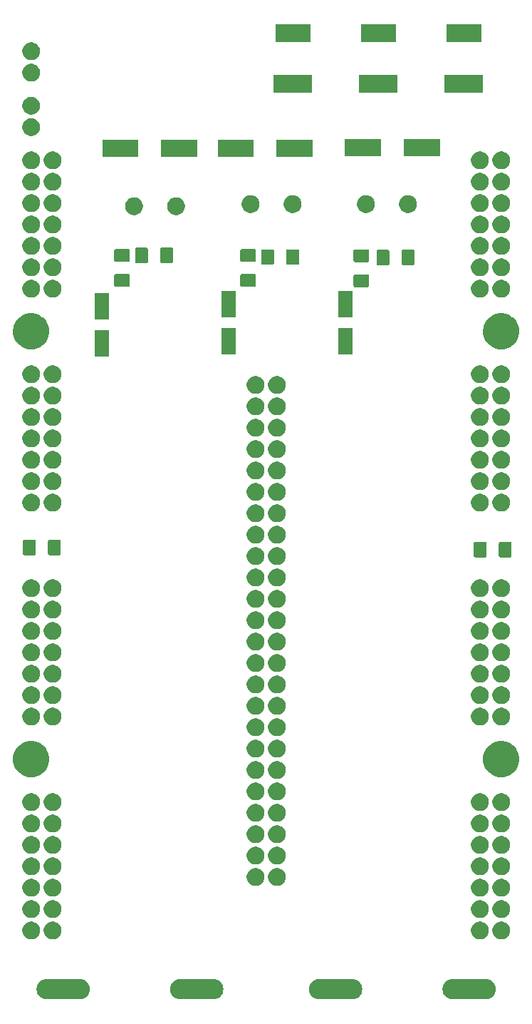
<source format=gbs>
G04 #@! TF.GenerationSoftware,KiCad,Pcbnew,(5.0.2)-1*
G04 #@! TF.CreationDate,2019-01-24T17:57:41-05:00*
G04 #@! TF.ProjectId,modular_backplane,6d6f6475-6c61-4725-9f62-61636b706c61,rev?*
G04 #@! TF.SameCoordinates,Original*
G04 #@! TF.FileFunction,Soldermask,Bot*
G04 #@! TF.FilePolarity,Negative*
%FSLAX46Y46*%
G04 Gerber Fmt 4.6, Leading zero omitted, Abs format (unit mm)*
G04 Created by KiCad (PCBNEW (5.0.2)-1) date 1/24/2019 5:57:41 PM*
%MOMM*%
%LPD*%
G01*
G04 APERTURE LIST*
%ADD10C,0.100000*%
G04 APERTURE END LIST*
D10*
G36*
X9832498Y-115036160D02*
X10056058Y-115103977D01*
X10262095Y-115214105D01*
X10442686Y-115362314D01*
X10590895Y-115542905D01*
X10701023Y-115748942D01*
X10768840Y-115972502D01*
X10791738Y-116205000D01*
X10768840Y-116437498D01*
X10701023Y-116661058D01*
X10590895Y-116867095D01*
X10442686Y-117047686D01*
X10262095Y-117195895D01*
X10056058Y-117306023D01*
X9832498Y-117373840D01*
X9658263Y-117391000D01*
X5581737Y-117391000D01*
X5407502Y-117373840D01*
X5183942Y-117306023D01*
X4977905Y-117195895D01*
X4797314Y-117047686D01*
X4649105Y-116867095D01*
X4538977Y-116661058D01*
X4471160Y-116437498D01*
X4448262Y-116205000D01*
X4471160Y-115972502D01*
X4538977Y-115748942D01*
X4649105Y-115542905D01*
X4797314Y-115362314D01*
X4977905Y-115214105D01*
X5183942Y-115103977D01*
X5407502Y-115036160D01*
X5581737Y-115019000D01*
X9658263Y-115019000D01*
X9832498Y-115036160D01*
X9832498Y-115036160D01*
G37*
G36*
X42217498Y-115036160D02*
X42441058Y-115103977D01*
X42647095Y-115214105D01*
X42827686Y-115362314D01*
X42975895Y-115542905D01*
X43086023Y-115748942D01*
X43153840Y-115972502D01*
X43176738Y-116205000D01*
X43153840Y-116437498D01*
X43086023Y-116661058D01*
X42975895Y-116867095D01*
X42827686Y-117047686D01*
X42647095Y-117195895D01*
X42441058Y-117306023D01*
X42217498Y-117373840D01*
X42043263Y-117391000D01*
X37966737Y-117391000D01*
X37792502Y-117373840D01*
X37568942Y-117306023D01*
X37362905Y-117195895D01*
X37182314Y-117047686D01*
X37034105Y-116867095D01*
X36923977Y-116661058D01*
X36856160Y-116437498D01*
X36833262Y-116205000D01*
X36856160Y-115972502D01*
X36923977Y-115748942D01*
X37034105Y-115542905D01*
X37182314Y-115362314D01*
X37362905Y-115214105D01*
X37568942Y-115103977D01*
X37792502Y-115036160D01*
X37966737Y-115019000D01*
X42043263Y-115019000D01*
X42217498Y-115036160D01*
X42217498Y-115036160D01*
G37*
G36*
X25707498Y-115036160D02*
X25931058Y-115103977D01*
X26137095Y-115214105D01*
X26317686Y-115362314D01*
X26465895Y-115542905D01*
X26576023Y-115748942D01*
X26643840Y-115972502D01*
X26666738Y-116205000D01*
X26643840Y-116437498D01*
X26576023Y-116661058D01*
X26465895Y-116867095D01*
X26317686Y-117047686D01*
X26137095Y-117195895D01*
X25931058Y-117306023D01*
X25707498Y-117373840D01*
X25533263Y-117391000D01*
X21456737Y-117391000D01*
X21282502Y-117373840D01*
X21058942Y-117306023D01*
X20852905Y-117195895D01*
X20672314Y-117047686D01*
X20524105Y-116867095D01*
X20413977Y-116661058D01*
X20346160Y-116437498D01*
X20323262Y-116205000D01*
X20346160Y-115972502D01*
X20413977Y-115748942D01*
X20524105Y-115542905D01*
X20672314Y-115362314D01*
X20852905Y-115214105D01*
X21058942Y-115103977D01*
X21282502Y-115036160D01*
X21456737Y-115019000D01*
X25533263Y-115019000D01*
X25707498Y-115036160D01*
X25707498Y-115036160D01*
G37*
G36*
X58092498Y-115036160D02*
X58316058Y-115103977D01*
X58522095Y-115214105D01*
X58702686Y-115362314D01*
X58850895Y-115542905D01*
X58961023Y-115748942D01*
X59028840Y-115972502D01*
X59051738Y-116205000D01*
X59028840Y-116437498D01*
X58961023Y-116661058D01*
X58850895Y-116867095D01*
X58702686Y-117047686D01*
X58522095Y-117195895D01*
X58316058Y-117306023D01*
X58092498Y-117373840D01*
X57918263Y-117391000D01*
X53841737Y-117391000D01*
X53667502Y-117373840D01*
X53443942Y-117306023D01*
X53237905Y-117195895D01*
X53057314Y-117047686D01*
X52909105Y-116867095D01*
X52798977Y-116661058D01*
X52731160Y-116437498D01*
X52708262Y-116205000D01*
X52731160Y-115972502D01*
X52798977Y-115748942D01*
X52909105Y-115542905D01*
X53057314Y-115362314D01*
X53237905Y-115214105D01*
X53443942Y-115103977D01*
X53667502Y-115036160D01*
X53841737Y-115019000D01*
X57918263Y-115019000D01*
X58092498Y-115036160D01*
X58092498Y-115036160D01*
G37*
G36*
X4119482Y-108199773D02*
X4312571Y-108279753D01*
X4486351Y-108395869D01*
X4634131Y-108543649D01*
X4750247Y-108717429D01*
X4830227Y-108910518D01*
X4871000Y-109115499D01*
X4871000Y-109324501D01*
X4830227Y-109529482D01*
X4750247Y-109722571D01*
X4634131Y-109896351D01*
X4486351Y-110044131D01*
X4312571Y-110160247D01*
X4119482Y-110240227D01*
X3914501Y-110281000D01*
X3705499Y-110281000D01*
X3500518Y-110240227D01*
X3307429Y-110160247D01*
X3133649Y-110044131D01*
X2985869Y-109896351D01*
X2869753Y-109722571D01*
X2789773Y-109529482D01*
X2749000Y-109324501D01*
X2749000Y-109115499D01*
X2789773Y-108910518D01*
X2869753Y-108717429D01*
X2985869Y-108543649D01*
X3133649Y-108395869D01*
X3307429Y-108279753D01*
X3500518Y-108199773D01*
X3705499Y-108159000D01*
X3914501Y-108159000D01*
X4119482Y-108199773D01*
X4119482Y-108199773D01*
G37*
G36*
X6659482Y-108199773D02*
X6852571Y-108279753D01*
X7026351Y-108395869D01*
X7174131Y-108543649D01*
X7290247Y-108717429D01*
X7370227Y-108910518D01*
X7411000Y-109115499D01*
X7411000Y-109324501D01*
X7370227Y-109529482D01*
X7290247Y-109722571D01*
X7174131Y-109896351D01*
X7026351Y-110044131D01*
X6852571Y-110160247D01*
X6659482Y-110240227D01*
X6454501Y-110281000D01*
X6245499Y-110281000D01*
X6040518Y-110240227D01*
X5847429Y-110160247D01*
X5673649Y-110044131D01*
X5525869Y-109896351D01*
X5409753Y-109722571D01*
X5329773Y-109529482D01*
X5289000Y-109324501D01*
X5289000Y-109115499D01*
X5329773Y-108910518D01*
X5409753Y-108717429D01*
X5525869Y-108543649D01*
X5673649Y-108395869D01*
X5847429Y-108279753D01*
X6040518Y-108199773D01*
X6245499Y-108159000D01*
X6454501Y-108159000D01*
X6659482Y-108199773D01*
X6659482Y-108199773D01*
G37*
G36*
X57459482Y-108199773D02*
X57652571Y-108279753D01*
X57826351Y-108395869D01*
X57974131Y-108543649D01*
X58090247Y-108717429D01*
X58170227Y-108910518D01*
X58211000Y-109115499D01*
X58211000Y-109324501D01*
X58170227Y-109529482D01*
X58090247Y-109722571D01*
X57974131Y-109896351D01*
X57826351Y-110044131D01*
X57652571Y-110160247D01*
X57459482Y-110240227D01*
X57254501Y-110281000D01*
X57045499Y-110281000D01*
X56840518Y-110240227D01*
X56647429Y-110160247D01*
X56473649Y-110044131D01*
X56325869Y-109896351D01*
X56209753Y-109722571D01*
X56129773Y-109529482D01*
X56089000Y-109324501D01*
X56089000Y-109115499D01*
X56129773Y-108910518D01*
X56209753Y-108717429D01*
X56325869Y-108543649D01*
X56473649Y-108395869D01*
X56647429Y-108279753D01*
X56840518Y-108199773D01*
X57045499Y-108159000D01*
X57254501Y-108159000D01*
X57459482Y-108199773D01*
X57459482Y-108199773D01*
G37*
G36*
X59999482Y-108199773D02*
X60192571Y-108279753D01*
X60366351Y-108395869D01*
X60514131Y-108543649D01*
X60630247Y-108717429D01*
X60710227Y-108910518D01*
X60751000Y-109115499D01*
X60751000Y-109324501D01*
X60710227Y-109529482D01*
X60630247Y-109722571D01*
X60514131Y-109896351D01*
X60366351Y-110044131D01*
X60192571Y-110160247D01*
X59999482Y-110240227D01*
X59794501Y-110281000D01*
X59585499Y-110281000D01*
X59380518Y-110240227D01*
X59187429Y-110160247D01*
X59013649Y-110044131D01*
X58865869Y-109896351D01*
X58749753Y-109722571D01*
X58669773Y-109529482D01*
X58629000Y-109324501D01*
X58629000Y-109115499D01*
X58669773Y-108910518D01*
X58749753Y-108717429D01*
X58865869Y-108543649D01*
X59013649Y-108395869D01*
X59187429Y-108279753D01*
X59380518Y-108199773D01*
X59585499Y-108159000D01*
X59794501Y-108159000D01*
X59999482Y-108199773D01*
X59999482Y-108199773D01*
G37*
G36*
X6659482Y-105659773D02*
X6852571Y-105739753D01*
X7026351Y-105855869D01*
X7174131Y-106003649D01*
X7290247Y-106177429D01*
X7370227Y-106370518D01*
X7411000Y-106575499D01*
X7411000Y-106784501D01*
X7370227Y-106989482D01*
X7290247Y-107182571D01*
X7174131Y-107356351D01*
X7026351Y-107504131D01*
X6852571Y-107620247D01*
X6659482Y-107700227D01*
X6454501Y-107741000D01*
X6245499Y-107741000D01*
X6040518Y-107700227D01*
X5847429Y-107620247D01*
X5673649Y-107504131D01*
X5525869Y-107356351D01*
X5409753Y-107182571D01*
X5329773Y-106989482D01*
X5289000Y-106784501D01*
X5289000Y-106575499D01*
X5329773Y-106370518D01*
X5409753Y-106177429D01*
X5525869Y-106003649D01*
X5673649Y-105855869D01*
X5847429Y-105739753D01*
X6040518Y-105659773D01*
X6245499Y-105619000D01*
X6454501Y-105619000D01*
X6659482Y-105659773D01*
X6659482Y-105659773D01*
G37*
G36*
X4119482Y-105659773D02*
X4312571Y-105739753D01*
X4486351Y-105855869D01*
X4634131Y-106003649D01*
X4750247Y-106177429D01*
X4830227Y-106370518D01*
X4871000Y-106575499D01*
X4871000Y-106784501D01*
X4830227Y-106989482D01*
X4750247Y-107182571D01*
X4634131Y-107356351D01*
X4486351Y-107504131D01*
X4312571Y-107620247D01*
X4119482Y-107700227D01*
X3914501Y-107741000D01*
X3705499Y-107741000D01*
X3500518Y-107700227D01*
X3307429Y-107620247D01*
X3133649Y-107504131D01*
X2985869Y-107356351D01*
X2869753Y-107182571D01*
X2789773Y-106989482D01*
X2749000Y-106784501D01*
X2749000Y-106575499D01*
X2789773Y-106370518D01*
X2869753Y-106177429D01*
X2985869Y-106003649D01*
X3133649Y-105855869D01*
X3307429Y-105739753D01*
X3500518Y-105659773D01*
X3705499Y-105619000D01*
X3914501Y-105619000D01*
X4119482Y-105659773D01*
X4119482Y-105659773D01*
G37*
G36*
X59999482Y-105659773D02*
X60192571Y-105739753D01*
X60366351Y-105855869D01*
X60514131Y-106003649D01*
X60630247Y-106177429D01*
X60710227Y-106370518D01*
X60751000Y-106575499D01*
X60751000Y-106784501D01*
X60710227Y-106989482D01*
X60630247Y-107182571D01*
X60514131Y-107356351D01*
X60366351Y-107504131D01*
X60192571Y-107620247D01*
X59999482Y-107700227D01*
X59794501Y-107741000D01*
X59585499Y-107741000D01*
X59380518Y-107700227D01*
X59187429Y-107620247D01*
X59013649Y-107504131D01*
X58865869Y-107356351D01*
X58749753Y-107182571D01*
X58669773Y-106989482D01*
X58629000Y-106784501D01*
X58629000Y-106575499D01*
X58669773Y-106370518D01*
X58749753Y-106177429D01*
X58865869Y-106003649D01*
X59013649Y-105855869D01*
X59187429Y-105739753D01*
X59380518Y-105659773D01*
X59585499Y-105619000D01*
X59794501Y-105619000D01*
X59999482Y-105659773D01*
X59999482Y-105659773D01*
G37*
G36*
X57459482Y-105659773D02*
X57652571Y-105739753D01*
X57826351Y-105855869D01*
X57974131Y-106003649D01*
X58090247Y-106177429D01*
X58170227Y-106370518D01*
X58211000Y-106575499D01*
X58211000Y-106784501D01*
X58170227Y-106989482D01*
X58090247Y-107182571D01*
X57974131Y-107356351D01*
X57826351Y-107504131D01*
X57652571Y-107620247D01*
X57459482Y-107700227D01*
X57254501Y-107741000D01*
X57045499Y-107741000D01*
X56840518Y-107700227D01*
X56647429Y-107620247D01*
X56473649Y-107504131D01*
X56325869Y-107356351D01*
X56209753Y-107182571D01*
X56129773Y-106989482D01*
X56089000Y-106784501D01*
X56089000Y-106575499D01*
X56129773Y-106370518D01*
X56209753Y-106177429D01*
X56325869Y-106003649D01*
X56473649Y-105855869D01*
X56647429Y-105739753D01*
X56840518Y-105659773D01*
X57045499Y-105619000D01*
X57254501Y-105619000D01*
X57459482Y-105659773D01*
X57459482Y-105659773D01*
G37*
G36*
X59999482Y-103119773D02*
X60192571Y-103199753D01*
X60366351Y-103315869D01*
X60514131Y-103463649D01*
X60630247Y-103637429D01*
X60710227Y-103830518D01*
X60751000Y-104035499D01*
X60751000Y-104244501D01*
X60710227Y-104449482D01*
X60630247Y-104642571D01*
X60514131Y-104816351D01*
X60366351Y-104964131D01*
X60192571Y-105080247D01*
X59999482Y-105160227D01*
X59794501Y-105201000D01*
X59585499Y-105201000D01*
X59380518Y-105160227D01*
X59187429Y-105080247D01*
X59013649Y-104964131D01*
X58865869Y-104816351D01*
X58749753Y-104642571D01*
X58669773Y-104449482D01*
X58629000Y-104244501D01*
X58629000Y-104035499D01*
X58669773Y-103830518D01*
X58749753Y-103637429D01*
X58865869Y-103463649D01*
X59013649Y-103315869D01*
X59187429Y-103199753D01*
X59380518Y-103119773D01*
X59585499Y-103079000D01*
X59794501Y-103079000D01*
X59999482Y-103119773D01*
X59999482Y-103119773D01*
G37*
G36*
X57459482Y-103119773D02*
X57652571Y-103199753D01*
X57826351Y-103315869D01*
X57974131Y-103463649D01*
X58090247Y-103637429D01*
X58170227Y-103830518D01*
X58211000Y-104035499D01*
X58211000Y-104244501D01*
X58170227Y-104449482D01*
X58090247Y-104642571D01*
X57974131Y-104816351D01*
X57826351Y-104964131D01*
X57652571Y-105080247D01*
X57459482Y-105160227D01*
X57254501Y-105201000D01*
X57045499Y-105201000D01*
X56840518Y-105160227D01*
X56647429Y-105080247D01*
X56473649Y-104964131D01*
X56325869Y-104816351D01*
X56209753Y-104642571D01*
X56129773Y-104449482D01*
X56089000Y-104244501D01*
X56089000Y-104035499D01*
X56129773Y-103830518D01*
X56209753Y-103637429D01*
X56325869Y-103463649D01*
X56473649Y-103315869D01*
X56647429Y-103199753D01*
X56840518Y-103119773D01*
X57045499Y-103079000D01*
X57254501Y-103079000D01*
X57459482Y-103119773D01*
X57459482Y-103119773D01*
G37*
G36*
X6659482Y-103119773D02*
X6852571Y-103199753D01*
X7026351Y-103315869D01*
X7174131Y-103463649D01*
X7290247Y-103637429D01*
X7370227Y-103830518D01*
X7411000Y-104035499D01*
X7411000Y-104244501D01*
X7370227Y-104449482D01*
X7290247Y-104642571D01*
X7174131Y-104816351D01*
X7026351Y-104964131D01*
X6852571Y-105080247D01*
X6659482Y-105160227D01*
X6454501Y-105201000D01*
X6245499Y-105201000D01*
X6040518Y-105160227D01*
X5847429Y-105080247D01*
X5673649Y-104964131D01*
X5525869Y-104816351D01*
X5409753Y-104642571D01*
X5329773Y-104449482D01*
X5289000Y-104244501D01*
X5289000Y-104035499D01*
X5329773Y-103830518D01*
X5409753Y-103637429D01*
X5525869Y-103463649D01*
X5673649Y-103315869D01*
X5847429Y-103199753D01*
X6040518Y-103119773D01*
X6245499Y-103079000D01*
X6454501Y-103079000D01*
X6659482Y-103119773D01*
X6659482Y-103119773D01*
G37*
G36*
X4119482Y-103119773D02*
X4312571Y-103199753D01*
X4486351Y-103315869D01*
X4634131Y-103463649D01*
X4750247Y-103637429D01*
X4830227Y-103830518D01*
X4871000Y-104035499D01*
X4871000Y-104244501D01*
X4830227Y-104449482D01*
X4750247Y-104642571D01*
X4634131Y-104816351D01*
X4486351Y-104964131D01*
X4312571Y-105080247D01*
X4119482Y-105160227D01*
X3914501Y-105201000D01*
X3705499Y-105201000D01*
X3500518Y-105160227D01*
X3307429Y-105080247D01*
X3133649Y-104964131D01*
X2985869Y-104816351D01*
X2869753Y-104642571D01*
X2789773Y-104449482D01*
X2749000Y-104244501D01*
X2749000Y-104035499D01*
X2789773Y-103830518D01*
X2869753Y-103637429D01*
X2985869Y-103463649D01*
X3133649Y-103315869D01*
X3307429Y-103199753D01*
X3500518Y-103119773D01*
X3705499Y-103079000D01*
X3914501Y-103079000D01*
X4119482Y-103119773D01*
X4119482Y-103119773D01*
G37*
G36*
X30789482Y-101849773D02*
X30982571Y-101929753D01*
X31156351Y-102045869D01*
X31304131Y-102193649D01*
X31420247Y-102367429D01*
X31500227Y-102560518D01*
X31541000Y-102765499D01*
X31541000Y-102974501D01*
X31500227Y-103179482D01*
X31420247Y-103372571D01*
X31304131Y-103546351D01*
X31156351Y-103694131D01*
X30982571Y-103810247D01*
X30789482Y-103890227D01*
X30584501Y-103931000D01*
X30375499Y-103931000D01*
X30170518Y-103890227D01*
X29977429Y-103810247D01*
X29803649Y-103694131D01*
X29655869Y-103546351D01*
X29539753Y-103372571D01*
X29459773Y-103179482D01*
X29419000Y-102974501D01*
X29419000Y-102765499D01*
X29459773Y-102560518D01*
X29539753Y-102367429D01*
X29655869Y-102193649D01*
X29803649Y-102045869D01*
X29977429Y-101929753D01*
X30170518Y-101849773D01*
X30375499Y-101809000D01*
X30584501Y-101809000D01*
X30789482Y-101849773D01*
X30789482Y-101849773D01*
G37*
G36*
X33329482Y-101849773D02*
X33522571Y-101929753D01*
X33696351Y-102045869D01*
X33844131Y-102193649D01*
X33960247Y-102367429D01*
X34040227Y-102560518D01*
X34081000Y-102765499D01*
X34081000Y-102974501D01*
X34040227Y-103179482D01*
X33960247Y-103372571D01*
X33844131Y-103546351D01*
X33696351Y-103694131D01*
X33522571Y-103810247D01*
X33329482Y-103890227D01*
X33124501Y-103931000D01*
X32915499Y-103931000D01*
X32710518Y-103890227D01*
X32517429Y-103810247D01*
X32343649Y-103694131D01*
X32195869Y-103546351D01*
X32079753Y-103372571D01*
X31999773Y-103179482D01*
X31959000Y-102974501D01*
X31959000Y-102765499D01*
X31999773Y-102560518D01*
X32079753Y-102367429D01*
X32195869Y-102193649D01*
X32343649Y-102045869D01*
X32517429Y-101929753D01*
X32710518Y-101849773D01*
X32915499Y-101809000D01*
X33124501Y-101809000D01*
X33329482Y-101849773D01*
X33329482Y-101849773D01*
G37*
G36*
X59999482Y-100579773D02*
X60192571Y-100659753D01*
X60366351Y-100775869D01*
X60514131Y-100923649D01*
X60630247Y-101097429D01*
X60710227Y-101290518D01*
X60751000Y-101495499D01*
X60751000Y-101704501D01*
X60710227Y-101909482D01*
X60630247Y-102102571D01*
X60514131Y-102276351D01*
X60366351Y-102424131D01*
X60192571Y-102540247D01*
X59999482Y-102620227D01*
X59794501Y-102661000D01*
X59585499Y-102661000D01*
X59380518Y-102620227D01*
X59187429Y-102540247D01*
X59013649Y-102424131D01*
X58865869Y-102276351D01*
X58749753Y-102102571D01*
X58669773Y-101909482D01*
X58629000Y-101704501D01*
X58629000Y-101495499D01*
X58669773Y-101290518D01*
X58749753Y-101097429D01*
X58865869Y-100923649D01*
X59013649Y-100775869D01*
X59187429Y-100659753D01*
X59380518Y-100579773D01*
X59585499Y-100539000D01*
X59794501Y-100539000D01*
X59999482Y-100579773D01*
X59999482Y-100579773D01*
G37*
G36*
X6659482Y-100579773D02*
X6852571Y-100659753D01*
X7026351Y-100775869D01*
X7174131Y-100923649D01*
X7290247Y-101097429D01*
X7370227Y-101290518D01*
X7411000Y-101495499D01*
X7411000Y-101704501D01*
X7370227Y-101909482D01*
X7290247Y-102102571D01*
X7174131Y-102276351D01*
X7026351Y-102424131D01*
X6852571Y-102540247D01*
X6659482Y-102620227D01*
X6454501Y-102661000D01*
X6245499Y-102661000D01*
X6040518Y-102620227D01*
X5847429Y-102540247D01*
X5673649Y-102424131D01*
X5525869Y-102276351D01*
X5409753Y-102102571D01*
X5329773Y-101909482D01*
X5289000Y-101704501D01*
X5289000Y-101495499D01*
X5329773Y-101290518D01*
X5409753Y-101097429D01*
X5525869Y-100923649D01*
X5673649Y-100775869D01*
X5847429Y-100659753D01*
X6040518Y-100579773D01*
X6245499Y-100539000D01*
X6454501Y-100539000D01*
X6659482Y-100579773D01*
X6659482Y-100579773D01*
G37*
G36*
X4119482Y-100579773D02*
X4312571Y-100659753D01*
X4486351Y-100775869D01*
X4634131Y-100923649D01*
X4750247Y-101097429D01*
X4830227Y-101290518D01*
X4871000Y-101495499D01*
X4871000Y-101704501D01*
X4830227Y-101909482D01*
X4750247Y-102102571D01*
X4634131Y-102276351D01*
X4486351Y-102424131D01*
X4312571Y-102540247D01*
X4119482Y-102620227D01*
X3914501Y-102661000D01*
X3705499Y-102661000D01*
X3500518Y-102620227D01*
X3307429Y-102540247D01*
X3133649Y-102424131D01*
X2985869Y-102276351D01*
X2869753Y-102102571D01*
X2789773Y-101909482D01*
X2749000Y-101704501D01*
X2749000Y-101495499D01*
X2789773Y-101290518D01*
X2869753Y-101097429D01*
X2985869Y-100923649D01*
X3133649Y-100775869D01*
X3307429Y-100659753D01*
X3500518Y-100579773D01*
X3705499Y-100539000D01*
X3914501Y-100539000D01*
X4119482Y-100579773D01*
X4119482Y-100579773D01*
G37*
G36*
X57459482Y-100579773D02*
X57652571Y-100659753D01*
X57826351Y-100775869D01*
X57974131Y-100923649D01*
X58090247Y-101097429D01*
X58170227Y-101290518D01*
X58211000Y-101495499D01*
X58211000Y-101704501D01*
X58170227Y-101909482D01*
X58090247Y-102102571D01*
X57974131Y-102276351D01*
X57826351Y-102424131D01*
X57652571Y-102540247D01*
X57459482Y-102620227D01*
X57254501Y-102661000D01*
X57045499Y-102661000D01*
X56840518Y-102620227D01*
X56647429Y-102540247D01*
X56473649Y-102424131D01*
X56325869Y-102276351D01*
X56209753Y-102102571D01*
X56129773Y-101909482D01*
X56089000Y-101704501D01*
X56089000Y-101495499D01*
X56129773Y-101290518D01*
X56209753Y-101097429D01*
X56325869Y-100923649D01*
X56473649Y-100775869D01*
X56647429Y-100659753D01*
X56840518Y-100579773D01*
X57045499Y-100539000D01*
X57254501Y-100539000D01*
X57459482Y-100579773D01*
X57459482Y-100579773D01*
G37*
G36*
X30789482Y-99309773D02*
X30982571Y-99389753D01*
X31156351Y-99505869D01*
X31304131Y-99653649D01*
X31420247Y-99827429D01*
X31500227Y-100020518D01*
X31541000Y-100225499D01*
X31541000Y-100434501D01*
X31500227Y-100639482D01*
X31420247Y-100832571D01*
X31304131Y-101006351D01*
X31156351Y-101154131D01*
X30982571Y-101270247D01*
X30789482Y-101350227D01*
X30584501Y-101391000D01*
X30375499Y-101391000D01*
X30170518Y-101350227D01*
X29977429Y-101270247D01*
X29803649Y-101154131D01*
X29655869Y-101006351D01*
X29539753Y-100832571D01*
X29459773Y-100639482D01*
X29419000Y-100434501D01*
X29419000Y-100225499D01*
X29459773Y-100020518D01*
X29539753Y-99827429D01*
X29655869Y-99653649D01*
X29803649Y-99505869D01*
X29977429Y-99389753D01*
X30170518Y-99309773D01*
X30375499Y-99269000D01*
X30584501Y-99269000D01*
X30789482Y-99309773D01*
X30789482Y-99309773D01*
G37*
G36*
X33329482Y-99309773D02*
X33522571Y-99389753D01*
X33696351Y-99505869D01*
X33844131Y-99653649D01*
X33960247Y-99827429D01*
X34040227Y-100020518D01*
X34081000Y-100225499D01*
X34081000Y-100434501D01*
X34040227Y-100639482D01*
X33960247Y-100832571D01*
X33844131Y-101006351D01*
X33696351Y-101154131D01*
X33522571Y-101270247D01*
X33329482Y-101350227D01*
X33124501Y-101391000D01*
X32915499Y-101391000D01*
X32710518Y-101350227D01*
X32517429Y-101270247D01*
X32343649Y-101154131D01*
X32195869Y-101006351D01*
X32079753Y-100832571D01*
X31999773Y-100639482D01*
X31959000Y-100434501D01*
X31959000Y-100225499D01*
X31999773Y-100020518D01*
X32079753Y-99827429D01*
X32195869Y-99653649D01*
X32343649Y-99505869D01*
X32517429Y-99389753D01*
X32710518Y-99309773D01*
X32915499Y-99269000D01*
X33124501Y-99269000D01*
X33329482Y-99309773D01*
X33329482Y-99309773D01*
G37*
G36*
X6659482Y-98039773D02*
X6852571Y-98119753D01*
X7026351Y-98235869D01*
X7174131Y-98383649D01*
X7290247Y-98557429D01*
X7370227Y-98750518D01*
X7411000Y-98955499D01*
X7411000Y-99164501D01*
X7370227Y-99369482D01*
X7290247Y-99562571D01*
X7174131Y-99736351D01*
X7026351Y-99884131D01*
X6852571Y-100000247D01*
X6659482Y-100080227D01*
X6454501Y-100121000D01*
X6245499Y-100121000D01*
X6040518Y-100080227D01*
X5847429Y-100000247D01*
X5673649Y-99884131D01*
X5525869Y-99736351D01*
X5409753Y-99562571D01*
X5329773Y-99369482D01*
X5289000Y-99164501D01*
X5289000Y-98955499D01*
X5329773Y-98750518D01*
X5409753Y-98557429D01*
X5525869Y-98383649D01*
X5673649Y-98235869D01*
X5847429Y-98119753D01*
X6040518Y-98039773D01*
X6245499Y-97999000D01*
X6454501Y-97999000D01*
X6659482Y-98039773D01*
X6659482Y-98039773D01*
G37*
G36*
X4119482Y-98039773D02*
X4312571Y-98119753D01*
X4486351Y-98235869D01*
X4634131Y-98383649D01*
X4750247Y-98557429D01*
X4830227Y-98750518D01*
X4871000Y-98955499D01*
X4871000Y-99164501D01*
X4830227Y-99369482D01*
X4750247Y-99562571D01*
X4634131Y-99736351D01*
X4486351Y-99884131D01*
X4312571Y-100000247D01*
X4119482Y-100080227D01*
X3914501Y-100121000D01*
X3705499Y-100121000D01*
X3500518Y-100080227D01*
X3307429Y-100000247D01*
X3133649Y-99884131D01*
X2985869Y-99736351D01*
X2869753Y-99562571D01*
X2789773Y-99369482D01*
X2749000Y-99164501D01*
X2749000Y-98955499D01*
X2789773Y-98750518D01*
X2869753Y-98557429D01*
X2985869Y-98383649D01*
X3133649Y-98235869D01*
X3307429Y-98119753D01*
X3500518Y-98039773D01*
X3705499Y-97999000D01*
X3914501Y-97999000D01*
X4119482Y-98039773D01*
X4119482Y-98039773D01*
G37*
G36*
X57459482Y-98039773D02*
X57652571Y-98119753D01*
X57826351Y-98235869D01*
X57974131Y-98383649D01*
X58090247Y-98557429D01*
X58170227Y-98750518D01*
X58211000Y-98955499D01*
X58211000Y-99164501D01*
X58170227Y-99369482D01*
X58090247Y-99562571D01*
X57974131Y-99736351D01*
X57826351Y-99884131D01*
X57652571Y-100000247D01*
X57459482Y-100080227D01*
X57254501Y-100121000D01*
X57045499Y-100121000D01*
X56840518Y-100080227D01*
X56647429Y-100000247D01*
X56473649Y-99884131D01*
X56325869Y-99736351D01*
X56209753Y-99562571D01*
X56129773Y-99369482D01*
X56089000Y-99164501D01*
X56089000Y-98955499D01*
X56129773Y-98750518D01*
X56209753Y-98557429D01*
X56325869Y-98383649D01*
X56473649Y-98235869D01*
X56647429Y-98119753D01*
X56840518Y-98039773D01*
X57045499Y-97999000D01*
X57254501Y-97999000D01*
X57459482Y-98039773D01*
X57459482Y-98039773D01*
G37*
G36*
X59999482Y-98039773D02*
X60192571Y-98119753D01*
X60366351Y-98235869D01*
X60514131Y-98383649D01*
X60630247Y-98557429D01*
X60710227Y-98750518D01*
X60751000Y-98955499D01*
X60751000Y-99164501D01*
X60710227Y-99369482D01*
X60630247Y-99562571D01*
X60514131Y-99736351D01*
X60366351Y-99884131D01*
X60192571Y-100000247D01*
X59999482Y-100080227D01*
X59794501Y-100121000D01*
X59585499Y-100121000D01*
X59380518Y-100080227D01*
X59187429Y-100000247D01*
X59013649Y-99884131D01*
X58865869Y-99736351D01*
X58749753Y-99562571D01*
X58669773Y-99369482D01*
X58629000Y-99164501D01*
X58629000Y-98955499D01*
X58669773Y-98750518D01*
X58749753Y-98557429D01*
X58865869Y-98383649D01*
X59013649Y-98235869D01*
X59187429Y-98119753D01*
X59380518Y-98039773D01*
X59585499Y-97999000D01*
X59794501Y-97999000D01*
X59999482Y-98039773D01*
X59999482Y-98039773D01*
G37*
G36*
X30789482Y-96769773D02*
X30982571Y-96849753D01*
X31156351Y-96965869D01*
X31304131Y-97113649D01*
X31420247Y-97287429D01*
X31500227Y-97480518D01*
X31541000Y-97685499D01*
X31541000Y-97894501D01*
X31500227Y-98099482D01*
X31420247Y-98292571D01*
X31304131Y-98466351D01*
X31156351Y-98614131D01*
X30982571Y-98730247D01*
X30789482Y-98810227D01*
X30584501Y-98851000D01*
X30375499Y-98851000D01*
X30170518Y-98810227D01*
X29977429Y-98730247D01*
X29803649Y-98614131D01*
X29655869Y-98466351D01*
X29539753Y-98292571D01*
X29459773Y-98099482D01*
X29419000Y-97894501D01*
X29419000Y-97685499D01*
X29459773Y-97480518D01*
X29539753Y-97287429D01*
X29655869Y-97113649D01*
X29803649Y-96965869D01*
X29977429Y-96849753D01*
X30170518Y-96769773D01*
X30375499Y-96729000D01*
X30584501Y-96729000D01*
X30789482Y-96769773D01*
X30789482Y-96769773D01*
G37*
G36*
X33329482Y-96769773D02*
X33522571Y-96849753D01*
X33696351Y-96965869D01*
X33844131Y-97113649D01*
X33960247Y-97287429D01*
X34040227Y-97480518D01*
X34081000Y-97685499D01*
X34081000Y-97894501D01*
X34040227Y-98099482D01*
X33960247Y-98292571D01*
X33844131Y-98466351D01*
X33696351Y-98614131D01*
X33522571Y-98730247D01*
X33329482Y-98810227D01*
X33124501Y-98851000D01*
X32915499Y-98851000D01*
X32710518Y-98810227D01*
X32517429Y-98730247D01*
X32343649Y-98614131D01*
X32195869Y-98466351D01*
X32079753Y-98292571D01*
X31999773Y-98099482D01*
X31959000Y-97894501D01*
X31959000Y-97685499D01*
X31999773Y-97480518D01*
X32079753Y-97287429D01*
X32195869Y-97113649D01*
X32343649Y-96965869D01*
X32517429Y-96849753D01*
X32710518Y-96769773D01*
X32915499Y-96729000D01*
X33124501Y-96729000D01*
X33329482Y-96769773D01*
X33329482Y-96769773D01*
G37*
G36*
X59999482Y-95499773D02*
X60192571Y-95579753D01*
X60366351Y-95695869D01*
X60514131Y-95843649D01*
X60630247Y-96017429D01*
X60710227Y-96210518D01*
X60751000Y-96415499D01*
X60751000Y-96624501D01*
X60710227Y-96829482D01*
X60630247Y-97022571D01*
X60514131Y-97196351D01*
X60366351Y-97344131D01*
X60192571Y-97460247D01*
X59999482Y-97540227D01*
X59794501Y-97581000D01*
X59585499Y-97581000D01*
X59380518Y-97540227D01*
X59187429Y-97460247D01*
X59013649Y-97344131D01*
X58865869Y-97196351D01*
X58749753Y-97022571D01*
X58669773Y-96829482D01*
X58629000Y-96624501D01*
X58629000Y-96415499D01*
X58669773Y-96210518D01*
X58749753Y-96017429D01*
X58865869Y-95843649D01*
X59013649Y-95695869D01*
X59187429Y-95579753D01*
X59380518Y-95499773D01*
X59585499Y-95459000D01*
X59794501Y-95459000D01*
X59999482Y-95499773D01*
X59999482Y-95499773D01*
G37*
G36*
X4119482Y-95499773D02*
X4312571Y-95579753D01*
X4486351Y-95695869D01*
X4634131Y-95843649D01*
X4750247Y-96017429D01*
X4830227Y-96210518D01*
X4871000Y-96415499D01*
X4871000Y-96624501D01*
X4830227Y-96829482D01*
X4750247Y-97022571D01*
X4634131Y-97196351D01*
X4486351Y-97344131D01*
X4312571Y-97460247D01*
X4119482Y-97540227D01*
X3914501Y-97581000D01*
X3705499Y-97581000D01*
X3500518Y-97540227D01*
X3307429Y-97460247D01*
X3133649Y-97344131D01*
X2985869Y-97196351D01*
X2869753Y-97022571D01*
X2789773Y-96829482D01*
X2749000Y-96624501D01*
X2749000Y-96415499D01*
X2789773Y-96210518D01*
X2869753Y-96017429D01*
X2985869Y-95843649D01*
X3133649Y-95695869D01*
X3307429Y-95579753D01*
X3500518Y-95499773D01*
X3705499Y-95459000D01*
X3914501Y-95459000D01*
X4119482Y-95499773D01*
X4119482Y-95499773D01*
G37*
G36*
X57459482Y-95499773D02*
X57652571Y-95579753D01*
X57826351Y-95695869D01*
X57974131Y-95843649D01*
X58090247Y-96017429D01*
X58170227Y-96210518D01*
X58211000Y-96415499D01*
X58211000Y-96624501D01*
X58170227Y-96829482D01*
X58090247Y-97022571D01*
X57974131Y-97196351D01*
X57826351Y-97344131D01*
X57652571Y-97460247D01*
X57459482Y-97540227D01*
X57254501Y-97581000D01*
X57045499Y-97581000D01*
X56840518Y-97540227D01*
X56647429Y-97460247D01*
X56473649Y-97344131D01*
X56325869Y-97196351D01*
X56209753Y-97022571D01*
X56129773Y-96829482D01*
X56089000Y-96624501D01*
X56089000Y-96415499D01*
X56129773Y-96210518D01*
X56209753Y-96017429D01*
X56325869Y-95843649D01*
X56473649Y-95695869D01*
X56647429Y-95579753D01*
X56840518Y-95499773D01*
X57045499Y-95459000D01*
X57254501Y-95459000D01*
X57459482Y-95499773D01*
X57459482Y-95499773D01*
G37*
G36*
X6659482Y-95499773D02*
X6852571Y-95579753D01*
X7026351Y-95695869D01*
X7174131Y-95843649D01*
X7290247Y-96017429D01*
X7370227Y-96210518D01*
X7411000Y-96415499D01*
X7411000Y-96624501D01*
X7370227Y-96829482D01*
X7290247Y-97022571D01*
X7174131Y-97196351D01*
X7026351Y-97344131D01*
X6852571Y-97460247D01*
X6659482Y-97540227D01*
X6454501Y-97581000D01*
X6245499Y-97581000D01*
X6040518Y-97540227D01*
X5847429Y-97460247D01*
X5673649Y-97344131D01*
X5525869Y-97196351D01*
X5409753Y-97022571D01*
X5329773Y-96829482D01*
X5289000Y-96624501D01*
X5289000Y-96415499D01*
X5329773Y-96210518D01*
X5409753Y-96017429D01*
X5525869Y-95843649D01*
X5673649Y-95695869D01*
X5847429Y-95579753D01*
X6040518Y-95499773D01*
X6245499Y-95459000D01*
X6454501Y-95459000D01*
X6659482Y-95499773D01*
X6659482Y-95499773D01*
G37*
G36*
X30789482Y-94229773D02*
X30982571Y-94309753D01*
X31156351Y-94425869D01*
X31304131Y-94573649D01*
X31420247Y-94747429D01*
X31500227Y-94940518D01*
X31541000Y-95145499D01*
X31541000Y-95354501D01*
X31500227Y-95559482D01*
X31420247Y-95752571D01*
X31304131Y-95926351D01*
X31156351Y-96074131D01*
X30982571Y-96190247D01*
X30789482Y-96270227D01*
X30584501Y-96311000D01*
X30375499Y-96311000D01*
X30170518Y-96270227D01*
X29977429Y-96190247D01*
X29803649Y-96074131D01*
X29655869Y-95926351D01*
X29539753Y-95752571D01*
X29459773Y-95559482D01*
X29419000Y-95354501D01*
X29419000Y-95145499D01*
X29459773Y-94940518D01*
X29539753Y-94747429D01*
X29655869Y-94573649D01*
X29803649Y-94425869D01*
X29977429Y-94309753D01*
X30170518Y-94229773D01*
X30375499Y-94189000D01*
X30584501Y-94189000D01*
X30789482Y-94229773D01*
X30789482Y-94229773D01*
G37*
G36*
X33329482Y-94229773D02*
X33522571Y-94309753D01*
X33696351Y-94425869D01*
X33844131Y-94573649D01*
X33960247Y-94747429D01*
X34040227Y-94940518D01*
X34081000Y-95145499D01*
X34081000Y-95354501D01*
X34040227Y-95559482D01*
X33960247Y-95752571D01*
X33844131Y-95926351D01*
X33696351Y-96074131D01*
X33522571Y-96190247D01*
X33329482Y-96270227D01*
X33124501Y-96311000D01*
X32915499Y-96311000D01*
X32710518Y-96270227D01*
X32517429Y-96190247D01*
X32343649Y-96074131D01*
X32195869Y-95926351D01*
X32079753Y-95752571D01*
X31999773Y-95559482D01*
X31959000Y-95354501D01*
X31959000Y-95145499D01*
X31999773Y-94940518D01*
X32079753Y-94747429D01*
X32195869Y-94573649D01*
X32343649Y-94425869D01*
X32517429Y-94309753D01*
X32710518Y-94229773D01*
X32915499Y-94189000D01*
X33124501Y-94189000D01*
X33329482Y-94229773D01*
X33329482Y-94229773D01*
G37*
G36*
X57459482Y-92959773D02*
X57652571Y-93039753D01*
X57826351Y-93155869D01*
X57974131Y-93303649D01*
X58090247Y-93477429D01*
X58170227Y-93670518D01*
X58211000Y-93875499D01*
X58211000Y-94084501D01*
X58170227Y-94289482D01*
X58090247Y-94482571D01*
X57974131Y-94656351D01*
X57826351Y-94804131D01*
X57652571Y-94920247D01*
X57459482Y-95000227D01*
X57254501Y-95041000D01*
X57045499Y-95041000D01*
X56840518Y-95000227D01*
X56647429Y-94920247D01*
X56473649Y-94804131D01*
X56325869Y-94656351D01*
X56209753Y-94482571D01*
X56129773Y-94289482D01*
X56089000Y-94084501D01*
X56089000Y-93875499D01*
X56129773Y-93670518D01*
X56209753Y-93477429D01*
X56325869Y-93303649D01*
X56473649Y-93155869D01*
X56647429Y-93039753D01*
X56840518Y-92959773D01*
X57045499Y-92919000D01*
X57254501Y-92919000D01*
X57459482Y-92959773D01*
X57459482Y-92959773D01*
G37*
G36*
X6659482Y-92959773D02*
X6852571Y-93039753D01*
X7026351Y-93155869D01*
X7174131Y-93303649D01*
X7290247Y-93477429D01*
X7370227Y-93670518D01*
X7411000Y-93875499D01*
X7411000Y-94084501D01*
X7370227Y-94289482D01*
X7290247Y-94482571D01*
X7174131Y-94656351D01*
X7026351Y-94804131D01*
X6852571Y-94920247D01*
X6659482Y-95000227D01*
X6454501Y-95041000D01*
X6245499Y-95041000D01*
X6040518Y-95000227D01*
X5847429Y-94920247D01*
X5673649Y-94804131D01*
X5525869Y-94656351D01*
X5409753Y-94482571D01*
X5329773Y-94289482D01*
X5289000Y-94084501D01*
X5289000Y-93875499D01*
X5329773Y-93670518D01*
X5409753Y-93477429D01*
X5525869Y-93303649D01*
X5673649Y-93155869D01*
X5847429Y-93039753D01*
X6040518Y-92959773D01*
X6245499Y-92919000D01*
X6454501Y-92919000D01*
X6659482Y-92959773D01*
X6659482Y-92959773D01*
G37*
G36*
X4119482Y-92959773D02*
X4312571Y-93039753D01*
X4486351Y-93155869D01*
X4634131Y-93303649D01*
X4750247Y-93477429D01*
X4830227Y-93670518D01*
X4871000Y-93875499D01*
X4871000Y-94084501D01*
X4830227Y-94289482D01*
X4750247Y-94482571D01*
X4634131Y-94656351D01*
X4486351Y-94804131D01*
X4312571Y-94920247D01*
X4119482Y-95000227D01*
X3914501Y-95041000D01*
X3705499Y-95041000D01*
X3500518Y-95000227D01*
X3307429Y-94920247D01*
X3133649Y-94804131D01*
X2985869Y-94656351D01*
X2869753Y-94482571D01*
X2789773Y-94289482D01*
X2749000Y-94084501D01*
X2749000Y-93875499D01*
X2789773Y-93670518D01*
X2869753Y-93477429D01*
X2985869Y-93303649D01*
X3133649Y-93155869D01*
X3307429Y-93039753D01*
X3500518Y-92959773D01*
X3705499Y-92919000D01*
X3914501Y-92919000D01*
X4119482Y-92959773D01*
X4119482Y-92959773D01*
G37*
G36*
X59999482Y-92959773D02*
X60192571Y-93039753D01*
X60366351Y-93155869D01*
X60514131Y-93303649D01*
X60630247Y-93477429D01*
X60710227Y-93670518D01*
X60751000Y-93875499D01*
X60751000Y-94084501D01*
X60710227Y-94289482D01*
X60630247Y-94482571D01*
X60514131Y-94656351D01*
X60366351Y-94804131D01*
X60192571Y-94920247D01*
X59999482Y-95000227D01*
X59794501Y-95041000D01*
X59585499Y-95041000D01*
X59380518Y-95000227D01*
X59187429Y-94920247D01*
X59013649Y-94804131D01*
X58865869Y-94656351D01*
X58749753Y-94482571D01*
X58669773Y-94289482D01*
X58629000Y-94084501D01*
X58629000Y-93875499D01*
X58669773Y-93670518D01*
X58749753Y-93477429D01*
X58865869Y-93303649D01*
X59013649Y-93155869D01*
X59187429Y-93039753D01*
X59380518Y-92959773D01*
X59585499Y-92919000D01*
X59794501Y-92919000D01*
X59999482Y-92959773D01*
X59999482Y-92959773D01*
G37*
G36*
X30789482Y-91689773D02*
X30982571Y-91769753D01*
X31156351Y-91885869D01*
X31304131Y-92033649D01*
X31420247Y-92207429D01*
X31500227Y-92400518D01*
X31541000Y-92605499D01*
X31541000Y-92814501D01*
X31500227Y-93019482D01*
X31420247Y-93212571D01*
X31304131Y-93386351D01*
X31156351Y-93534131D01*
X30982571Y-93650247D01*
X30789482Y-93730227D01*
X30584501Y-93771000D01*
X30375499Y-93771000D01*
X30170518Y-93730227D01*
X29977429Y-93650247D01*
X29803649Y-93534131D01*
X29655869Y-93386351D01*
X29539753Y-93212571D01*
X29459773Y-93019482D01*
X29419000Y-92814501D01*
X29419000Y-92605499D01*
X29459773Y-92400518D01*
X29539753Y-92207429D01*
X29655869Y-92033649D01*
X29803649Y-91885869D01*
X29977429Y-91769753D01*
X30170518Y-91689773D01*
X30375499Y-91649000D01*
X30584501Y-91649000D01*
X30789482Y-91689773D01*
X30789482Y-91689773D01*
G37*
G36*
X33329482Y-91689773D02*
X33522571Y-91769753D01*
X33696351Y-91885869D01*
X33844131Y-92033649D01*
X33960247Y-92207429D01*
X34040227Y-92400518D01*
X34081000Y-92605499D01*
X34081000Y-92814501D01*
X34040227Y-93019482D01*
X33960247Y-93212571D01*
X33844131Y-93386351D01*
X33696351Y-93534131D01*
X33522571Y-93650247D01*
X33329482Y-93730227D01*
X33124501Y-93771000D01*
X32915499Y-93771000D01*
X32710518Y-93730227D01*
X32517429Y-93650247D01*
X32343649Y-93534131D01*
X32195869Y-93386351D01*
X32079753Y-93212571D01*
X31999773Y-93019482D01*
X31959000Y-92814501D01*
X31959000Y-92605499D01*
X31999773Y-92400518D01*
X32079753Y-92207429D01*
X32195869Y-92033649D01*
X32343649Y-91885869D01*
X32517429Y-91769753D01*
X32710518Y-91689773D01*
X32915499Y-91649000D01*
X33124501Y-91649000D01*
X33329482Y-91689773D01*
X33329482Y-91689773D01*
G37*
G36*
X33329482Y-89149773D02*
X33522571Y-89229753D01*
X33696351Y-89345869D01*
X33844131Y-89493649D01*
X33960247Y-89667429D01*
X34040227Y-89860518D01*
X34081000Y-90065499D01*
X34081000Y-90274501D01*
X34040227Y-90479482D01*
X33960247Y-90672571D01*
X33844131Y-90846351D01*
X33696351Y-90994131D01*
X33522571Y-91110247D01*
X33329482Y-91190227D01*
X33124501Y-91231000D01*
X32915499Y-91231000D01*
X32710518Y-91190227D01*
X32517429Y-91110247D01*
X32343649Y-90994131D01*
X32195869Y-90846351D01*
X32079753Y-90672571D01*
X31999773Y-90479482D01*
X31959000Y-90274501D01*
X31959000Y-90065499D01*
X31999773Y-89860518D01*
X32079753Y-89667429D01*
X32195869Y-89493649D01*
X32343649Y-89345869D01*
X32517429Y-89229753D01*
X32710518Y-89149773D01*
X32915499Y-89109000D01*
X33124501Y-89109000D01*
X33329482Y-89149773D01*
X33329482Y-89149773D01*
G37*
G36*
X30789482Y-89149773D02*
X30982571Y-89229753D01*
X31156351Y-89345869D01*
X31304131Y-89493649D01*
X31420247Y-89667429D01*
X31500227Y-89860518D01*
X31541000Y-90065499D01*
X31541000Y-90274501D01*
X31500227Y-90479482D01*
X31420247Y-90672571D01*
X31304131Y-90846351D01*
X31156351Y-90994131D01*
X30982571Y-91110247D01*
X30789482Y-91190227D01*
X30584501Y-91231000D01*
X30375499Y-91231000D01*
X30170518Y-91190227D01*
X29977429Y-91110247D01*
X29803649Y-90994131D01*
X29655869Y-90846351D01*
X29539753Y-90672571D01*
X29459773Y-90479482D01*
X29419000Y-90274501D01*
X29419000Y-90065499D01*
X29459773Y-89860518D01*
X29539753Y-89667429D01*
X29655869Y-89493649D01*
X29803649Y-89345869D01*
X29977429Y-89229753D01*
X30170518Y-89149773D01*
X30375499Y-89109000D01*
X30584501Y-89109000D01*
X30789482Y-89149773D01*
X30789482Y-89149773D01*
G37*
G36*
X4437421Y-86831661D02*
X4437423Y-86831662D01*
X4437424Y-86831662D01*
X4828881Y-86993808D01*
X5179594Y-87228147D01*
X5181186Y-87229211D01*
X5480789Y-87528814D01*
X5480791Y-87528817D01*
X5716192Y-87881119D01*
X5878338Y-88272576D01*
X5878339Y-88272579D01*
X5961000Y-88688144D01*
X5961000Y-89111856D01*
X5885057Y-89493649D01*
X5878338Y-89527424D01*
X5716192Y-89918881D01*
X5481853Y-90269594D01*
X5480789Y-90271186D01*
X5181186Y-90570789D01*
X5181183Y-90570791D01*
X4828881Y-90806192D01*
X4437424Y-90968338D01*
X4437423Y-90968338D01*
X4437421Y-90968339D01*
X4021856Y-91051000D01*
X3598144Y-91051000D01*
X3182579Y-90968339D01*
X3182577Y-90968338D01*
X3182576Y-90968338D01*
X2791119Y-90806192D01*
X2438817Y-90570791D01*
X2438814Y-90570789D01*
X2139211Y-90271186D01*
X2138147Y-90269594D01*
X1903808Y-89918881D01*
X1741662Y-89527424D01*
X1734944Y-89493649D01*
X1659000Y-89111856D01*
X1659000Y-88688144D01*
X1741661Y-88272579D01*
X1741662Y-88272576D01*
X1903808Y-87881119D01*
X2139209Y-87528817D01*
X2139211Y-87528814D01*
X2438814Y-87229211D01*
X2440406Y-87228147D01*
X2791119Y-86993808D01*
X3182576Y-86831662D01*
X3182577Y-86831662D01*
X3182579Y-86831661D01*
X3598144Y-86749000D01*
X4021856Y-86749000D01*
X4437421Y-86831661D01*
X4437421Y-86831661D01*
G37*
G36*
X60317421Y-86831661D02*
X60317423Y-86831662D01*
X60317424Y-86831662D01*
X60708881Y-86993808D01*
X61059594Y-87228147D01*
X61061186Y-87229211D01*
X61360789Y-87528814D01*
X61360791Y-87528817D01*
X61596192Y-87881119D01*
X61758338Y-88272576D01*
X61758339Y-88272579D01*
X61841000Y-88688144D01*
X61841000Y-89111856D01*
X61765057Y-89493649D01*
X61758338Y-89527424D01*
X61596192Y-89918881D01*
X61361853Y-90269594D01*
X61360789Y-90271186D01*
X61061186Y-90570789D01*
X61061183Y-90570791D01*
X60708881Y-90806192D01*
X60317424Y-90968338D01*
X60317423Y-90968338D01*
X60317421Y-90968339D01*
X59901856Y-91051000D01*
X59478144Y-91051000D01*
X59062579Y-90968339D01*
X59062577Y-90968338D01*
X59062576Y-90968338D01*
X58671119Y-90806192D01*
X58318817Y-90570791D01*
X58318814Y-90570789D01*
X58019211Y-90271186D01*
X58018147Y-90269594D01*
X57783808Y-89918881D01*
X57621662Y-89527424D01*
X57614944Y-89493649D01*
X57539000Y-89111856D01*
X57539000Y-88688144D01*
X57621661Y-88272579D01*
X57621662Y-88272576D01*
X57783808Y-87881119D01*
X58019209Y-87528817D01*
X58019211Y-87528814D01*
X58318814Y-87229211D01*
X58320406Y-87228147D01*
X58671119Y-86993808D01*
X59062576Y-86831662D01*
X59062577Y-86831662D01*
X59062579Y-86831661D01*
X59478144Y-86749000D01*
X59901856Y-86749000D01*
X60317421Y-86831661D01*
X60317421Y-86831661D01*
G37*
G36*
X33329482Y-86609773D02*
X33522571Y-86689753D01*
X33696351Y-86805869D01*
X33844131Y-86953649D01*
X33960247Y-87127429D01*
X34040227Y-87320518D01*
X34081000Y-87525499D01*
X34081000Y-87734501D01*
X34040227Y-87939482D01*
X33960247Y-88132571D01*
X33844131Y-88306351D01*
X33696351Y-88454131D01*
X33522571Y-88570247D01*
X33329482Y-88650227D01*
X33124501Y-88691000D01*
X32915499Y-88691000D01*
X32710518Y-88650227D01*
X32517429Y-88570247D01*
X32343649Y-88454131D01*
X32195869Y-88306351D01*
X32079753Y-88132571D01*
X31999773Y-87939482D01*
X31959000Y-87734501D01*
X31959000Y-87525499D01*
X31999773Y-87320518D01*
X32079753Y-87127429D01*
X32195869Y-86953649D01*
X32343649Y-86805869D01*
X32517429Y-86689753D01*
X32710518Y-86609773D01*
X32915499Y-86569000D01*
X33124501Y-86569000D01*
X33329482Y-86609773D01*
X33329482Y-86609773D01*
G37*
G36*
X30789482Y-86609773D02*
X30982571Y-86689753D01*
X31156351Y-86805869D01*
X31304131Y-86953649D01*
X31420247Y-87127429D01*
X31500227Y-87320518D01*
X31541000Y-87525499D01*
X31541000Y-87734501D01*
X31500227Y-87939482D01*
X31420247Y-88132571D01*
X31304131Y-88306351D01*
X31156351Y-88454131D01*
X30982571Y-88570247D01*
X30789482Y-88650227D01*
X30584501Y-88691000D01*
X30375499Y-88691000D01*
X30170518Y-88650227D01*
X29977429Y-88570247D01*
X29803649Y-88454131D01*
X29655869Y-88306351D01*
X29539753Y-88132571D01*
X29459773Y-87939482D01*
X29419000Y-87734501D01*
X29419000Y-87525499D01*
X29459773Y-87320518D01*
X29539753Y-87127429D01*
X29655869Y-86953649D01*
X29803649Y-86805869D01*
X29977429Y-86689753D01*
X30170518Y-86609773D01*
X30375499Y-86569000D01*
X30584501Y-86569000D01*
X30789482Y-86609773D01*
X30789482Y-86609773D01*
G37*
G36*
X33329482Y-84069773D02*
X33522571Y-84149753D01*
X33696351Y-84265869D01*
X33844131Y-84413649D01*
X33960247Y-84587429D01*
X34040227Y-84780518D01*
X34081000Y-84985499D01*
X34081000Y-85194501D01*
X34040227Y-85399482D01*
X33960247Y-85592571D01*
X33844131Y-85766351D01*
X33696351Y-85914131D01*
X33522571Y-86030247D01*
X33329482Y-86110227D01*
X33124501Y-86151000D01*
X32915499Y-86151000D01*
X32710518Y-86110227D01*
X32517429Y-86030247D01*
X32343649Y-85914131D01*
X32195869Y-85766351D01*
X32079753Y-85592571D01*
X31999773Y-85399482D01*
X31959000Y-85194501D01*
X31959000Y-84985499D01*
X31999773Y-84780518D01*
X32079753Y-84587429D01*
X32195869Y-84413649D01*
X32343649Y-84265869D01*
X32517429Y-84149753D01*
X32710518Y-84069773D01*
X32915499Y-84029000D01*
X33124501Y-84029000D01*
X33329482Y-84069773D01*
X33329482Y-84069773D01*
G37*
G36*
X30789482Y-84069773D02*
X30982571Y-84149753D01*
X31156351Y-84265869D01*
X31304131Y-84413649D01*
X31420247Y-84587429D01*
X31500227Y-84780518D01*
X31541000Y-84985499D01*
X31541000Y-85194501D01*
X31500227Y-85399482D01*
X31420247Y-85592571D01*
X31304131Y-85766351D01*
X31156351Y-85914131D01*
X30982571Y-86030247D01*
X30789482Y-86110227D01*
X30584501Y-86151000D01*
X30375499Y-86151000D01*
X30170518Y-86110227D01*
X29977429Y-86030247D01*
X29803649Y-85914131D01*
X29655869Y-85766351D01*
X29539753Y-85592571D01*
X29459773Y-85399482D01*
X29419000Y-85194501D01*
X29419000Y-84985499D01*
X29459773Y-84780518D01*
X29539753Y-84587429D01*
X29655869Y-84413649D01*
X29803649Y-84265869D01*
X29977429Y-84149753D01*
X30170518Y-84069773D01*
X30375499Y-84029000D01*
X30584501Y-84029000D01*
X30789482Y-84069773D01*
X30789482Y-84069773D01*
G37*
G36*
X6659482Y-82799773D02*
X6852571Y-82879753D01*
X7026351Y-82995869D01*
X7174131Y-83143649D01*
X7290247Y-83317429D01*
X7370227Y-83510518D01*
X7411000Y-83715499D01*
X7411000Y-83924501D01*
X7370227Y-84129482D01*
X7290247Y-84322571D01*
X7174131Y-84496351D01*
X7026351Y-84644131D01*
X6852571Y-84760247D01*
X6659482Y-84840227D01*
X6454501Y-84881000D01*
X6245499Y-84881000D01*
X6040518Y-84840227D01*
X5847429Y-84760247D01*
X5673649Y-84644131D01*
X5525869Y-84496351D01*
X5409753Y-84322571D01*
X5329773Y-84129482D01*
X5289000Y-83924501D01*
X5289000Y-83715499D01*
X5329773Y-83510518D01*
X5409753Y-83317429D01*
X5525869Y-83143649D01*
X5673649Y-82995869D01*
X5847429Y-82879753D01*
X6040518Y-82799773D01*
X6245499Y-82759000D01*
X6454501Y-82759000D01*
X6659482Y-82799773D01*
X6659482Y-82799773D01*
G37*
G36*
X57459482Y-82799773D02*
X57652571Y-82879753D01*
X57826351Y-82995869D01*
X57974131Y-83143649D01*
X58090247Y-83317429D01*
X58170227Y-83510518D01*
X58211000Y-83715499D01*
X58211000Y-83924501D01*
X58170227Y-84129482D01*
X58090247Y-84322571D01*
X57974131Y-84496351D01*
X57826351Y-84644131D01*
X57652571Y-84760247D01*
X57459482Y-84840227D01*
X57254501Y-84881000D01*
X57045499Y-84881000D01*
X56840518Y-84840227D01*
X56647429Y-84760247D01*
X56473649Y-84644131D01*
X56325869Y-84496351D01*
X56209753Y-84322571D01*
X56129773Y-84129482D01*
X56089000Y-83924501D01*
X56089000Y-83715499D01*
X56129773Y-83510518D01*
X56209753Y-83317429D01*
X56325869Y-83143649D01*
X56473649Y-82995869D01*
X56647429Y-82879753D01*
X56840518Y-82799773D01*
X57045499Y-82759000D01*
X57254501Y-82759000D01*
X57459482Y-82799773D01*
X57459482Y-82799773D01*
G37*
G36*
X59999482Y-82799773D02*
X60192571Y-82879753D01*
X60366351Y-82995869D01*
X60514131Y-83143649D01*
X60630247Y-83317429D01*
X60710227Y-83510518D01*
X60751000Y-83715499D01*
X60751000Y-83924501D01*
X60710227Y-84129482D01*
X60630247Y-84322571D01*
X60514131Y-84496351D01*
X60366351Y-84644131D01*
X60192571Y-84760247D01*
X59999482Y-84840227D01*
X59794501Y-84881000D01*
X59585499Y-84881000D01*
X59380518Y-84840227D01*
X59187429Y-84760247D01*
X59013649Y-84644131D01*
X58865869Y-84496351D01*
X58749753Y-84322571D01*
X58669773Y-84129482D01*
X58629000Y-83924501D01*
X58629000Y-83715499D01*
X58669773Y-83510518D01*
X58749753Y-83317429D01*
X58865869Y-83143649D01*
X59013649Y-82995869D01*
X59187429Y-82879753D01*
X59380518Y-82799773D01*
X59585499Y-82759000D01*
X59794501Y-82759000D01*
X59999482Y-82799773D01*
X59999482Y-82799773D01*
G37*
G36*
X4119482Y-82799773D02*
X4312571Y-82879753D01*
X4486351Y-82995869D01*
X4634131Y-83143649D01*
X4750247Y-83317429D01*
X4830227Y-83510518D01*
X4871000Y-83715499D01*
X4871000Y-83924501D01*
X4830227Y-84129482D01*
X4750247Y-84322571D01*
X4634131Y-84496351D01*
X4486351Y-84644131D01*
X4312571Y-84760247D01*
X4119482Y-84840227D01*
X3914501Y-84881000D01*
X3705499Y-84881000D01*
X3500518Y-84840227D01*
X3307429Y-84760247D01*
X3133649Y-84644131D01*
X2985869Y-84496351D01*
X2869753Y-84322571D01*
X2789773Y-84129482D01*
X2749000Y-83924501D01*
X2749000Y-83715499D01*
X2789773Y-83510518D01*
X2869753Y-83317429D01*
X2985869Y-83143649D01*
X3133649Y-82995869D01*
X3307429Y-82879753D01*
X3500518Y-82799773D01*
X3705499Y-82759000D01*
X3914501Y-82759000D01*
X4119482Y-82799773D01*
X4119482Y-82799773D01*
G37*
G36*
X33329482Y-81529773D02*
X33522571Y-81609753D01*
X33696351Y-81725869D01*
X33844131Y-81873649D01*
X33960247Y-82047429D01*
X34040227Y-82240518D01*
X34081000Y-82445499D01*
X34081000Y-82654501D01*
X34040227Y-82859482D01*
X33960247Y-83052571D01*
X33844131Y-83226351D01*
X33696351Y-83374131D01*
X33522571Y-83490247D01*
X33329482Y-83570227D01*
X33124501Y-83611000D01*
X32915499Y-83611000D01*
X32710518Y-83570227D01*
X32517429Y-83490247D01*
X32343649Y-83374131D01*
X32195869Y-83226351D01*
X32079753Y-83052571D01*
X31999773Y-82859482D01*
X31959000Y-82654501D01*
X31959000Y-82445499D01*
X31999773Y-82240518D01*
X32079753Y-82047429D01*
X32195869Y-81873649D01*
X32343649Y-81725869D01*
X32517429Y-81609753D01*
X32710518Y-81529773D01*
X32915499Y-81489000D01*
X33124501Y-81489000D01*
X33329482Y-81529773D01*
X33329482Y-81529773D01*
G37*
G36*
X30789482Y-81529773D02*
X30982571Y-81609753D01*
X31156351Y-81725869D01*
X31304131Y-81873649D01*
X31420247Y-82047429D01*
X31500227Y-82240518D01*
X31541000Y-82445499D01*
X31541000Y-82654501D01*
X31500227Y-82859482D01*
X31420247Y-83052571D01*
X31304131Y-83226351D01*
X31156351Y-83374131D01*
X30982571Y-83490247D01*
X30789482Y-83570227D01*
X30584501Y-83611000D01*
X30375499Y-83611000D01*
X30170518Y-83570227D01*
X29977429Y-83490247D01*
X29803649Y-83374131D01*
X29655869Y-83226351D01*
X29539753Y-83052571D01*
X29459773Y-82859482D01*
X29419000Y-82654501D01*
X29419000Y-82445499D01*
X29459773Y-82240518D01*
X29539753Y-82047429D01*
X29655869Y-81873649D01*
X29803649Y-81725869D01*
X29977429Y-81609753D01*
X30170518Y-81529773D01*
X30375499Y-81489000D01*
X30584501Y-81489000D01*
X30789482Y-81529773D01*
X30789482Y-81529773D01*
G37*
G36*
X6659482Y-80259773D02*
X6852571Y-80339753D01*
X7026351Y-80455869D01*
X7174131Y-80603649D01*
X7290247Y-80777429D01*
X7370227Y-80970518D01*
X7411000Y-81175499D01*
X7411000Y-81384501D01*
X7370227Y-81589482D01*
X7290247Y-81782571D01*
X7174131Y-81956351D01*
X7026351Y-82104131D01*
X6852571Y-82220247D01*
X6659482Y-82300227D01*
X6454501Y-82341000D01*
X6245499Y-82341000D01*
X6040518Y-82300227D01*
X5847429Y-82220247D01*
X5673649Y-82104131D01*
X5525869Y-81956351D01*
X5409753Y-81782571D01*
X5329773Y-81589482D01*
X5289000Y-81384501D01*
X5289000Y-81175499D01*
X5329773Y-80970518D01*
X5409753Y-80777429D01*
X5525869Y-80603649D01*
X5673649Y-80455869D01*
X5847429Y-80339753D01*
X6040518Y-80259773D01*
X6245499Y-80219000D01*
X6454501Y-80219000D01*
X6659482Y-80259773D01*
X6659482Y-80259773D01*
G37*
G36*
X57459482Y-80259773D02*
X57652571Y-80339753D01*
X57826351Y-80455869D01*
X57974131Y-80603649D01*
X58090247Y-80777429D01*
X58170227Y-80970518D01*
X58211000Y-81175499D01*
X58211000Y-81384501D01*
X58170227Y-81589482D01*
X58090247Y-81782571D01*
X57974131Y-81956351D01*
X57826351Y-82104131D01*
X57652571Y-82220247D01*
X57459482Y-82300227D01*
X57254501Y-82341000D01*
X57045499Y-82341000D01*
X56840518Y-82300227D01*
X56647429Y-82220247D01*
X56473649Y-82104131D01*
X56325869Y-81956351D01*
X56209753Y-81782571D01*
X56129773Y-81589482D01*
X56089000Y-81384501D01*
X56089000Y-81175499D01*
X56129773Y-80970518D01*
X56209753Y-80777429D01*
X56325869Y-80603649D01*
X56473649Y-80455869D01*
X56647429Y-80339753D01*
X56840518Y-80259773D01*
X57045499Y-80219000D01*
X57254501Y-80219000D01*
X57459482Y-80259773D01*
X57459482Y-80259773D01*
G37*
G36*
X4119482Y-80259773D02*
X4312571Y-80339753D01*
X4486351Y-80455869D01*
X4634131Y-80603649D01*
X4750247Y-80777429D01*
X4830227Y-80970518D01*
X4871000Y-81175499D01*
X4871000Y-81384501D01*
X4830227Y-81589482D01*
X4750247Y-81782571D01*
X4634131Y-81956351D01*
X4486351Y-82104131D01*
X4312571Y-82220247D01*
X4119482Y-82300227D01*
X3914501Y-82341000D01*
X3705499Y-82341000D01*
X3500518Y-82300227D01*
X3307429Y-82220247D01*
X3133649Y-82104131D01*
X2985869Y-81956351D01*
X2869753Y-81782571D01*
X2789773Y-81589482D01*
X2749000Y-81384501D01*
X2749000Y-81175499D01*
X2789773Y-80970518D01*
X2869753Y-80777429D01*
X2985869Y-80603649D01*
X3133649Y-80455869D01*
X3307429Y-80339753D01*
X3500518Y-80259773D01*
X3705499Y-80219000D01*
X3914501Y-80219000D01*
X4119482Y-80259773D01*
X4119482Y-80259773D01*
G37*
G36*
X59999482Y-80259773D02*
X60192571Y-80339753D01*
X60366351Y-80455869D01*
X60514131Y-80603649D01*
X60630247Y-80777429D01*
X60710227Y-80970518D01*
X60751000Y-81175499D01*
X60751000Y-81384501D01*
X60710227Y-81589482D01*
X60630247Y-81782571D01*
X60514131Y-81956351D01*
X60366351Y-82104131D01*
X60192571Y-82220247D01*
X59999482Y-82300227D01*
X59794501Y-82341000D01*
X59585499Y-82341000D01*
X59380518Y-82300227D01*
X59187429Y-82220247D01*
X59013649Y-82104131D01*
X58865869Y-81956351D01*
X58749753Y-81782571D01*
X58669773Y-81589482D01*
X58629000Y-81384501D01*
X58629000Y-81175499D01*
X58669773Y-80970518D01*
X58749753Y-80777429D01*
X58865869Y-80603649D01*
X59013649Y-80455869D01*
X59187429Y-80339753D01*
X59380518Y-80259773D01*
X59585499Y-80219000D01*
X59794501Y-80219000D01*
X59999482Y-80259773D01*
X59999482Y-80259773D01*
G37*
G36*
X33329482Y-78989773D02*
X33522571Y-79069753D01*
X33696351Y-79185869D01*
X33844131Y-79333649D01*
X33960247Y-79507429D01*
X34040227Y-79700518D01*
X34081000Y-79905499D01*
X34081000Y-80114501D01*
X34040227Y-80319482D01*
X33960247Y-80512571D01*
X33844131Y-80686351D01*
X33696351Y-80834131D01*
X33522571Y-80950247D01*
X33329482Y-81030227D01*
X33124501Y-81071000D01*
X32915499Y-81071000D01*
X32710518Y-81030227D01*
X32517429Y-80950247D01*
X32343649Y-80834131D01*
X32195869Y-80686351D01*
X32079753Y-80512571D01*
X31999773Y-80319482D01*
X31959000Y-80114501D01*
X31959000Y-79905499D01*
X31999773Y-79700518D01*
X32079753Y-79507429D01*
X32195869Y-79333649D01*
X32343649Y-79185869D01*
X32517429Y-79069753D01*
X32710518Y-78989773D01*
X32915499Y-78949000D01*
X33124501Y-78949000D01*
X33329482Y-78989773D01*
X33329482Y-78989773D01*
G37*
G36*
X30789482Y-78989773D02*
X30982571Y-79069753D01*
X31156351Y-79185869D01*
X31304131Y-79333649D01*
X31420247Y-79507429D01*
X31500227Y-79700518D01*
X31541000Y-79905499D01*
X31541000Y-80114501D01*
X31500227Y-80319482D01*
X31420247Y-80512571D01*
X31304131Y-80686351D01*
X31156351Y-80834131D01*
X30982571Y-80950247D01*
X30789482Y-81030227D01*
X30584501Y-81071000D01*
X30375499Y-81071000D01*
X30170518Y-81030227D01*
X29977429Y-80950247D01*
X29803649Y-80834131D01*
X29655869Y-80686351D01*
X29539753Y-80512571D01*
X29459773Y-80319482D01*
X29419000Y-80114501D01*
X29419000Y-79905499D01*
X29459773Y-79700518D01*
X29539753Y-79507429D01*
X29655869Y-79333649D01*
X29803649Y-79185869D01*
X29977429Y-79069753D01*
X30170518Y-78989773D01*
X30375499Y-78949000D01*
X30584501Y-78949000D01*
X30789482Y-78989773D01*
X30789482Y-78989773D01*
G37*
G36*
X59999482Y-77719773D02*
X60192571Y-77799753D01*
X60366351Y-77915869D01*
X60514131Y-78063649D01*
X60630247Y-78237429D01*
X60710227Y-78430518D01*
X60751000Y-78635499D01*
X60751000Y-78844501D01*
X60710227Y-79049482D01*
X60630247Y-79242571D01*
X60514131Y-79416351D01*
X60366351Y-79564131D01*
X60192571Y-79680247D01*
X59999482Y-79760227D01*
X59794501Y-79801000D01*
X59585499Y-79801000D01*
X59380518Y-79760227D01*
X59187429Y-79680247D01*
X59013649Y-79564131D01*
X58865869Y-79416351D01*
X58749753Y-79242571D01*
X58669773Y-79049482D01*
X58629000Y-78844501D01*
X58629000Y-78635499D01*
X58669773Y-78430518D01*
X58749753Y-78237429D01*
X58865869Y-78063649D01*
X59013649Y-77915869D01*
X59187429Y-77799753D01*
X59380518Y-77719773D01*
X59585499Y-77679000D01*
X59794501Y-77679000D01*
X59999482Y-77719773D01*
X59999482Y-77719773D01*
G37*
G36*
X4119482Y-77719773D02*
X4312571Y-77799753D01*
X4486351Y-77915869D01*
X4634131Y-78063649D01*
X4750247Y-78237429D01*
X4830227Y-78430518D01*
X4871000Y-78635499D01*
X4871000Y-78844501D01*
X4830227Y-79049482D01*
X4750247Y-79242571D01*
X4634131Y-79416351D01*
X4486351Y-79564131D01*
X4312571Y-79680247D01*
X4119482Y-79760227D01*
X3914501Y-79801000D01*
X3705499Y-79801000D01*
X3500518Y-79760227D01*
X3307429Y-79680247D01*
X3133649Y-79564131D01*
X2985869Y-79416351D01*
X2869753Y-79242571D01*
X2789773Y-79049482D01*
X2749000Y-78844501D01*
X2749000Y-78635499D01*
X2789773Y-78430518D01*
X2869753Y-78237429D01*
X2985869Y-78063649D01*
X3133649Y-77915869D01*
X3307429Y-77799753D01*
X3500518Y-77719773D01*
X3705499Y-77679000D01*
X3914501Y-77679000D01*
X4119482Y-77719773D01*
X4119482Y-77719773D01*
G37*
G36*
X6659482Y-77719773D02*
X6852571Y-77799753D01*
X7026351Y-77915869D01*
X7174131Y-78063649D01*
X7290247Y-78237429D01*
X7370227Y-78430518D01*
X7411000Y-78635499D01*
X7411000Y-78844501D01*
X7370227Y-79049482D01*
X7290247Y-79242571D01*
X7174131Y-79416351D01*
X7026351Y-79564131D01*
X6852571Y-79680247D01*
X6659482Y-79760227D01*
X6454501Y-79801000D01*
X6245499Y-79801000D01*
X6040518Y-79760227D01*
X5847429Y-79680247D01*
X5673649Y-79564131D01*
X5525869Y-79416351D01*
X5409753Y-79242571D01*
X5329773Y-79049482D01*
X5289000Y-78844501D01*
X5289000Y-78635499D01*
X5329773Y-78430518D01*
X5409753Y-78237429D01*
X5525869Y-78063649D01*
X5673649Y-77915869D01*
X5847429Y-77799753D01*
X6040518Y-77719773D01*
X6245499Y-77679000D01*
X6454501Y-77679000D01*
X6659482Y-77719773D01*
X6659482Y-77719773D01*
G37*
G36*
X57459482Y-77719773D02*
X57652571Y-77799753D01*
X57826351Y-77915869D01*
X57974131Y-78063649D01*
X58090247Y-78237429D01*
X58170227Y-78430518D01*
X58211000Y-78635499D01*
X58211000Y-78844501D01*
X58170227Y-79049482D01*
X58090247Y-79242571D01*
X57974131Y-79416351D01*
X57826351Y-79564131D01*
X57652571Y-79680247D01*
X57459482Y-79760227D01*
X57254501Y-79801000D01*
X57045499Y-79801000D01*
X56840518Y-79760227D01*
X56647429Y-79680247D01*
X56473649Y-79564131D01*
X56325869Y-79416351D01*
X56209753Y-79242571D01*
X56129773Y-79049482D01*
X56089000Y-78844501D01*
X56089000Y-78635499D01*
X56129773Y-78430518D01*
X56209753Y-78237429D01*
X56325869Y-78063649D01*
X56473649Y-77915869D01*
X56647429Y-77799753D01*
X56840518Y-77719773D01*
X57045499Y-77679000D01*
X57254501Y-77679000D01*
X57459482Y-77719773D01*
X57459482Y-77719773D01*
G37*
G36*
X33329482Y-76449773D02*
X33522571Y-76529753D01*
X33696351Y-76645869D01*
X33844131Y-76793649D01*
X33960247Y-76967429D01*
X34040227Y-77160518D01*
X34081000Y-77365499D01*
X34081000Y-77574501D01*
X34040227Y-77779482D01*
X33960247Y-77972571D01*
X33844131Y-78146351D01*
X33696351Y-78294131D01*
X33522571Y-78410247D01*
X33329482Y-78490227D01*
X33124501Y-78531000D01*
X32915499Y-78531000D01*
X32710518Y-78490227D01*
X32517429Y-78410247D01*
X32343649Y-78294131D01*
X32195869Y-78146351D01*
X32079753Y-77972571D01*
X31999773Y-77779482D01*
X31959000Y-77574501D01*
X31959000Y-77365499D01*
X31999773Y-77160518D01*
X32079753Y-76967429D01*
X32195869Y-76793649D01*
X32343649Y-76645869D01*
X32517429Y-76529753D01*
X32710518Y-76449773D01*
X32915499Y-76409000D01*
X33124501Y-76409000D01*
X33329482Y-76449773D01*
X33329482Y-76449773D01*
G37*
G36*
X30789482Y-76449773D02*
X30982571Y-76529753D01*
X31156351Y-76645869D01*
X31304131Y-76793649D01*
X31420247Y-76967429D01*
X31500227Y-77160518D01*
X31541000Y-77365499D01*
X31541000Y-77574501D01*
X31500227Y-77779482D01*
X31420247Y-77972571D01*
X31304131Y-78146351D01*
X31156351Y-78294131D01*
X30982571Y-78410247D01*
X30789482Y-78490227D01*
X30584501Y-78531000D01*
X30375499Y-78531000D01*
X30170518Y-78490227D01*
X29977429Y-78410247D01*
X29803649Y-78294131D01*
X29655869Y-78146351D01*
X29539753Y-77972571D01*
X29459773Y-77779482D01*
X29419000Y-77574501D01*
X29419000Y-77365499D01*
X29459773Y-77160518D01*
X29539753Y-76967429D01*
X29655869Y-76793649D01*
X29803649Y-76645869D01*
X29977429Y-76529753D01*
X30170518Y-76449773D01*
X30375499Y-76409000D01*
X30584501Y-76409000D01*
X30789482Y-76449773D01*
X30789482Y-76449773D01*
G37*
G36*
X59999482Y-75179773D02*
X60192571Y-75259753D01*
X60366351Y-75375869D01*
X60514131Y-75523649D01*
X60630247Y-75697429D01*
X60710227Y-75890518D01*
X60751000Y-76095499D01*
X60751000Y-76304501D01*
X60710227Y-76509482D01*
X60630247Y-76702571D01*
X60514131Y-76876351D01*
X60366351Y-77024131D01*
X60192571Y-77140247D01*
X59999482Y-77220227D01*
X59794501Y-77261000D01*
X59585499Y-77261000D01*
X59380518Y-77220227D01*
X59187429Y-77140247D01*
X59013649Y-77024131D01*
X58865869Y-76876351D01*
X58749753Y-76702571D01*
X58669773Y-76509482D01*
X58629000Y-76304501D01*
X58629000Y-76095499D01*
X58669773Y-75890518D01*
X58749753Y-75697429D01*
X58865869Y-75523649D01*
X59013649Y-75375869D01*
X59187429Y-75259753D01*
X59380518Y-75179773D01*
X59585499Y-75139000D01*
X59794501Y-75139000D01*
X59999482Y-75179773D01*
X59999482Y-75179773D01*
G37*
G36*
X4119482Y-75179773D02*
X4312571Y-75259753D01*
X4486351Y-75375869D01*
X4634131Y-75523649D01*
X4750247Y-75697429D01*
X4830227Y-75890518D01*
X4871000Y-76095499D01*
X4871000Y-76304501D01*
X4830227Y-76509482D01*
X4750247Y-76702571D01*
X4634131Y-76876351D01*
X4486351Y-77024131D01*
X4312571Y-77140247D01*
X4119482Y-77220227D01*
X3914501Y-77261000D01*
X3705499Y-77261000D01*
X3500518Y-77220227D01*
X3307429Y-77140247D01*
X3133649Y-77024131D01*
X2985869Y-76876351D01*
X2869753Y-76702571D01*
X2789773Y-76509482D01*
X2749000Y-76304501D01*
X2749000Y-76095499D01*
X2789773Y-75890518D01*
X2869753Y-75697429D01*
X2985869Y-75523649D01*
X3133649Y-75375869D01*
X3307429Y-75259753D01*
X3500518Y-75179773D01*
X3705499Y-75139000D01*
X3914501Y-75139000D01*
X4119482Y-75179773D01*
X4119482Y-75179773D01*
G37*
G36*
X57459482Y-75179773D02*
X57652571Y-75259753D01*
X57826351Y-75375869D01*
X57974131Y-75523649D01*
X58090247Y-75697429D01*
X58170227Y-75890518D01*
X58211000Y-76095499D01*
X58211000Y-76304501D01*
X58170227Y-76509482D01*
X58090247Y-76702571D01*
X57974131Y-76876351D01*
X57826351Y-77024131D01*
X57652571Y-77140247D01*
X57459482Y-77220227D01*
X57254501Y-77261000D01*
X57045499Y-77261000D01*
X56840518Y-77220227D01*
X56647429Y-77140247D01*
X56473649Y-77024131D01*
X56325869Y-76876351D01*
X56209753Y-76702571D01*
X56129773Y-76509482D01*
X56089000Y-76304501D01*
X56089000Y-76095499D01*
X56129773Y-75890518D01*
X56209753Y-75697429D01*
X56325869Y-75523649D01*
X56473649Y-75375869D01*
X56647429Y-75259753D01*
X56840518Y-75179773D01*
X57045499Y-75139000D01*
X57254501Y-75139000D01*
X57459482Y-75179773D01*
X57459482Y-75179773D01*
G37*
G36*
X6659482Y-75179773D02*
X6852571Y-75259753D01*
X7026351Y-75375869D01*
X7174131Y-75523649D01*
X7290247Y-75697429D01*
X7370227Y-75890518D01*
X7411000Y-76095499D01*
X7411000Y-76304501D01*
X7370227Y-76509482D01*
X7290247Y-76702571D01*
X7174131Y-76876351D01*
X7026351Y-77024131D01*
X6852571Y-77140247D01*
X6659482Y-77220227D01*
X6454501Y-77261000D01*
X6245499Y-77261000D01*
X6040518Y-77220227D01*
X5847429Y-77140247D01*
X5673649Y-77024131D01*
X5525869Y-76876351D01*
X5409753Y-76702571D01*
X5329773Y-76509482D01*
X5289000Y-76304501D01*
X5289000Y-76095499D01*
X5329773Y-75890518D01*
X5409753Y-75697429D01*
X5525869Y-75523649D01*
X5673649Y-75375869D01*
X5847429Y-75259753D01*
X6040518Y-75179773D01*
X6245499Y-75139000D01*
X6454501Y-75139000D01*
X6659482Y-75179773D01*
X6659482Y-75179773D01*
G37*
G36*
X30789482Y-73909773D02*
X30982571Y-73989753D01*
X31156351Y-74105869D01*
X31304131Y-74253649D01*
X31420247Y-74427429D01*
X31500227Y-74620518D01*
X31541000Y-74825499D01*
X31541000Y-75034501D01*
X31500227Y-75239482D01*
X31420247Y-75432571D01*
X31304131Y-75606351D01*
X31156351Y-75754131D01*
X30982571Y-75870247D01*
X30789482Y-75950227D01*
X30584501Y-75991000D01*
X30375499Y-75991000D01*
X30170518Y-75950227D01*
X29977429Y-75870247D01*
X29803649Y-75754131D01*
X29655869Y-75606351D01*
X29539753Y-75432571D01*
X29459773Y-75239482D01*
X29419000Y-75034501D01*
X29419000Y-74825499D01*
X29459773Y-74620518D01*
X29539753Y-74427429D01*
X29655869Y-74253649D01*
X29803649Y-74105869D01*
X29977429Y-73989753D01*
X30170518Y-73909773D01*
X30375499Y-73869000D01*
X30584501Y-73869000D01*
X30789482Y-73909773D01*
X30789482Y-73909773D01*
G37*
G36*
X33329482Y-73909773D02*
X33522571Y-73989753D01*
X33696351Y-74105869D01*
X33844131Y-74253649D01*
X33960247Y-74427429D01*
X34040227Y-74620518D01*
X34081000Y-74825499D01*
X34081000Y-75034501D01*
X34040227Y-75239482D01*
X33960247Y-75432571D01*
X33844131Y-75606351D01*
X33696351Y-75754131D01*
X33522571Y-75870247D01*
X33329482Y-75950227D01*
X33124501Y-75991000D01*
X32915499Y-75991000D01*
X32710518Y-75950227D01*
X32517429Y-75870247D01*
X32343649Y-75754131D01*
X32195869Y-75606351D01*
X32079753Y-75432571D01*
X31999773Y-75239482D01*
X31959000Y-75034501D01*
X31959000Y-74825499D01*
X31999773Y-74620518D01*
X32079753Y-74427429D01*
X32195869Y-74253649D01*
X32343649Y-74105869D01*
X32517429Y-73989753D01*
X32710518Y-73909773D01*
X32915499Y-73869000D01*
X33124501Y-73869000D01*
X33329482Y-73909773D01*
X33329482Y-73909773D01*
G37*
G36*
X4119482Y-72639773D02*
X4312571Y-72719753D01*
X4486351Y-72835869D01*
X4634131Y-72983649D01*
X4750247Y-73157429D01*
X4830227Y-73350518D01*
X4871000Y-73555499D01*
X4871000Y-73764501D01*
X4830227Y-73969482D01*
X4750247Y-74162571D01*
X4634131Y-74336351D01*
X4486351Y-74484131D01*
X4312571Y-74600247D01*
X4119482Y-74680227D01*
X3914501Y-74721000D01*
X3705499Y-74721000D01*
X3500518Y-74680227D01*
X3307429Y-74600247D01*
X3133649Y-74484131D01*
X2985869Y-74336351D01*
X2869753Y-74162571D01*
X2789773Y-73969482D01*
X2749000Y-73764501D01*
X2749000Y-73555499D01*
X2789773Y-73350518D01*
X2869753Y-73157429D01*
X2985869Y-72983649D01*
X3133649Y-72835869D01*
X3307429Y-72719753D01*
X3500518Y-72639773D01*
X3705499Y-72599000D01*
X3914501Y-72599000D01*
X4119482Y-72639773D01*
X4119482Y-72639773D01*
G37*
G36*
X6659482Y-72639773D02*
X6852571Y-72719753D01*
X7026351Y-72835869D01*
X7174131Y-72983649D01*
X7290247Y-73157429D01*
X7370227Y-73350518D01*
X7411000Y-73555499D01*
X7411000Y-73764501D01*
X7370227Y-73969482D01*
X7290247Y-74162571D01*
X7174131Y-74336351D01*
X7026351Y-74484131D01*
X6852571Y-74600247D01*
X6659482Y-74680227D01*
X6454501Y-74721000D01*
X6245499Y-74721000D01*
X6040518Y-74680227D01*
X5847429Y-74600247D01*
X5673649Y-74484131D01*
X5525869Y-74336351D01*
X5409753Y-74162571D01*
X5329773Y-73969482D01*
X5289000Y-73764501D01*
X5289000Y-73555499D01*
X5329773Y-73350518D01*
X5409753Y-73157429D01*
X5525869Y-72983649D01*
X5673649Y-72835869D01*
X5847429Y-72719753D01*
X6040518Y-72639773D01*
X6245499Y-72599000D01*
X6454501Y-72599000D01*
X6659482Y-72639773D01*
X6659482Y-72639773D01*
G37*
G36*
X57459482Y-72639773D02*
X57652571Y-72719753D01*
X57826351Y-72835869D01*
X57974131Y-72983649D01*
X58090247Y-73157429D01*
X58170227Y-73350518D01*
X58211000Y-73555499D01*
X58211000Y-73764501D01*
X58170227Y-73969482D01*
X58090247Y-74162571D01*
X57974131Y-74336351D01*
X57826351Y-74484131D01*
X57652571Y-74600247D01*
X57459482Y-74680227D01*
X57254501Y-74721000D01*
X57045499Y-74721000D01*
X56840518Y-74680227D01*
X56647429Y-74600247D01*
X56473649Y-74484131D01*
X56325869Y-74336351D01*
X56209753Y-74162571D01*
X56129773Y-73969482D01*
X56089000Y-73764501D01*
X56089000Y-73555499D01*
X56129773Y-73350518D01*
X56209753Y-73157429D01*
X56325869Y-72983649D01*
X56473649Y-72835869D01*
X56647429Y-72719753D01*
X56840518Y-72639773D01*
X57045499Y-72599000D01*
X57254501Y-72599000D01*
X57459482Y-72639773D01*
X57459482Y-72639773D01*
G37*
G36*
X59999482Y-72639773D02*
X60192571Y-72719753D01*
X60366351Y-72835869D01*
X60514131Y-72983649D01*
X60630247Y-73157429D01*
X60710227Y-73350518D01*
X60751000Y-73555499D01*
X60751000Y-73764501D01*
X60710227Y-73969482D01*
X60630247Y-74162571D01*
X60514131Y-74336351D01*
X60366351Y-74484131D01*
X60192571Y-74600247D01*
X59999482Y-74680227D01*
X59794501Y-74721000D01*
X59585499Y-74721000D01*
X59380518Y-74680227D01*
X59187429Y-74600247D01*
X59013649Y-74484131D01*
X58865869Y-74336351D01*
X58749753Y-74162571D01*
X58669773Y-73969482D01*
X58629000Y-73764501D01*
X58629000Y-73555499D01*
X58669773Y-73350518D01*
X58749753Y-73157429D01*
X58865869Y-72983649D01*
X59013649Y-72835869D01*
X59187429Y-72719753D01*
X59380518Y-72639773D01*
X59585499Y-72599000D01*
X59794501Y-72599000D01*
X59999482Y-72639773D01*
X59999482Y-72639773D01*
G37*
G36*
X33329482Y-71369773D02*
X33522571Y-71449753D01*
X33696351Y-71565869D01*
X33844131Y-71713649D01*
X33960247Y-71887429D01*
X34040227Y-72080518D01*
X34081000Y-72285499D01*
X34081000Y-72494501D01*
X34040227Y-72699482D01*
X33960247Y-72892571D01*
X33844131Y-73066351D01*
X33696351Y-73214131D01*
X33522571Y-73330247D01*
X33329482Y-73410227D01*
X33124501Y-73451000D01*
X32915499Y-73451000D01*
X32710518Y-73410227D01*
X32517429Y-73330247D01*
X32343649Y-73214131D01*
X32195869Y-73066351D01*
X32079753Y-72892571D01*
X31999773Y-72699482D01*
X31959000Y-72494501D01*
X31959000Y-72285499D01*
X31999773Y-72080518D01*
X32079753Y-71887429D01*
X32195869Y-71713649D01*
X32343649Y-71565869D01*
X32517429Y-71449753D01*
X32710518Y-71369773D01*
X32915499Y-71329000D01*
X33124501Y-71329000D01*
X33329482Y-71369773D01*
X33329482Y-71369773D01*
G37*
G36*
X30789482Y-71369773D02*
X30982571Y-71449753D01*
X31156351Y-71565869D01*
X31304131Y-71713649D01*
X31420247Y-71887429D01*
X31500227Y-72080518D01*
X31541000Y-72285499D01*
X31541000Y-72494501D01*
X31500227Y-72699482D01*
X31420247Y-72892571D01*
X31304131Y-73066351D01*
X31156351Y-73214131D01*
X30982571Y-73330247D01*
X30789482Y-73410227D01*
X30584501Y-73451000D01*
X30375499Y-73451000D01*
X30170518Y-73410227D01*
X29977429Y-73330247D01*
X29803649Y-73214131D01*
X29655869Y-73066351D01*
X29539753Y-72892571D01*
X29459773Y-72699482D01*
X29419000Y-72494501D01*
X29419000Y-72285499D01*
X29459773Y-72080518D01*
X29539753Y-71887429D01*
X29655869Y-71713649D01*
X29803649Y-71565869D01*
X29977429Y-71449753D01*
X30170518Y-71369773D01*
X30375499Y-71329000D01*
X30584501Y-71329000D01*
X30789482Y-71369773D01*
X30789482Y-71369773D01*
G37*
G36*
X57459482Y-70099773D02*
X57652571Y-70179753D01*
X57826351Y-70295869D01*
X57974131Y-70443649D01*
X58090247Y-70617429D01*
X58170227Y-70810518D01*
X58211000Y-71015499D01*
X58211000Y-71224501D01*
X58170227Y-71429482D01*
X58090247Y-71622571D01*
X57974131Y-71796351D01*
X57826351Y-71944131D01*
X57652571Y-72060247D01*
X57459482Y-72140227D01*
X57254501Y-72181000D01*
X57045499Y-72181000D01*
X56840518Y-72140227D01*
X56647429Y-72060247D01*
X56473649Y-71944131D01*
X56325869Y-71796351D01*
X56209753Y-71622571D01*
X56129773Y-71429482D01*
X56089000Y-71224501D01*
X56089000Y-71015499D01*
X56129773Y-70810518D01*
X56209753Y-70617429D01*
X56325869Y-70443649D01*
X56473649Y-70295869D01*
X56647429Y-70179753D01*
X56840518Y-70099773D01*
X57045499Y-70059000D01*
X57254501Y-70059000D01*
X57459482Y-70099773D01*
X57459482Y-70099773D01*
G37*
G36*
X4119482Y-70099773D02*
X4312571Y-70179753D01*
X4486351Y-70295869D01*
X4634131Y-70443649D01*
X4750247Y-70617429D01*
X4830227Y-70810518D01*
X4871000Y-71015499D01*
X4871000Y-71224501D01*
X4830227Y-71429482D01*
X4750247Y-71622571D01*
X4634131Y-71796351D01*
X4486351Y-71944131D01*
X4312571Y-72060247D01*
X4119482Y-72140227D01*
X3914501Y-72181000D01*
X3705499Y-72181000D01*
X3500518Y-72140227D01*
X3307429Y-72060247D01*
X3133649Y-71944131D01*
X2985869Y-71796351D01*
X2869753Y-71622571D01*
X2789773Y-71429482D01*
X2749000Y-71224501D01*
X2749000Y-71015499D01*
X2789773Y-70810518D01*
X2869753Y-70617429D01*
X2985869Y-70443649D01*
X3133649Y-70295869D01*
X3307429Y-70179753D01*
X3500518Y-70099773D01*
X3705499Y-70059000D01*
X3914501Y-70059000D01*
X4119482Y-70099773D01*
X4119482Y-70099773D01*
G37*
G36*
X59999482Y-70099773D02*
X60192571Y-70179753D01*
X60366351Y-70295869D01*
X60514131Y-70443649D01*
X60630247Y-70617429D01*
X60710227Y-70810518D01*
X60751000Y-71015499D01*
X60751000Y-71224501D01*
X60710227Y-71429482D01*
X60630247Y-71622571D01*
X60514131Y-71796351D01*
X60366351Y-71944131D01*
X60192571Y-72060247D01*
X59999482Y-72140227D01*
X59794501Y-72181000D01*
X59585499Y-72181000D01*
X59380518Y-72140227D01*
X59187429Y-72060247D01*
X59013649Y-71944131D01*
X58865869Y-71796351D01*
X58749753Y-71622571D01*
X58669773Y-71429482D01*
X58629000Y-71224501D01*
X58629000Y-71015499D01*
X58669773Y-70810518D01*
X58749753Y-70617429D01*
X58865869Y-70443649D01*
X59013649Y-70295869D01*
X59187429Y-70179753D01*
X59380518Y-70099773D01*
X59585499Y-70059000D01*
X59794501Y-70059000D01*
X59999482Y-70099773D01*
X59999482Y-70099773D01*
G37*
G36*
X6659482Y-70099773D02*
X6852571Y-70179753D01*
X7026351Y-70295869D01*
X7174131Y-70443649D01*
X7290247Y-70617429D01*
X7370227Y-70810518D01*
X7411000Y-71015499D01*
X7411000Y-71224501D01*
X7370227Y-71429482D01*
X7290247Y-71622571D01*
X7174131Y-71796351D01*
X7026351Y-71944131D01*
X6852571Y-72060247D01*
X6659482Y-72140227D01*
X6454501Y-72181000D01*
X6245499Y-72181000D01*
X6040518Y-72140227D01*
X5847429Y-72060247D01*
X5673649Y-71944131D01*
X5525869Y-71796351D01*
X5409753Y-71622571D01*
X5329773Y-71429482D01*
X5289000Y-71224501D01*
X5289000Y-71015499D01*
X5329773Y-70810518D01*
X5409753Y-70617429D01*
X5525869Y-70443649D01*
X5673649Y-70295869D01*
X5847429Y-70179753D01*
X6040518Y-70099773D01*
X6245499Y-70059000D01*
X6454501Y-70059000D01*
X6659482Y-70099773D01*
X6659482Y-70099773D01*
G37*
G36*
X33329482Y-68829773D02*
X33522571Y-68909753D01*
X33696351Y-69025869D01*
X33844131Y-69173649D01*
X33960247Y-69347429D01*
X34040227Y-69540518D01*
X34081000Y-69745499D01*
X34081000Y-69954501D01*
X34040227Y-70159482D01*
X33960247Y-70352571D01*
X33844131Y-70526351D01*
X33696351Y-70674131D01*
X33522571Y-70790247D01*
X33329482Y-70870227D01*
X33124501Y-70911000D01*
X32915499Y-70911000D01*
X32710518Y-70870227D01*
X32517429Y-70790247D01*
X32343649Y-70674131D01*
X32195869Y-70526351D01*
X32079753Y-70352571D01*
X31999773Y-70159482D01*
X31959000Y-69954501D01*
X31959000Y-69745499D01*
X31999773Y-69540518D01*
X32079753Y-69347429D01*
X32195869Y-69173649D01*
X32343649Y-69025869D01*
X32517429Y-68909753D01*
X32710518Y-68829773D01*
X32915499Y-68789000D01*
X33124501Y-68789000D01*
X33329482Y-68829773D01*
X33329482Y-68829773D01*
G37*
G36*
X30789482Y-68829773D02*
X30982571Y-68909753D01*
X31156351Y-69025869D01*
X31304131Y-69173649D01*
X31420247Y-69347429D01*
X31500227Y-69540518D01*
X31541000Y-69745499D01*
X31541000Y-69954501D01*
X31500227Y-70159482D01*
X31420247Y-70352571D01*
X31304131Y-70526351D01*
X31156351Y-70674131D01*
X30982571Y-70790247D01*
X30789482Y-70870227D01*
X30584501Y-70911000D01*
X30375499Y-70911000D01*
X30170518Y-70870227D01*
X29977429Y-70790247D01*
X29803649Y-70674131D01*
X29655869Y-70526351D01*
X29539753Y-70352571D01*
X29459773Y-70159482D01*
X29419000Y-69954501D01*
X29419000Y-69745499D01*
X29459773Y-69540518D01*
X29539753Y-69347429D01*
X29655869Y-69173649D01*
X29803649Y-69025869D01*
X29977429Y-68909753D01*
X30170518Y-68829773D01*
X30375499Y-68789000D01*
X30584501Y-68789000D01*
X30789482Y-68829773D01*
X30789482Y-68829773D01*
G37*
G36*
X59999482Y-67559773D02*
X60192571Y-67639753D01*
X60366351Y-67755869D01*
X60514131Y-67903649D01*
X60630247Y-68077429D01*
X60710227Y-68270518D01*
X60751000Y-68475499D01*
X60751000Y-68684501D01*
X60710227Y-68889482D01*
X60630247Y-69082571D01*
X60514131Y-69256351D01*
X60366351Y-69404131D01*
X60192571Y-69520247D01*
X59999482Y-69600227D01*
X59794501Y-69641000D01*
X59585499Y-69641000D01*
X59380518Y-69600227D01*
X59187429Y-69520247D01*
X59013649Y-69404131D01*
X58865869Y-69256351D01*
X58749753Y-69082571D01*
X58669773Y-68889482D01*
X58629000Y-68684501D01*
X58629000Y-68475499D01*
X58669773Y-68270518D01*
X58749753Y-68077429D01*
X58865869Y-67903649D01*
X59013649Y-67755869D01*
X59187429Y-67639753D01*
X59380518Y-67559773D01*
X59585499Y-67519000D01*
X59794501Y-67519000D01*
X59999482Y-67559773D01*
X59999482Y-67559773D01*
G37*
G36*
X4119482Y-67559773D02*
X4312571Y-67639753D01*
X4486351Y-67755869D01*
X4634131Y-67903649D01*
X4750247Y-68077429D01*
X4830227Y-68270518D01*
X4871000Y-68475499D01*
X4871000Y-68684501D01*
X4830227Y-68889482D01*
X4750247Y-69082571D01*
X4634131Y-69256351D01*
X4486351Y-69404131D01*
X4312571Y-69520247D01*
X4119482Y-69600227D01*
X3914501Y-69641000D01*
X3705499Y-69641000D01*
X3500518Y-69600227D01*
X3307429Y-69520247D01*
X3133649Y-69404131D01*
X2985869Y-69256351D01*
X2869753Y-69082571D01*
X2789773Y-68889482D01*
X2749000Y-68684501D01*
X2749000Y-68475499D01*
X2789773Y-68270518D01*
X2869753Y-68077429D01*
X2985869Y-67903649D01*
X3133649Y-67755869D01*
X3307429Y-67639753D01*
X3500518Y-67559773D01*
X3705499Y-67519000D01*
X3914501Y-67519000D01*
X4119482Y-67559773D01*
X4119482Y-67559773D01*
G37*
G36*
X6659482Y-67559773D02*
X6852571Y-67639753D01*
X7026351Y-67755869D01*
X7174131Y-67903649D01*
X7290247Y-68077429D01*
X7370227Y-68270518D01*
X7411000Y-68475499D01*
X7411000Y-68684501D01*
X7370227Y-68889482D01*
X7290247Y-69082571D01*
X7174131Y-69256351D01*
X7026351Y-69404131D01*
X6852571Y-69520247D01*
X6659482Y-69600227D01*
X6454501Y-69641000D01*
X6245499Y-69641000D01*
X6040518Y-69600227D01*
X5847429Y-69520247D01*
X5673649Y-69404131D01*
X5525869Y-69256351D01*
X5409753Y-69082571D01*
X5329773Y-68889482D01*
X5289000Y-68684501D01*
X5289000Y-68475499D01*
X5329773Y-68270518D01*
X5409753Y-68077429D01*
X5525869Y-67903649D01*
X5673649Y-67755869D01*
X5847429Y-67639753D01*
X6040518Y-67559773D01*
X6245499Y-67519000D01*
X6454501Y-67519000D01*
X6659482Y-67559773D01*
X6659482Y-67559773D01*
G37*
G36*
X57459482Y-67559773D02*
X57652571Y-67639753D01*
X57826351Y-67755869D01*
X57974131Y-67903649D01*
X58090247Y-68077429D01*
X58170227Y-68270518D01*
X58211000Y-68475499D01*
X58211000Y-68684501D01*
X58170227Y-68889482D01*
X58090247Y-69082571D01*
X57974131Y-69256351D01*
X57826351Y-69404131D01*
X57652571Y-69520247D01*
X57459482Y-69600227D01*
X57254501Y-69641000D01*
X57045499Y-69641000D01*
X56840518Y-69600227D01*
X56647429Y-69520247D01*
X56473649Y-69404131D01*
X56325869Y-69256351D01*
X56209753Y-69082571D01*
X56129773Y-68889482D01*
X56089000Y-68684501D01*
X56089000Y-68475499D01*
X56129773Y-68270518D01*
X56209753Y-68077429D01*
X56325869Y-67903649D01*
X56473649Y-67755869D01*
X56647429Y-67639753D01*
X56840518Y-67559773D01*
X57045499Y-67519000D01*
X57254501Y-67519000D01*
X57459482Y-67559773D01*
X57459482Y-67559773D01*
G37*
G36*
X30789482Y-66289773D02*
X30982571Y-66369753D01*
X31156351Y-66485869D01*
X31304131Y-66633649D01*
X31420247Y-66807429D01*
X31500227Y-67000518D01*
X31541000Y-67205499D01*
X31541000Y-67414501D01*
X31500227Y-67619482D01*
X31420247Y-67812571D01*
X31304131Y-67986351D01*
X31156351Y-68134131D01*
X30982571Y-68250247D01*
X30789482Y-68330227D01*
X30584501Y-68371000D01*
X30375499Y-68371000D01*
X30170518Y-68330227D01*
X29977429Y-68250247D01*
X29803649Y-68134131D01*
X29655869Y-67986351D01*
X29539753Y-67812571D01*
X29459773Y-67619482D01*
X29419000Y-67414501D01*
X29419000Y-67205499D01*
X29459773Y-67000518D01*
X29539753Y-66807429D01*
X29655869Y-66633649D01*
X29803649Y-66485869D01*
X29977429Y-66369753D01*
X30170518Y-66289773D01*
X30375499Y-66249000D01*
X30584501Y-66249000D01*
X30789482Y-66289773D01*
X30789482Y-66289773D01*
G37*
G36*
X33329482Y-66289773D02*
X33522571Y-66369753D01*
X33696351Y-66485869D01*
X33844131Y-66633649D01*
X33960247Y-66807429D01*
X34040227Y-67000518D01*
X34081000Y-67205499D01*
X34081000Y-67414501D01*
X34040227Y-67619482D01*
X33960247Y-67812571D01*
X33844131Y-67986351D01*
X33696351Y-68134131D01*
X33522571Y-68250247D01*
X33329482Y-68330227D01*
X33124501Y-68371000D01*
X32915499Y-68371000D01*
X32710518Y-68330227D01*
X32517429Y-68250247D01*
X32343649Y-68134131D01*
X32195869Y-67986351D01*
X32079753Y-67812571D01*
X31999773Y-67619482D01*
X31959000Y-67414501D01*
X31959000Y-67205499D01*
X31999773Y-67000518D01*
X32079753Y-66807429D01*
X32195869Y-66633649D01*
X32343649Y-66485869D01*
X32517429Y-66369753D01*
X32710518Y-66289773D01*
X32915499Y-66249000D01*
X33124501Y-66249000D01*
X33329482Y-66289773D01*
X33329482Y-66289773D01*
G37*
G36*
X33329482Y-63749773D02*
X33522571Y-63829753D01*
X33696351Y-63945869D01*
X33844131Y-64093649D01*
X33960247Y-64267429D01*
X34040227Y-64460518D01*
X34081000Y-64665499D01*
X34081000Y-64874501D01*
X34040227Y-65079482D01*
X33960247Y-65272571D01*
X33844131Y-65446351D01*
X33696351Y-65594131D01*
X33522571Y-65710247D01*
X33329482Y-65790227D01*
X33124501Y-65831000D01*
X32915499Y-65831000D01*
X32710518Y-65790227D01*
X32517429Y-65710247D01*
X32343649Y-65594131D01*
X32195869Y-65446351D01*
X32079753Y-65272571D01*
X31999773Y-65079482D01*
X31959000Y-64874501D01*
X31959000Y-64665499D01*
X31999773Y-64460518D01*
X32079753Y-64267429D01*
X32195869Y-64093649D01*
X32343649Y-63945869D01*
X32517429Y-63829753D01*
X32710518Y-63749773D01*
X32915499Y-63709000D01*
X33124501Y-63709000D01*
X33329482Y-63749773D01*
X33329482Y-63749773D01*
G37*
G36*
X30789482Y-63749773D02*
X30982571Y-63829753D01*
X31156351Y-63945869D01*
X31304131Y-64093649D01*
X31420247Y-64267429D01*
X31500227Y-64460518D01*
X31541000Y-64665499D01*
X31541000Y-64874501D01*
X31500227Y-65079482D01*
X31420247Y-65272571D01*
X31304131Y-65446351D01*
X31156351Y-65594131D01*
X30982571Y-65710247D01*
X30789482Y-65790227D01*
X30584501Y-65831000D01*
X30375499Y-65831000D01*
X30170518Y-65790227D01*
X29977429Y-65710247D01*
X29803649Y-65594131D01*
X29655869Y-65446351D01*
X29539753Y-65272571D01*
X29459773Y-65079482D01*
X29419000Y-64874501D01*
X29419000Y-64665499D01*
X29459773Y-64460518D01*
X29539753Y-64267429D01*
X29655869Y-64093649D01*
X29803649Y-63945869D01*
X29977429Y-63829753D01*
X30170518Y-63749773D01*
X30375499Y-63709000D01*
X30584501Y-63709000D01*
X30789482Y-63749773D01*
X30789482Y-63749773D01*
G37*
G36*
X60774562Y-63086181D02*
X60809477Y-63096773D01*
X60841665Y-63113978D01*
X60869873Y-63137127D01*
X60893022Y-63165335D01*
X60910227Y-63197523D01*
X60920819Y-63232438D01*
X60925000Y-63274895D01*
X60925000Y-64741105D01*
X60920819Y-64783562D01*
X60910227Y-64818477D01*
X60893022Y-64850665D01*
X60869873Y-64878873D01*
X60841665Y-64902022D01*
X60809477Y-64919227D01*
X60774562Y-64929819D01*
X60732105Y-64934000D01*
X59590895Y-64934000D01*
X59548438Y-64929819D01*
X59513523Y-64919227D01*
X59481335Y-64902022D01*
X59453127Y-64878873D01*
X59429978Y-64850665D01*
X59412773Y-64818477D01*
X59402181Y-64783562D01*
X59398000Y-64741105D01*
X59398000Y-63274895D01*
X59402181Y-63232438D01*
X59412773Y-63197523D01*
X59429978Y-63165335D01*
X59453127Y-63137127D01*
X59481335Y-63113978D01*
X59513523Y-63096773D01*
X59548438Y-63086181D01*
X59590895Y-63082000D01*
X60732105Y-63082000D01*
X60774562Y-63086181D01*
X60774562Y-63086181D01*
G37*
G36*
X57799562Y-63086181D02*
X57834477Y-63096773D01*
X57866665Y-63113978D01*
X57894873Y-63137127D01*
X57918022Y-63165335D01*
X57935227Y-63197523D01*
X57945819Y-63232438D01*
X57950000Y-63274895D01*
X57950000Y-64741105D01*
X57945819Y-64783562D01*
X57935227Y-64818477D01*
X57918022Y-64850665D01*
X57894873Y-64878873D01*
X57866665Y-64902022D01*
X57834477Y-64919227D01*
X57799562Y-64929819D01*
X57757105Y-64934000D01*
X56615895Y-64934000D01*
X56573438Y-64929819D01*
X56538523Y-64919227D01*
X56506335Y-64902022D01*
X56478127Y-64878873D01*
X56454978Y-64850665D01*
X56437773Y-64818477D01*
X56427181Y-64783562D01*
X56423000Y-64741105D01*
X56423000Y-63274895D01*
X56427181Y-63232438D01*
X56437773Y-63197523D01*
X56454978Y-63165335D01*
X56478127Y-63137127D01*
X56506335Y-63113978D01*
X56538523Y-63096773D01*
X56573438Y-63086181D01*
X56615895Y-63082000D01*
X57757105Y-63082000D01*
X57799562Y-63086181D01*
X57799562Y-63086181D01*
G37*
G36*
X7180562Y-62832181D02*
X7215477Y-62842773D01*
X7247665Y-62859978D01*
X7275873Y-62883127D01*
X7299022Y-62911335D01*
X7316227Y-62943523D01*
X7326819Y-62978438D01*
X7331000Y-63020895D01*
X7331000Y-64487105D01*
X7326819Y-64529562D01*
X7316227Y-64564477D01*
X7299022Y-64596665D01*
X7275873Y-64624873D01*
X7247665Y-64648022D01*
X7215477Y-64665227D01*
X7180562Y-64675819D01*
X7138105Y-64680000D01*
X5996895Y-64680000D01*
X5954438Y-64675819D01*
X5919523Y-64665227D01*
X5887335Y-64648022D01*
X5859127Y-64624873D01*
X5835978Y-64596665D01*
X5818773Y-64564477D01*
X5808181Y-64529562D01*
X5804000Y-64487105D01*
X5804000Y-63020895D01*
X5808181Y-62978438D01*
X5818773Y-62943523D01*
X5835978Y-62911335D01*
X5859127Y-62883127D01*
X5887335Y-62859978D01*
X5919523Y-62842773D01*
X5954438Y-62832181D01*
X5996895Y-62828000D01*
X7138105Y-62828000D01*
X7180562Y-62832181D01*
X7180562Y-62832181D01*
G37*
G36*
X4205562Y-62832181D02*
X4240477Y-62842773D01*
X4272665Y-62859978D01*
X4300873Y-62883127D01*
X4324022Y-62911335D01*
X4341227Y-62943523D01*
X4351819Y-62978438D01*
X4356000Y-63020895D01*
X4356000Y-64487105D01*
X4351819Y-64529562D01*
X4341227Y-64564477D01*
X4324022Y-64596665D01*
X4300873Y-64624873D01*
X4272665Y-64648022D01*
X4240477Y-64665227D01*
X4205562Y-64675819D01*
X4163105Y-64680000D01*
X3021895Y-64680000D01*
X2979438Y-64675819D01*
X2944523Y-64665227D01*
X2912335Y-64648022D01*
X2884127Y-64624873D01*
X2860978Y-64596665D01*
X2843773Y-64564477D01*
X2833181Y-64529562D01*
X2829000Y-64487105D01*
X2829000Y-63020895D01*
X2833181Y-62978438D01*
X2843773Y-62943523D01*
X2860978Y-62911335D01*
X2884127Y-62883127D01*
X2912335Y-62859978D01*
X2944523Y-62842773D01*
X2979438Y-62832181D01*
X3021895Y-62828000D01*
X4163105Y-62828000D01*
X4205562Y-62832181D01*
X4205562Y-62832181D01*
G37*
G36*
X33329482Y-61209773D02*
X33522571Y-61289753D01*
X33696351Y-61405869D01*
X33844131Y-61553649D01*
X33960247Y-61727429D01*
X34040227Y-61920518D01*
X34081000Y-62125499D01*
X34081000Y-62334501D01*
X34040227Y-62539482D01*
X33960247Y-62732571D01*
X33844131Y-62906351D01*
X33696351Y-63054131D01*
X33522571Y-63170247D01*
X33329482Y-63250227D01*
X33124501Y-63291000D01*
X32915499Y-63291000D01*
X32710518Y-63250227D01*
X32517429Y-63170247D01*
X32343649Y-63054131D01*
X32195869Y-62906351D01*
X32079753Y-62732571D01*
X31999773Y-62539482D01*
X31959000Y-62334501D01*
X31959000Y-62125499D01*
X31999773Y-61920518D01*
X32079753Y-61727429D01*
X32195869Y-61553649D01*
X32343649Y-61405869D01*
X32517429Y-61289753D01*
X32710518Y-61209773D01*
X32915499Y-61169000D01*
X33124501Y-61169000D01*
X33329482Y-61209773D01*
X33329482Y-61209773D01*
G37*
G36*
X30789482Y-61209773D02*
X30982571Y-61289753D01*
X31156351Y-61405869D01*
X31304131Y-61553649D01*
X31420247Y-61727429D01*
X31500227Y-61920518D01*
X31541000Y-62125499D01*
X31541000Y-62334501D01*
X31500227Y-62539482D01*
X31420247Y-62732571D01*
X31304131Y-62906351D01*
X31156351Y-63054131D01*
X30982571Y-63170247D01*
X30789482Y-63250227D01*
X30584501Y-63291000D01*
X30375499Y-63291000D01*
X30170518Y-63250227D01*
X29977429Y-63170247D01*
X29803649Y-63054131D01*
X29655869Y-62906351D01*
X29539753Y-62732571D01*
X29459773Y-62539482D01*
X29419000Y-62334501D01*
X29419000Y-62125499D01*
X29459773Y-61920518D01*
X29539753Y-61727429D01*
X29655869Y-61553649D01*
X29803649Y-61405869D01*
X29977429Y-61289753D01*
X30170518Y-61209773D01*
X30375499Y-61169000D01*
X30584501Y-61169000D01*
X30789482Y-61209773D01*
X30789482Y-61209773D01*
G37*
G36*
X33329482Y-58669773D02*
X33522571Y-58749753D01*
X33696351Y-58865869D01*
X33844131Y-59013649D01*
X33960247Y-59187429D01*
X34040227Y-59380518D01*
X34081000Y-59585499D01*
X34081000Y-59794501D01*
X34040227Y-59999482D01*
X33960247Y-60192571D01*
X33844131Y-60366351D01*
X33696351Y-60514131D01*
X33522571Y-60630247D01*
X33329482Y-60710227D01*
X33124501Y-60751000D01*
X32915499Y-60751000D01*
X32710518Y-60710227D01*
X32517429Y-60630247D01*
X32343649Y-60514131D01*
X32195869Y-60366351D01*
X32079753Y-60192571D01*
X31999773Y-59999482D01*
X31959000Y-59794501D01*
X31959000Y-59585499D01*
X31999773Y-59380518D01*
X32079753Y-59187429D01*
X32195869Y-59013649D01*
X32343649Y-58865869D01*
X32517429Y-58749753D01*
X32710518Y-58669773D01*
X32915499Y-58629000D01*
X33124501Y-58629000D01*
X33329482Y-58669773D01*
X33329482Y-58669773D01*
G37*
G36*
X30789482Y-58669773D02*
X30982571Y-58749753D01*
X31156351Y-58865869D01*
X31304131Y-59013649D01*
X31420247Y-59187429D01*
X31500227Y-59380518D01*
X31541000Y-59585499D01*
X31541000Y-59794501D01*
X31500227Y-59999482D01*
X31420247Y-60192571D01*
X31304131Y-60366351D01*
X31156351Y-60514131D01*
X30982571Y-60630247D01*
X30789482Y-60710227D01*
X30584501Y-60751000D01*
X30375499Y-60751000D01*
X30170518Y-60710227D01*
X29977429Y-60630247D01*
X29803649Y-60514131D01*
X29655869Y-60366351D01*
X29539753Y-60192571D01*
X29459773Y-59999482D01*
X29419000Y-59794501D01*
X29419000Y-59585499D01*
X29459773Y-59380518D01*
X29539753Y-59187429D01*
X29655869Y-59013649D01*
X29803649Y-58865869D01*
X29977429Y-58749753D01*
X30170518Y-58669773D01*
X30375499Y-58629000D01*
X30584501Y-58629000D01*
X30789482Y-58669773D01*
X30789482Y-58669773D01*
G37*
G36*
X57459482Y-57399773D02*
X57652571Y-57479753D01*
X57826351Y-57595869D01*
X57974131Y-57743649D01*
X58090247Y-57917429D01*
X58170227Y-58110518D01*
X58211000Y-58315499D01*
X58211000Y-58524501D01*
X58170227Y-58729482D01*
X58090247Y-58922571D01*
X57974131Y-59096351D01*
X57826351Y-59244131D01*
X57652571Y-59360247D01*
X57459482Y-59440227D01*
X57254501Y-59481000D01*
X57045499Y-59481000D01*
X56840518Y-59440227D01*
X56647429Y-59360247D01*
X56473649Y-59244131D01*
X56325869Y-59096351D01*
X56209753Y-58922571D01*
X56129773Y-58729482D01*
X56089000Y-58524501D01*
X56089000Y-58315499D01*
X56129773Y-58110518D01*
X56209753Y-57917429D01*
X56325869Y-57743649D01*
X56473649Y-57595869D01*
X56647429Y-57479753D01*
X56840518Y-57399773D01*
X57045499Y-57359000D01*
X57254501Y-57359000D01*
X57459482Y-57399773D01*
X57459482Y-57399773D01*
G37*
G36*
X59999482Y-57399773D02*
X60192571Y-57479753D01*
X60366351Y-57595869D01*
X60514131Y-57743649D01*
X60630247Y-57917429D01*
X60710227Y-58110518D01*
X60751000Y-58315499D01*
X60751000Y-58524501D01*
X60710227Y-58729482D01*
X60630247Y-58922571D01*
X60514131Y-59096351D01*
X60366351Y-59244131D01*
X60192571Y-59360247D01*
X59999482Y-59440227D01*
X59794501Y-59481000D01*
X59585499Y-59481000D01*
X59380518Y-59440227D01*
X59187429Y-59360247D01*
X59013649Y-59244131D01*
X58865869Y-59096351D01*
X58749753Y-58922571D01*
X58669773Y-58729482D01*
X58629000Y-58524501D01*
X58629000Y-58315499D01*
X58669773Y-58110518D01*
X58749753Y-57917429D01*
X58865869Y-57743649D01*
X59013649Y-57595869D01*
X59187429Y-57479753D01*
X59380518Y-57399773D01*
X59585499Y-57359000D01*
X59794501Y-57359000D01*
X59999482Y-57399773D01*
X59999482Y-57399773D01*
G37*
G36*
X4119482Y-57399773D02*
X4312571Y-57479753D01*
X4486351Y-57595869D01*
X4634131Y-57743649D01*
X4750247Y-57917429D01*
X4830227Y-58110518D01*
X4871000Y-58315499D01*
X4871000Y-58524501D01*
X4830227Y-58729482D01*
X4750247Y-58922571D01*
X4634131Y-59096351D01*
X4486351Y-59244131D01*
X4312571Y-59360247D01*
X4119482Y-59440227D01*
X3914501Y-59481000D01*
X3705499Y-59481000D01*
X3500518Y-59440227D01*
X3307429Y-59360247D01*
X3133649Y-59244131D01*
X2985869Y-59096351D01*
X2869753Y-58922571D01*
X2789773Y-58729482D01*
X2749000Y-58524501D01*
X2749000Y-58315499D01*
X2789773Y-58110518D01*
X2869753Y-57917429D01*
X2985869Y-57743649D01*
X3133649Y-57595869D01*
X3307429Y-57479753D01*
X3500518Y-57399773D01*
X3705499Y-57359000D01*
X3914501Y-57359000D01*
X4119482Y-57399773D01*
X4119482Y-57399773D01*
G37*
G36*
X6659482Y-57399773D02*
X6852571Y-57479753D01*
X7026351Y-57595869D01*
X7174131Y-57743649D01*
X7290247Y-57917429D01*
X7370227Y-58110518D01*
X7411000Y-58315499D01*
X7411000Y-58524501D01*
X7370227Y-58729482D01*
X7290247Y-58922571D01*
X7174131Y-59096351D01*
X7026351Y-59244131D01*
X6852571Y-59360247D01*
X6659482Y-59440227D01*
X6454501Y-59481000D01*
X6245499Y-59481000D01*
X6040518Y-59440227D01*
X5847429Y-59360247D01*
X5673649Y-59244131D01*
X5525869Y-59096351D01*
X5409753Y-58922571D01*
X5329773Y-58729482D01*
X5289000Y-58524501D01*
X5289000Y-58315499D01*
X5329773Y-58110518D01*
X5409753Y-57917429D01*
X5525869Y-57743649D01*
X5673649Y-57595869D01*
X5847429Y-57479753D01*
X6040518Y-57399773D01*
X6245499Y-57359000D01*
X6454501Y-57359000D01*
X6659482Y-57399773D01*
X6659482Y-57399773D01*
G37*
G36*
X30789482Y-56129773D02*
X30982571Y-56209753D01*
X31156351Y-56325869D01*
X31304131Y-56473649D01*
X31420247Y-56647429D01*
X31500227Y-56840518D01*
X31541000Y-57045499D01*
X31541000Y-57254501D01*
X31500227Y-57459482D01*
X31420247Y-57652571D01*
X31304131Y-57826351D01*
X31156351Y-57974131D01*
X30982571Y-58090247D01*
X30789482Y-58170227D01*
X30584501Y-58211000D01*
X30375499Y-58211000D01*
X30170518Y-58170227D01*
X29977429Y-58090247D01*
X29803649Y-57974131D01*
X29655869Y-57826351D01*
X29539753Y-57652571D01*
X29459773Y-57459482D01*
X29419000Y-57254501D01*
X29419000Y-57045499D01*
X29459773Y-56840518D01*
X29539753Y-56647429D01*
X29655869Y-56473649D01*
X29803649Y-56325869D01*
X29977429Y-56209753D01*
X30170518Y-56129773D01*
X30375499Y-56089000D01*
X30584501Y-56089000D01*
X30789482Y-56129773D01*
X30789482Y-56129773D01*
G37*
G36*
X33329482Y-56129773D02*
X33522571Y-56209753D01*
X33696351Y-56325869D01*
X33844131Y-56473649D01*
X33960247Y-56647429D01*
X34040227Y-56840518D01*
X34081000Y-57045499D01*
X34081000Y-57254501D01*
X34040227Y-57459482D01*
X33960247Y-57652571D01*
X33844131Y-57826351D01*
X33696351Y-57974131D01*
X33522571Y-58090247D01*
X33329482Y-58170227D01*
X33124501Y-58211000D01*
X32915499Y-58211000D01*
X32710518Y-58170227D01*
X32517429Y-58090247D01*
X32343649Y-57974131D01*
X32195869Y-57826351D01*
X32079753Y-57652571D01*
X31999773Y-57459482D01*
X31959000Y-57254501D01*
X31959000Y-57045499D01*
X31999773Y-56840518D01*
X32079753Y-56647429D01*
X32195869Y-56473649D01*
X32343649Y-56325869D01*
X32517429Y-56209753D01*
X32710518Y-56129773D01*
X32915499Y-56089000D01*
X33124501Y-56089000D01*
X33329482Y-56129773D01*
X33329482Y-56129773D01*
G37*
G36*
X57459482Y-54859773D02*
X57652571Y-54939753D01*
X57826351Y-55055869D01*
X57974131Y-55203649D01*
X58090247Y-55377429D01*
X58170227Y-55570518D01*
X58211000Y-55775499D01*
X58211000Y-55984501D01*
X58170227Y-56189482D01*
X58090247Y-56382571D01*
X57974131Y-56556351D01*
X57826351Y-56704131D01*
X57652571Y-56820247D01*
X57459482Y-56900227D01*
X57254501Y-56941000D01*
X57045499Y-56941000D01*
X56840518Y-56900227D01*
X56647429Y-56820247D01*
X56473649Y-56704131D01*
X56325869Y-56556351D01*
X56209753Y-56382571D01*
X56129773Y-56189482D01*
X56089000Y-55984501D01*
X56089000Y-55775499D01*
X56129773Y-55570518D01*
X56209753Y-55377429D01*
X56325869Y-55203649D01*
X56473649Y-55055869D01*
X56647429Y-54939753D01*
X56840518Y-54859773D01*
X57045499Y-54819000D01*
X57254501Y-54819000D01*
X57459482Y-54859773D01*
X57459482Y-54859773D01*
G37*
G36*
X6659482Y-54859773D02*
X6852571Y-54939753D01*
X7026351Y-55055869D01*
X7174131Y-55203649D01*
X7290247Y-55377429D01*
X7370227Y-55570518D01*
X7411000Y-55775499D01*
X7411000Y-55984501D01*
X7370227Y-56189482D01*
X7290247Y-56382571D01*
X7174131Y-56556351D01*
X7026351Y-56704131D01*
X6852571Y-56820247D01*
X6659482Y-56900227D01*
X6454501Y-56941000D01*
X6245499Y-56941000D01*
X6040518Y-56900227D01*
X5847429Y-56820247D01*
X5673649Y-56704131D01*
X5525869Y-56556351D01*
X5409753Y-56382571D01*
X5329773Y-56189482D01*
X5289000Y-55984501D01*
X5289000Y-55775499D01*
X5329773Y-55570518D01*
X5409753Y-55377429D01*
X5525869Y-55203649D01*
X5673649Y-55055869D01*
X5847429Y-54939753D01*
X6040518Y-54859773D01*
X6245499Y-54819000D01*
X6454501Y-54819000D01*
X6659482Y-54859773D01*
X6659482Y-54859773D01*
G37*
G36*
X59999482Y-54859773D02*
X60192571Y-54939753D01*
X60366351Y-55055869D01*
X60514131Y-55203649D01*
X60630247Y-55377429D01*
X60710227Y-55570518D01*
X60751000Y-55775499D01*
X60751000Y-55984501D01*
X60710227Y-56189482D01*
X60630247Y-56382571D01*
X60514131Y-56556351D01*
X60366351Y-56704131D01*
X60192571Y-56820247D01*
X59999482Y-56900227D01*
X59794501Y-56941000D01*
X59585499Y-56941000D01*
X59380518Y-56900227D01*
X59187429Y-56820247D01*
X59013649Y-56704131D01*
X58865869Y-56556351D01*
X58749753Y-56382571D01*
X58669773Y-56189482D01*
X58629000Y-55984501D01*
X58629000Y-55775499D01*
X58669773Y-55570518D01*
X58749753Y-55377429D01*
X58865869Y-55203649D01*
X59013649Y-55055869D01*
X59187429Y-54939753D01*
X59380518Y-54859773D01*
X59585499Y-54819000D01*
X59794501Y-54819000D01*
X59999482Y-54859773D01*
X59999482Y-54859773D01*
G37*
G36*
X4119482Y-54859773D02*
X4312571Y-54939753D01*
X4486351Y-55055869D01*
X4634131Y-55203649D01*
X4750247Y-55377429D01*
X4830227Y-55570518D01*
X4871000Y-55775499D01*
X4871000Y-55984501D01*
X4830227Y-56189482D01*
X4750247Y-56382571D01*
X4634131Y-56556351D01*
X4486351Y-56704131D01*
X4312571Y-56820247D01*
X4119482Y-56900227D01*
X3914501Y-56941000D01*
X3705499Y-56941000D01*
X3500518Y-56900227D01*
X3307429Y-56820247D01*
X3133649Y-56704131D01*
X2985869Y-56556351D01*
X2869753Y-56382571D01*
X2789773Y-56189482D01*
X2749000Y-55984501D01*
X2749000Y-55775499D01*
X2789773Y-55570518D01*
X2869753Y-55377429D01*
X2985869Y-55203649D01*
X3133649Y-55055869D01*
X3307429Y-54939753D01*
X3500518Y-54859773D01*
X3705499Y-54819000D01*
X3914501Y-54819000D01*
X4119482Y-54859773D01*
X4119482Y-54859773D01*
G37*
G36*
X30789482Y-53589773D02*
X30982571Y-53669753D01*
X31156351Y-53785869D01*
X31304131Y-53933649D01*
X31420247Y-54107429D01*
X31500227Y-54300518D01*
X31541000Y-54505499D01*
X31541000Y-54714501D01*
X31500227Y-54919482D01*
X31420247Y-55112571D01*
X31304131Y-55286351D01*
X31156351Y-55434131D01*
X30982571Y-55550247D01*
X30789482Y-55630227D01*
X30584501Y-55671000D01*
X30375499Y-55671000D01*
X30170518Y-55630227D01*
X29977429Y-55550247D01*
X29803649Y-55434131D01*
X29655869Y-55286351D01*
X29539753Y-55112571D01*
X29459773Y-54919482D01*
X29419000Y-54714501D01*
X29419000Y-54505499D01*
X29459773Y-54300518D01*
X29539753Y-54107429D01*
X29655869Y-53933649D01*
X29803649Y-53785869D01*
X29977429Y-53669753D01*
X30170518Y-53589773D01*
X30375499Y-53549000D01*
X30584501Y-53549000D01*
X30789482Y-53589773D01*
X30789482Y-53589773D01*
G37*
G36*
X33329482Y-53589773D02*
X33522571Y-53669753D01*
X33696351Y-53785869D01*
X33844131Y-53933649D01*
X33960247Y-54107429D01*
X34040227Y-54300518D01*
X34081000Y-54505499D01*
X34081000Y-54714501D01*
X34040227Y-54919482D01*
X33960247Y-55112571D01*
X33844131Y-55286351D01*
X33696351Y-55434131D01*
X33522571Y-55550247D01*
X33329482Y-55630227D01*
X33124501Y-55671000D01*
X32915499Y-55671000D01*
X32710518Y-55630227D01*
X32517429Y-55550247D01*
X32343649Y-55434131D01*
X32195869Y-55286351D01*
X32079753Y-55112571D01*
X31999773Y-54919482D01*
X31959000Y-54714501D01*
X31959000Y-54505499D01*
X31999773Y-54300518D01*
X32079753Y-54107429D01*
X32195869Y-53933649D01*
X32343649Y-53785869D01*
X32517429Y-53669753D01*
X32710518Y-53589773D01*
X32915499Y-53549000D01*
X33124501Y-53549000D01*
X33329482Y-53589773D01*
X33329482Y-53589773D01*
G37*
G36*
X6659482Y-52319773D02*
X6852571Y-52399753D01*
X7026351Y-52515869D01*
X7174131Y-52663649D01*
X7290247Y-52837429D01*
X7370227Y-53030518D01*
X7411000Y-53235499D01*
X7411000Y-53444501D01*
X7370227Y-53649482D01*
X7290247Y-53842571D01*
X7174131Y-54016351D01*
X7026351Y-54164131D01*
X6852571Y-54280247D01*
X6659482Y-54360227D01*
X6454501Y-54401000D01*
X6245499Y-54401000D01*
X6040518Y-54360227D01*
X5847429Y-54280247D01*
X5673649Y-54164131D01*
X5525869Y-54016351D01*
X5409753Y-53842571D01*
X5329773Y-53649482D01*
X5289000Y-53444501D01*
X5289000Y-53235499D01*
X5329773Y-53030518D01*
X5409753Y-52837429D01*
X5525869Y-52663649D01*
X5673649Y-52515869D01*
X5847429Y-52399753D01*
X6040518Y-52319773D01*
X6245499Y-52279000D01*
X6454501Y-52279000D01*
X6659482Y-52319773D01*
X6659482Y-52319773D01*
G37*
G36*
X57459482Y-52319773D02*
X57652571Y-52399753D01*
X57826351Y-52515869D01*
X57974131Y-52663649D01*
X58090247Y-52837429D01*
X58170227Y-53030518D01*
X58211000Y-53235499D01*
X58211000Y-53444501D01*
X58170227Y-53649482D01*
X58090247Y-53842571D01*
X57974131Y-54016351D01*
X57826351Y-54164131D01*
X57652571Y-54280247D01*
X57459482Y-54360227D01*
X57254501Y-54401000D01*
X57045499Y-54401000D01*
X56840518Y-54360227D01*
X56647429Y-54280247D01*
X56473649Y-54164131D01*
X56325869Y-54016351D01*
X56209753Y-53842571D01*
X56129773Y-53649482D01*
X56089000Y-53444501D01*
X56089000Y-53235499D01*
X56129773Y-53030518D01*
X56209753Y-52837429D01*
X56325869Y-52663649D01*
X56473649Y-52515869D01*
X56647429Y-52399753D01*
X56840518Y-52319773D01*
X57045499Y-52279000D01*
X57254501Y-52279000D01*
X57459482Y-52319773D01*
X57459482Y-52319773D01*
G37*
G36*
X59999482Y-52319773D02*
X60192571Y-52399753D01*
X60366351Y-52515869D01*
X60514131Y-52663649D01*
X60630247Y-52837429D01*
X60710227Y-53030518D01*
X60751000Y-53235499D01*
X60751000Y-53444501D01*
X60710227Y-53649482D01*
X60630247Y-53842571D01*
X60514131Y-54016351D01*
X60366351Y-54164131D01*
X60192571Y-54280247D01*
X59999482Y-54360227D01*
X59794501Y-54401000D01*
X59585499Y-54401000D01*
X59380518Y-54360227D01*
X59187429Y-54280247D01*
X59013649Y-54164131D01*
X58865869Y-54016351D01*
X58749753Y-53842571D01*
X58669773Y-53649482D01*
X58629000Y-53444501D01*
X58629000Y-53235499D01*
X58669773Y-53030518D01*
X58749753Y-52837429D01*
X58865869Y-52663649D01*
X59013649Y-52515869D01*
X59187429Y-52399753D01*
X59380518Y-52319773D01*
X59585499Y-52279000D01*
X59794501Y-52279000D01*
X59999482Y-52319773D01*
X59999482Y-52319773D01*
G37*
G36*
X4119482Y-52319773D02*
X4312571Y-52399753D01*
X4486351Y-52515869D01*
X4634131Y-52663649D01*
X4750247Y-52837429D01*
X4830227Y-53030518D01*
X4871000Y-53235499D01*
X4871000Y-53444501D01*
X4830227Y-53649482D01*
X4750247Y-53842571D01*
X4634131Y-54016351D01*
X4486351Y-54164131D01*
X4312571Y-54280247D01*
X4119482Y-54360227D01*
X3914501Y-54401000D01*
X3705499Y-54401000D01*
X3500518Y-54360227D01*
X3307429Y-54280247D01*
X3133649Y-54164131D01*
X2985869Y-54016351D01*
X2869753Y-53842571D01*
X2789773Y-53649482D01*
X2749000Y-53444501D01*
X2749000Y-53235499D01*
X2789773Y-53030518D01*
X2869753Y-52837429D01*
X2985869Y-52663649D01*
X3133649Y-52515869D01*
X3307429Y-52399753D01*
X3500518Y-52319773D01*
X3705499Y-52279000D01*
X3914501Y-52279000D01*
X4119482Y-52319773D01*
X4119482Y-52319773D01*
G37*
G36*
X33329482Y-51049773D02*
X33522571Y-51129753D01*
X33696351Y-51245869D01*
X33844131Y-51393649D01*
X33960247Y-51567429D01*
X34040227Y-51760518D01*
X34081000Y-51965499D01*
X34081000Y-52174501D01*
X34040227Y-52379482D01*
X33960247Y-52572571D01*
X33844131Y-52746351D01*
X33696351Y-52894131D01*
X33522571Y-53010247D01*
X33329482Y-53090227D01*
X33124501Y-53131000D01*
X32915499Y-53131000D01*
X32710518Y-53090227D01*
X32517429Y-53010247D01*
X32343649Y-52894131D01*
X32195869Y-52746351D01*
X32079753Y-52572571D01*
X31999773Y-52379482D01*
X31959000Y-52174501D01*
X31959000Y-51965499D01*
X31999773Y-51760518D01*
X32079753Y-51567429D01*
X32195869Y-51393649D01*
X32343649Y-51245869D01*
X32517429Y-51129753D01*
X32710518Y-51049773D01*
X32915499Y-51009000D01*
X33124501Y-51009000D01*
X33329482Y-51049773D01*
X33329482Y-51049773D01*
G37*
G36*
X30789482Y-51049773D02*
X30982571Y-51129753D01*
X31156351Y-51245869D01*
X31304131Y-51393649D01*
X31420247Y-51567429D01*
X31500227Y-51760518D01*
X31541000Y-51965499D01*
X31541000Y-52174501D01*
X31500227Y-52379482D01*
X31420247Y-52572571D01*
X31304131Y-52746351D01*
X31156351Y-52894131D01*
X30982571Y-53010247D01*
X30789482Y-53090227D01*
X30584501Y-53131000D01*
X30375499Y-53131000D01*
X30170518Y-53090227D01*
X29977429Y-53010247D01*
X29803649Y-52894131D01*
X29655869Y-52746351D01*
X29539753Y-52572571D01*
X29459773Y-52379482D01*
X29419000Y-52174501D01*
X29419000Y-51965499D01*
X29459773Y-51760518D01*
X29539753Y-51567429D01*
X29655869Y-51393649D01*
X29803649Y-51245869D01*
X29977429Y-51129753D01*
X30170518Y-51049773D01*
X30375499Y-51009000D01*
X30584501Y-51009000D01*
X30789482Y-51049773D01*
X30789482Y-51049773D01*
G37*
G36*
X57459482Y-49779773D02*
X57652571Y-49859753D01*
X57826351Y-49975869D01*
X57974131Y-50123649D01*
X58090247Y-50297429D01*
X58170227Y-50490518D01*
X58211000Y-50695499D01*
X58211000Y-50904501D01*
X58170227Y-51109482D01*
X58090247Y-51302571D01*
X57974131Y-51476351D01*
X57826351Y-51624131D01*
X57652571Y-51740247D01*
X57459482Y-51820227D01*
X57254501Y-51861000D01*
X57045499Y-51861000D01*
X56840518Y-51820227D01*
X56647429Y-51740247D01*
X56473649Y-51624131D01*
X56325869Y-51476351D01*
X56209753Y-51302571D01*
X56129773Y-51109482D01*
X56089000Y-50904501D01*
X56089000Y-50695499D01*
X56129773Y-50490518D01*
X56209753Y-50297429D01*
X56325869Y-50123649D01*
X56473649Y-49975869D01*
X56647429Y-49859753D01*
X56840518Y-49779773D01*
X57045499Y-49739000D01*
X57254501Y-49739000D01*
X57459482Y-49779773D01*
X57459482Y-49779773D01*
G37*
G36*
X59999482Y-49779773D02*
X60192571Y-49859753D01*
X60366351Y-49975869D01*
X60514131Y-50123649D01*
X60630247Y-50297429D01*
X60710227Y-50490518D01*
X60751000Y-50695499D01*
X60751000Y-50904501D01*
X60710227Y-51109482D01*
X60630247Y-51302571D01*
X60514131Y-51476351D01*
X60366351Y-51624131D01*
X60192571Y-51740247D01*
X59999482Y-51820227D01*
X59794501Y-51861000D01*
X59585499Y-51861000D01*
X59380518Y-51820227D01*
X59187429Y-51740247D01*
X59013649Y-51624131D01*
X58865869Y-51476351D01*
X58749753Y-51302571D01*
X58669773Y-51109482D01*
X58629000Y-50904501D01*
X58629000Y-50695499D01*
X58669773Y-50490518D01*
X58749753Y-50297429D01*
X58865869Y-50123649D01*
X59013649Y-49975869D01*
X59187429Y-49859753D01*
X59380518Y-49779773D01*
X59585499Y-49739000D01*
X59794501Y-49739000D01*
X59999482Y-49779773D01*
X59999482Y-49779773D01*
G37*
G36*
X6659482Y-49779773D02*
X6852571Y-49859753D01*
X7026351Y-49975869D01*
X7174131Y-50123649D01*
X7290247Y-50297429D01*
X7370227Y-50490518D01*
X7411000Y-50695499D01*
X7411000Y-50904501D01*
X7370227Y-51109482D01*
X7290247Y-51302571D01*
X7174131Y-51476351D01*
X7026351Y-51624131D01*
X6852571Y-51740247D01*
X6659482Y-51820227D01*
X6454501Y-51861000D01*
X6245499Y-51861000D01*
X6040518Y-51820227D01*
X5847429Y-51740247D01*
X5673649Y-51624131D01*
X5525869Y-51476351D01*
X5409753Y-51302571D01*
X5329773Y-51109482D01*
X5289000Y-50904501D01*
X5289000Y-50695499D01*
X5329773Y-50490518D01*
X5409753Y-50297429D01*
X5525869Y-50123649D01*
X5673649Y-49975869D01*
X5847429Y-49859753D01*
X6040518Y-49779773D01*
X6245499Y-49739000D01*
X6454501Y-49739000D01*
X6659482Y-49779773D01*
X6659482Y-49779773D01*
G37*
G36*
X4119482Y-49779773D02*
X4312571Y-49859753D01*
X4486351Y-49975869D01*
X4634131Y-50123649D01*
X4750247Y-50297429D01*
X4830227Y-50490518D01*
X4871000Y-50695499D01*
X4871000Y-50904501D01*
X4830227Y-51109482D01*
X4750247Y-51302571D01*
X4634131Y-51476351D01*
X4486351Y-51624131D01*
X4312571Y-51740247D01*
X4119482Y-51820227D01*
X3914501Y-51861000D01*
X3705499Y-51861000D01*
X3500518Y-51820227D01*
X3307429Y-51740247D01*
X3133649Y-51624131D01*
X2985869Y-51476351D01*
X2869753Y-51302571D01*
X2789773Y-51109482D01*
X2749000Y-50904501D01*
X2749000Y-50695499D01*
X2789773Y-50490518D01*
X2869753Y-50297429D01*
X2985869Y-50123649D01*
X3133649Y-49975869D01*
X3307429Y-49859753D01*
X3500518Y-49779773D01*
X3705499Y-49739000D01*
X3914501Y-49739000D01*
X4119482Y-49779773D01*
X4119482Y-49779773D01*
G37*
G36*
X30789482Y-48509773D02*
X30982571Y-48589753D01*
X31156351Y-48705869D01*
X31304131Y-48853649D01*
X31420247Y-49027429D01*
X31500227Y-49220518D01*
X31541000Y-49425499D01*
X31541000Y-49634501D01*
X31500227Y-49839482D01*
X31420247Y-50032571D01*
X31304131Y-50206351D01*
X31156351Y-50354131D01*
X30982571Y-50470247D01*
X30789482Y-50550227D01*
X30584501Y-50591000D01*
X30375499Y-50591000D01*
X30170518Y-50550227D01*
X29977429Y-50470247D01*
X29803649Y-50354131D01*
X29655869Y-50206351D01*
X29539753Y-50032571D01*
X29459773Y-49839482D01*
X29419000Y-49634501D01*
X29419000Y-49425499D01*
X29459773Y-49220518D01*
X29539753Y-49027429D01*
X29655869Y-48853649D01*
X29803649Y-48705869D01*
X29977429Y-48589753D01*
X30170518Y-48509773D01*
X30375499Y-48469000D01*
X30584501Y-48469000D01*
X30789482Y-48509773D01*
X30789482Y-48509773D01*
G37*
G36*
X33329482Y-48509773D02*
X33522571Y-48589753D01*
X33696351Y-48705869D01*
X33844131Y-48853649D01*
X33960247Y-49027429D01*
X34040227Y-49220518D01*
X34081000Y-49425499D01*
X34081000Y-49634501D01*
X34040227Y-49839482D01*
X33960247Y-50032571D01*
X33844131Y-50206351D01*
X33696351Y-50354131D01*
X33522571Y-50470247D01*
X33329482Y-50550227D01*
X33124501Y-50591000D01*
X32915499Y-50591000D01*
X32710518Y-50550227D01*
X32517429Y-50470247D01*
X32343649Y-50354131D01*
X32195869Y-50206351D01*
X32079753Y-50032571D01*
X31999773Y-49839482D01*
X31959000Y-49634501D01*
X31959000Y-49425499D01*
X31999773Y-49220518D01*
X32079753Y-49027429D01*
X32195869Y-48853649D01*
X32343649Y-48705869D01*
X32517429Y-48589753D01*
X32710518Y-48509773D01*
X32915499Y-48469000D01*
X33124501Y-48469000D01*
X33329482Y-48509773D01*
X33329482Y-48509773D01*
G37*
G36*
X6659482Y-47239773D02*
X6852571Y-47319753D01*
X7026351Y-47435869D01*
X7174131Y-47583649D01*
X7290247Y-47757429D01*
X7370227Y-47950518D01*
X7411000Y-48155499D01*
X7411000Y-48364501D01*
X7370227Y-48569482D01*
X7290247Y-48762571D01*
X7174131Y-48936351D01*
X7026351Y-49084131D01*
X6852571Y-49200247D01*
X6659482Y-49280227D01*
X6454501Y-49321000D01*
X6245499Y-49321000D01*
X6040518Y-49280227D01*
X5847429Y-49200247D01*
X5673649Y-49084131D01*
X5525869Y-48936351D01*
X5409753Y-48762571D01*
X5329773Y-48569482D01*
X5289000Y-48364501D01*
X5289000Y-48155499D01*
X5329773Y-47950518D01*
X5409753Y-47757429D01*
X5525869Y-47583649D01*
X5673649Y-47435869D01*
X5847429Y-47319753D01*
X6040518Y-47239773D01*
X6245499Y-47199000D01*
X6454501Y-47199000D01*
X6659482Y-47239773D01*
X6659482Y-47239773D01*
G37*
G36*
X4119482Y-47239773D02*
X4312571Y-47319753D01*
X4486351Y-47435869D01*
X4634131Y-47583649D01*
X4750247Y-47757429D01*
X4830227Y-47950518D01*
X4871000Y-48155499D01*
X4871000Y-48364501D01*
X4830227Y-48569482D01*
X4750247Y-48762571D01*
X4634131Y-48936351D01*
X4486351Y-49084131D01*
X4312571Y-49200247D01*
X4119482Y-49280227D01*
X3914501Y-49321000D01*
X3705499Y-49321000D01*
X3500518Y-49280227D01*
X3307429Y-49200247D01*
X3133649Y-49084131D01*
X2985869Y-48936351D01*
X2869753Y-48762571D01*
X2789773Y-48569482D01*
X2749000Y-48364501D01*
X2749000Y-48155499D01*
X2789773Y-47950518D01*
X2869753Y-47757429D01*
X2985869Y-47583649D01*
X3133649Y-47435869D01*
X3307429Y-47319753D01*
X3500518Y-47239773D01*
X3705499Y-47199000D01*
X3914501Y-47199000D01*
X4119482Y-47239773D01*
X4119482Y-47239773D01*
G37*
G36*
X57459482Y-47239773D02*
X57652571Y-47319753D01*
X57826351Y-47435869D01*
X57974131Y-47583649D01*
X58090247Y-47757429D01*
X58170227Y-47950518D01*
X58211000Y-48155499D01*
X58211000Y-48364501D01*
X58170227Y-48569482D01*
X58090247Y-48762571D01*
X57974131Y-48936351D01*
X57826351Y-49084131D01*
X57652571Y-49200247D01*
X57459482Y-49280227D01*
X57254501Y-49321000D01*
X57045499Y-49321000D01*
X56840518Y-49280227D01*
X56647429Y-49200247D01*
X56473649Y-49084131D01*
X56325869Y-48936351D01*
X56209753Y-48762571D01*
X56129773Y-48569482D01*
X56089000Y-48364501D01*
X56089000Y-48155499D01*
X56129773Y-47950518D01*
X56209753Y-47757429D01*
X56325869Y-47583649D01*
X56473649Y-47435869D01*
X56647429Y-47319753D01*
X56840518Y-47239773D01*
X57045499Y-47199000D01*
X57254501Y-47199000D01*
X57459482Y-47239773D01*
X57459482Y-47239773D01*
G37*
G36*
X59999482Y-47239773D02*
X60192571Y-47319753D01*
X60366351Y-47435869D01*
X60514131Y-47583649D01*
X60630247Y-47757429D01*
X60710227Y-47950518D01*
X60751000Y-48155499D01*
X60751000Y-48364501D01*
X60710227Y-48569482D01*
X60630247Y-48762571D01*
X60514131Y-48936351D01*
X60366351Y-49084131D01*
X60192571Y-49200247D01*
X59999482Y-49280227D01*
X59794501Y-49321000D01*
X59585499Y-49321000D01*
X59380518Y-49280227D01*
X59187429Y-49200247D01*
X59013649Y-49084131D01*
X58865869Y-48936351D01*
X58749753Y-48762571D01*
X58669773Y-48569482D01*
X58629000Y-48364501D01*
X58629000Y-48155499D01*
X58669773Y-47950518D01*
X58749753Y-47757429D01*
X58865869Y-47583649D01*
X59013649Y-47435869D01*
X59187429Y-47319753D01*
X59380518Y-47239773D01*
X59585499Y-47199000D01*
X59794501Y-47199000D01*
X59999482Y-47239773D01*
X59999482Y-47239773D01*
G37*
G36*
X30789482Y-45969773D02*
X30982571Y-46049753D01*
X31156351Y-46165869D01*
X31304131Y-46313649D01*
X31420247Y-46487429D01*
X31500227Y-46680518D01*
X31541000Y-46885499D01*
X31541000Y-47094501D01*
X31500227Y-47299482D01*
X31420247Y-47492571D01*
X31304131Y-47666351D01*
X31156351Y-47814131D01*
X30982571Y-47930247D01*
X30789482Y-48010227D01*
X30584501Y-48051000D01*
X30375499Y-48051000D01*
X30170518Y-48010227D01*
X29977429Y-47930247D01*
X29803649Y-47814131D01*
X29655869Y-47666351D01*
X29539753Y-47492571D01*
X29459773Y-47299482D01*
X29419000Y-47094501D01*
X29419000Y-46885499D01*
X29459773Y-46680518D01*
X29539753Y-46487429D01*
X29655869Y-46313649D01*
X29803649Y-46165869D01*
X29977429Y-46049753D01*
X30170518Y-45969773D01*
X30375499Y-45929000D01*
X30584501Y-45929000D01*
X30789482Y-45969773D01*
X30789482Y-45969773D01*
G37*
G36*
X33329482Y-45969773D02*
X33522571Y-46049753D01*
X33696351Y-46165869D01*
X33844131Y-46313649D01*
X33960247Y-46487429D01*
X34040227Y-46680518D01*
X34081000Y-46885499D01*
X34081000Y-47094501D01*
X34040227Y-47299482D01*
X33960247Y-47492571D01*
X33844131Y-47666351D01*
X33696351Y-47814131D01*
X33522571Y-47930247D01*
X33329482Y-48010227D01*
X33124501Y-48051000D01*
X32915499Y-48051000D01*
X32710518Y-48010227D01*
X32517429Y-47930247D01*
X32343649Y-47814131D01*
X32195869Y-47666351D01*
X32079753Y-47492571D01*
X31999773Y-47299482D01*
X31959000Y-47094501D01*
X31959000Y-46885499D01*
X31999773Y-46680518D01*
X32079753Y-46487429D01*
X32195869Y-46313649D01*
X32343649Y-46165869D01*
X32517429Y-46049753D01*
X32710518Y-45969773D01*
X32915499Y-45929000D01*
X33124501Y-45929000D01*
X33329482Y-45969773D01*
X33329482Y-45969773D01*
G37*
G36*
X4119482Y-44699773D02*
X4312571Y-44779753D01*
X4486351Y-44895869D01*
X4634131Y-45043649D01*
X4750247Y-45217429D01*
X4830227Y-45410518D01*
X4871000Y-45615499D01*
X4871000Y-45824501D01*
X4830227Y-46029482D01*
X4750247Y-46222571D01*
X4634131Y-46396351D01*
X4486351Y-46544131D01*
X4312571Y-46660247D01*
X4119482Y-46740227D01*
X3914501Y-46781000D01*
X3705499Y-46781000D01*
X3500518Y-46740227D01*
X3307429Y-46660247D01*
X3133649Y-46544131D01*
X2985869Y-46396351D01*
X2869753Y-46222571D01*
X2789773Y-46029482D01*
X2749000Y-45824501D01*
X2749000Y-45615499D01*
X2789773Y-45410518D01*
X2869753Y-45217429D01*
X2985869Y-45043649D01*
X3133649Y-44895869D01*
X3307429Y-44779753D01*
X3500518Y-44699773D01*
X3705499Y-44659000D01*
X3914501Y-44659000D01*
X4119482Y-44699773D01*
X4119482Y-44699773D01*
G37*
G36*
X6659482Y-44699773D02*
X6852571Y-44779753D01*
X7026351Y-44895869D01*
X7174131Y-45043649D01*
X7290247Y-45217429D01*
X7370227Y-45410518D01*
X7411000Y-45615499D01*
X7411000Y-45824501D01*
X7370227Y-46029482D01*
X7290247Y-46222571D01*
X7174131Y-46396351D01*
X7026351Y-46544131D01*
X6852571Y-46660247D01*
X6659482Y-46740227D01*
X6454501Y-46781000D01*
X6245499Y-46781000D01*
X6040518Y-46740227D01*
X5847429Y-46660247D01*
X5673649Y-46544131D01*
X5525869Y-46396351D01*
X5409753Y-46222571D01*
X5329773Y-46029482D01*
X5289000Y-45824501D01*
X5289000Y-45615499D01*
X5329773Y-45410518D01*
X5409753Y-45217429D01*
X5525869Y-45043649D01*
X5673649Y-44895869D01*
X5847429Y-44779753D01*
X6040518Y-44699773D01*
X6245499Y-44659000D01*
X6454501Y-44659000D01*
X6659482Y-44699773D01*
X6659482Y-44699773D01*
G37*
G36*
X59999482Y-44699773D02*
X60192571Y-44779753D01*
X60366351Y-44895869D01*
X60514131Y-45043649D01*
X60630247Y-45217429D01*
X60710227Y-45410518D01*
X60751000Y-45615499D01*
X60751000Y-45824501D01*
X60710227Y-46029482D01*
X60630247Y-46222571D01*
X60514131Y-46396351D01*
X60366351Y-46544131D01*
X60192571Y-46660247D01*
X59999482Y-46740227D01*
X59794501Y-46781000D01*
X59585499Y-46781000D01*
X59380518Y-46740227D01*
X59187429Y-46660247D01*
X59013649Y-46544131D01*
X58865869Y-46396351D01*
X58749753Y-46222571D01*
X58669773Y-46029482D01*
X58629000Y-45824501D01*
X58629000Y-45615499D01*
X58669773Y-45410518D01*
X58749753Y-45217429D01*
X58865869Y-45043649D01*
X59013649Y-44895869D01*
X59187429Y-44779753D01*
X59380518Y-44699773D01*
X59585499Y-44659000D01*
X59794501Y-44659000D01*
X59999482Y-44699773D01*
X59999482Y-44699773D01*
G37*
G36*
X57459482Y-44699773D02*
X57652571Y-44779753D01*
X57826351Y-44895869D01*
X57974131Y-45043649D01*
X58090247Y-45217429D01*
X58170227Y-45410518D01*
X58211000Y-45615499D01*
X58211000Y-45824501D01*
X58170227Y-46029482D01*
X58090247Y-46222571D01*
X57974131Y-46396351D01*
X57826351Y-46544131D01*
X57652571Y-46660247D01*
X57459482Y-46740227D01*
X57254501Y-46781000D01*
X57045499Y-46781000D01*
X56840518Y-46740227D01*
X56647429Y-46660247D01*
X56473649Y-46544131D01*
X56325869Y-46396351D01*
X56209753Y-46222571D01*
X56129773Y-46029482D01*
X56089000Y-45824501D01*
X56089000Y-45615499D01*
X56129773Y-45410518D01*
X56209753Y-45217429D01*
X56325869Y-45043649D01*
X56473649Y-44895869D01*
X56647429Y-44779753D01*
X56840518Y-44699773D01*
X57045499Y-44659000D01*
X57254501Y-44659000D01*
X57459482Y-44699773D01*
X57459482Y-44699773D01*
G37*
G36*
X30789482Y-43429773D02*
X30982571Y-43509753D01*
X31156351Y-43625869D01*
X31304131Y-43773649D01*
X31420247Y-43947429D01*
X31500227Y-44140518D01*
X31541000Y-44345499D01*
X31541000Y-44554501D01*
X31500227Y-44759482D01*
X31420247Y-44952571D01*
X31304131Y-45126351D01*
X31156351Y-45274131D01*
X30982571Y-45390247D01*
X30789482Y-45470227D01*
X30584501Y-45511000D01*
X30375499Y-45511000D01*
X30170518Y-45470227D01*
X29977429Y-45390247D01*
X29803649Y-45274131D01*
X29655869Y-45126351D01*
X29539753Y-44952571D01*
X29459773Y-44759482D01*
X29419000Y-44554501D01*
X29419000Y-44345499D01*
X29459773Y-44140518D01*
X29539753Y-43947429D01*
X29655869Y-43773649D01*
X29803649Y-43625869D01*
X29977429Y-43509753D01*
X30170518Y-43429773D01*
X30375499Y-43389000D01*
X30584501Y-43389000D01*
X30789482Y-43429773D01*
X30789482Y-43429773D01*
G37*
G36*
X33329482Y-43429773D02*
X33522571Y-43509753D01*
X33696351Y-43625869D01*
X33844131Y-43773649D01*
X33960247Y-43947429D01*
X34040227Y-44140518D01*
X34081000Y-44345499D01*
X34081000Y-44554501D01*
X34040227Y-44759482D01*
X33960247Y-44952571D01*
X33844131Y-45126351D01*
X33696351Y-45274131D01*
X33522571Y-45390247D01*
X33329482Y-45470227D01*
X33124501Y-45511000D01*
X32915499Y-45511000D01*
X32710518Y-45470227D01*
X32517429Y-45390247D01*
X32343649Y-45274131D01*
X32195869Y-45126351D01*
X32079753Y-44952571D01*
X31999773Y-44759482D01*
X31959000Y-44554501D01*
X31959000Y-44345499D01*
X31999773Y-44140518D01*
X32079753Y-43947429D01*
X32195869Y-43773649D01*
X32343649Y-43625869D01*
X32517429Y-43509753D01*
X32710518Y-43429773D01*
X32915499Y-43389000D01*
X33124501Y-43389000D01*
X33329482Y-43429773D01*
X33329482Y-43429773D01*
G37*
G36*
X59999482Y-42159773D02*
X60192571Y-42239753D01*
X60366351Y-42355869D01*
X60514131Y-42503649D01*
X60630247Y-42677429D01*
X60710227Y-42870518D01*
X60751000Y-43075499D01*
X60751000Y-43284501D01*
X60710227Y-43489482D01*
X60630247Y-43682571D01*
X60514131Y-43856351D01*
X60366351Y-44004131D01*
X60192571Y-44120247D01*
X59999482Y-44200227D01*
X59794501Y-44241000D01*
X59585499Y-44241000D01*
X59380518Y-44200227D01*
X59187429Y-44120247D01*
X59013649Y-44004131D01*
X58865869Y-43856351D01*
X58749753Y-43682571D01*
X58669773Y-43489482D01*
X58629000Y-43284501D01*
X58629000Y-43075499D01*
X58669773Y-42870518D01*
X58749753Y-42677429D01*
X58865869Y-42503649D01*
X59013649Y-42355869D01*
X59187429Y-42239753D01*
X59380518Y-42159773D01*
X59585499Y-42119000D01*
X59794501Y-42119000D01*
X59999482Y-42159773D01*
X59999482Y-42159773D01*
G37*
G36*
X57459482Y-42159773D02*
X57652571Y-42239753D01*
X57826351Y-42355869D01*
X57974131Y-42503649D01*
X58090247Y-42677429D01*
X58170227Y-42870518D01*
X58211000Y-43075499D01*
X58211000Y-43284501D01*
X58170227Y-43489482D01*
X58090247Y-43682571D01*
X57974131Y-43856351D01*
X57826351Y-44004131D01*
X57652571Y-44120247D01*
X57459482Y-44200227D01*
X57254501Y-44241000D01*
X57045499Y-44241000D01*
X56840518Y-44200227D01*
X56647429Y-44120247D01*
X56473649Y-44004131D01*
X56325869Y-43856351D01*
X56209753Y-43682571D01*
X56129773Y-43489482D01*
X56089000Y-43284501D01*
X56089000Y-43075499D01*
X56129773Y-42870518D01*
X56209753Y-42677429D01*
X56325869Y-42503649D01*
X56473649Y-42355869D01*
X56647429Y-42239753D01*
X56840518Y-42159773D01*
X57045499Y-42119000D01*
X57254501Y-42119000D01*
X57459482Y-42159773D01*
X57459482Y-42159773D01*
G37*
G36*
X4119482Y-42159773D02*
X4312571Y-42239753D01*
X4486351Y-42355869D01*
X4634131Y-42503649D01*
X4750247Y-42677429D01*
X4830227Y-42870518D01*
X4871000Y-43075499D01*
X4871000Y-43284501D01*
X4830227Y-43489482D01*
X4750247Y-43682571D01*
X4634131Y-43856351D01*
X4486351Y-44004131D01*
X4312571Y-44120247D01*
X4119482Y-44200227D01*
X3914501Y-44241000D01*
X3705499Y-44241000D01*
X3500518Y-44200227D01*
X3307429Y-44120247D01*
X3133649Y-44004131D01*
X2985869Y-43856351D01*
X2869753Y-43682571D01*
X2789773Y-43489482D01*
X2749000Y-43284501D01*
X2749000Y-43075499D01*
X2789773Y-42870518D01*
X2869753Y-42677429D01*
X2985869Y-42503649D01*
X3133649Y-42355869D01*
X3307429Y-42239753D01*
X3500518Y-42159773D01*
X3705499Y-42119000D01*
X3914501Y-42119000D01*
X4119482Y-42159773D01*
X4119482Y-42159773D01*
G37*
G36*
X6659482Y-42159773D02*
X6852571Y-42239753D01*
X7026351Y-42355869D01*
X7174131Y-42503649D01*
X7290247Y-42677429D01*
X7370227Y-42870518D01*
X7411000Y-43075499D01*
X7411000Y-43284501D01*
X7370227Y-43489482D01*
X7290247Y-43682571D01*
X7174131Y-43856351D01*
X7026351Y-44004131D01*
X6852571Y-44120247D01*
X6659482Y-44200227D01*
X6454501Y-44241000D01*
X6245499Y-44241000D01*
X6040518Y-44200227D01*
X5847429Y-44120247D01*
X5673649Y-44004131D01*
X5525869Y-43856351D01*
X5409753Y-43682571D01*
X5329773Y-43489482D01*
X5289000Y-43284501D01*
X5289000Y-43075499D01*
X5329773Y-42870518D01*
X5409753Y-42677429D01*
X5525869Y-42503649D01*
X5673649Y-42355869D01*
X5847429Y-42239753D01*
X6040518Y-42159773D01*
X6245499Y-42119000D01*
X6454501Y-42119000D01*
X6659482Y-42159773D01*
X6659482Y-42159773D01*
G37*
G36*
X13043000Y-41089000D02*
X11341000Y-41089000D01*
X11341000Y-37987000D01*
X13043000Y-37987000D01*
X13043000Y-41089000D01*
X13043000Y-41089000D01*
G37*
G36*
X28156000Y-40835000D02*
X26454000Y-40835000D01*
X26454000Y-37733000D01*
X28156000Y-37733000D01*
X28156000Y-40835000D01*
X28156000Y-40835000D01*
G37*
G36*
X41999000Y-40794000D02*
X40297000Y-40794000D01*
X40297000Y-37692000D01*
X41999000Y-37692000D01*
X41999000Y-40794000D01*
X41999000Y-40794000D01*
G37*
G36*
X60317421Y-36031661D02*
X60317423Y-36031662D01*
X60317424Y-36031662D01*
X60708881Y-36193808D01*
X61008489Y-36394000D01*
X61061186Y-36429211D01*
X61360789Y-36728814D01*
X61360791Y-36728817D01*
X61596192Y-37081119D01*
X61758338Y-37472576D01*
X61758339Y-37472579D01*
X61810140Y-37733000D01*
X61841000Y-37888145D01*
X61841000Y-38311855D01*
X61758338Y-38727424D01*
X61596192Y-39118881D01*
X61361853Y-39469594D01*
X61360789Y-39471186D01*
X61061186Y-39770789D01*
X61061183Y-39770791D01*
X60708881Y-40006192D01*
X60317424Y-40168338D01*
X60317423Y-40168338D01*
X60317421Y-40168339D01*
X59901856Y-40251000D01*
X59478144Y-40251000D01*
X59062579Y-40168339D01*
X59062577Y-40168338D01*
X59062576Y-40168338D01*
X58671119Y-40006192D01*
X58318817Y-39770791D01*
X58318814Y-39770789D01*
X58019211Y-39471186D01*
X58018147Y-39469594D01*
X57783808Y-39118881D01*
X57621662Y-38727424D01*
X57539000Y-38311855D01*
X57539000Y-37888145D01*
X57569860Y-37733000D01*
X57621661Y-37472579D01*
X57621662Y-37472576D01*
X57783808Y-37081119D01*
X58019209Y-36728817D01*
X58019211Y-36728814D01*
X58318814Y-36429211D01*
X58371511Y-36394000D01*
X58671119Y-36193808D01*
X59062576Y-36031662D01*
X59062577Y-36031662D01*
X59062579Y-36031661D01*
X59478144Y-35949000D01*
X59901856Y-35949000D01*
X60317421Y-36031661D01*
X60317421Y-36031661D01*
G37*
G36*
X4437421Y-36031661D02*
X4437423Y-36031662D01*
X4437424Y-36031662D01*
X4828881Y-36193808D01*
X5128489Y-36394000D01*
X5181186Y-36429211D01*
X5480789Y-36728814D01*
X5480791Y-36728817D01*
X5716192Y-37081119D01*
X5878338Y-37472576D01*
X5878339Y-37472579D01*
X5930140Y-37733000D01*
X5961000Y-37888145D01*
X5961000Y-38311855D01*
X5878338Y-38727424D01*
X5716192Y-39118881D01*
X5481853Y-39469594D01*
X5480789Y-39471186D01*
X5181186Y-39770789D01*
X5181183Y-39770791D01*
X4828881Y-40006192D01*
X4437424Y-40168338D01*
X4437423Y-40168338D01*
X4437421Y-40168339D01*
X4021856Y-40251000D01*
X3598144Y-40251000D01*
X3182579Y-40168339D01*
X3182577Y-40168338D01*
X3182576Y-40168338D01*
X2791119Y-40006192D01*
X2438817Y-39770791D01*
X2438814Y-39770789D01*
X2139211Y-39471186D01*
X2138147Y-39469594D01*
X1903808Y-39118881D01*
X1741662Y-38727424D01*
X1659000Y-38311855D01*
X1659000Y-37888145D01*
X1689860Y-37733000D01*
X1741661Y-37472579D01*
X1741662Y-37472576D01*
X1903808Y-37081119D01*
X2139209Y-36728817D01*
X2139211Y-36728814D01*
X2438814Y-36429211D01*
X2491511Y-36394000D01*
X2791119Y-36193808D01*
X3182576Y-36031662D01*
X3182577Y-36031662D01*
X3182579Y-36031661D01*
X3598144Y-35949000D01*
X4021856Y-35949000D01*
X4437421Y-36031661D01*
X4437421Y-36031661D01*
G37*
G36*
X13043000Y-36689000D02*
X11341000Y-36689000D01*
X11341000Y-33587000D01*
X13043000Y-33587000D01*
X13043000Y-36689000D01*
X13043000Y-36689000D01*
G37*
G36*
X28156000Y-36435000D02*
X26454000Y-36435000D01*
X26454000Y-33333000D01*
X28156000Y-33333000D01*
X28156000Y-36435000D01*
X28156000Y-36435000D01*
G37*
G36*
X41999000Y-36394000D02*
X40297000Y-36394000D01*
X40297000Y-33292000D01*
X41999000Y-33292000D01*
X41999000Y-36394000D01*
X41999000Y-36394000D01*
G37*
G36*
X4119482Y-31999773D02*
X4312571Y-32079753D01*
X4486351Y-32195869D01*
X4634131Y-32343649D01*
X4750247Y-32517429D01*
X4830227Y-32710518D01*
X4871000Y-32915499D01*
X4871000Y-33124501D01*
X4830227Y-33329482D01*
X4750247Y-33522571D01*
X4634131Y-33696351D01*
X4486351Y-33844131D01*
X4312571Y-33960247D01*
X4119482Y-34040227D01*
X3914501Y-34081000D01*
X3705499Y-34081000D01*
X3500518Y-34040227D01*
X3307429Y-33960247D01*
X3133649Y-33844131D01*
X2985869Y-33696351D01*
X2869753Y-33522571D01*
X2789773Y-33329482D01*
X2749000Y-33124501D01*
X2749000Y-32915499D01*
X2789773Y-32710518D01*
X2869753Y-32517429D01*
X2985869Y-32343649D01*
X3133649Y-32195869D01*
X3307429Y-32079753D01*
X3500518Y-31999773D01*
X3705499Y-31959000D01*
X3914501Y-31959000D01*
X4119482Y-31999773D01*
X4119482Y-31999773D01*
G37*
G36*
X6659482Y-31999773D02*
X6852571Y-32079753D01*
X7026351Y-32195869D01*
X7174131Y-32343649D01*
X7290247Y-32517429D01*
X7370227Y-32710518D01*
X7411000Y-32915499D01*
X7411000Y-33124501D01*
X7370227Y-33329482D01*
X7290247Y-33522571D01*
X7174131Y-33696351D01*
X7026351Y-33844131D01*
X6852571Y-33960247D01*
X6659482Y-34040227D01*
X6454501Y-34081000D01*
X6245499Y-34081000D01*
X6040518Y-34040227D01*
X5847429Y-33960247D01*
X5673649Y-33844131D01*
X5525869Y-33696351D01*
X5409753Y-33522571D01*
X5329773Y-33329482D01*
X5289000Y-33124501D01*
X5289000Y-32915499D01*
X5329773Y-32710518D01*
X5409753Y-32517429D01*
X5525869Y-32343649D01*
X5673649Y-32195869D01*
X5847429Y-32079753D01*
X6040518Y-31999773D01*
X6245499Y-31959000D01*
X6454501Y-31959000D01*
X6659482Y-31999773D01*
X6659482Y-31999773D01*
G37*
G36*
X57459482Y-31999773D02*
X57652571Y-32079753D01*
X57826351Y-32195869D01*
X57974131Y-32343649D01*
X58090247Y-32517429D01*
X58170227Y-32710518D01*
X58211000Y-32915499D01*
X58211000Y-33124501D01*
X58170227Y-33329482D01*
X58090247Y-33522571D01*
X57974131Y-33696351D01*
X57826351Y-33844131D01*
X57652571Y-33960247D01*
X57459482Y-34040227D01*
X57254501Y-34081000D01*
X57045499Y-34081000D01*
X56840518Y-34040227D01*
X56647429Y-33960247D01*
X56473649Y-33844131D01*
X56325869Y-33696351D01*
X56209753Y-33522571D01*
X56129773Y-33329482D01*
X56089000Y-33124501D01*
X56089000Y-32915499D01*
X56129773Y-32710518D01*
X56209753Y-32517429D01*
X56325869Y-32343649D01*
X56473649Y-32195869D01*
X56647429Y-32079753D01*
X56840518Y-31999773D01*
X57045499Y-31959000D01*
X57254501Y-31959000D01*
X57459482Y-31999773D01*
X57459482Y-31999773D01*
G37*
G36*
X59999482Y-31999773D02*
X60192571Y-32079753D01*
X60366351Y-32195869D01*
X60514131Y-32343649D01*
X60630247Y-32517429D01*
X60710227Y-32710518D01*
X60751000Y-32915499D01*
X60751000Y-33124501D01*
X60710227Y-33329482D01*
X60630247Y-33522571D01*
X60514131Y-33696351D01*
X60366351Y-33844131D01*
X60192571Y-33960247D01*
X59999482Y-34040227D01*
X59794501Y-34081000D01*
X59585499Y-34081000D01*
X59380518Y-34040227D01*
X59187429Y-33960247D01*
X59013649Y-33844131D01*
X58865869Y-33696351D01*
X58749753Y-33522571D01*
X58669773Y-33329482D01*
X58629000Y-33124501D01*
X58629000Y-32915499D01*
X58669773Y-32710518D01*
X58749753Y-32517429D01*
X58865869Y-32343649D01*
X59013649Y-32195869D01*
X59187429Y-32079753D01*
X59380518Y-31999773D01*
X59585499Y-31959000D01*
X59794501Y-31959000D01*
X59999482Y-31999773D01*
X59999482Y-31999773D01*
G37*
G36*
X43828562Y-31335181D02*
X43863477Y-31345773D01*
X43895665Y-31362978D01*
X43923873Y-31386127D01*
X43947022Y-31414335D01*
X43964227Y-31446523D01*
X43974819Y-31481438D01*
X43979000Y-31523895D01*
X43979000Y-32665105D01*
X43974819Y-32707562D01*
X43964227Y-32742477D01*
X43947022Y-32774665D01*
X43923873Y-32802873D01*
X43895665Y-32826022D01*
X43863477Y-32843227D01*
X43828562Y-32853819D01*
X43786105Y-32858000D01*
X42319895Y-32858000D01*
X42277438Y-32853819D01*
X42242523Y-32843227D01*
X42210335Y-32826022D01*
X42182127Y-32802873D01*
X42158978Y-32774665D01*
X42141773Y-32742477D01*
X42131181Y-32707562D01*
X42127000Y-32665105D01*
X42127000Y-31523895D01*
X42131181Y-31481438D01*
X42141773Y-31446523D01*
X42158978Y-31414335D01*
X42182127Y-31386127D01*
X42210335Y-31362978D01*
X42242523Y-31345773D01*
X42277438Y-31335181D01*
X42319895Y-31331000D01*
X43786105Y-31331000D01*
X43828562Y-31335181D01*
X43828562Y-31335181D01*
G37*
G36*
X30366562Y-31298681D02*
X30401477Y-31309273D01*
X30433665Y-31326478D01*
X30461873Y-31349627D01*
X30485022Y-31377835D01*
X30502227Y-31410023D01*
X30512819Y-31444938D01*
X30517000Y-31487395D01*
X30517000Y-32628605D01*
X30512819Y-32671062D01*
X30502227Y-32705977D01*
X30485022Y-32738165D01*
X30461873Y-32766373D01*
X30433665Y-32789522D01*
X30401477Y-32806727D01*
X30366562Y-32817319D01*
X30324105Y-32821500D01*
X28857895Y-32821500D01*
X28815438Y-32817319D01*
X28780523Y-32806727D01*
X28748335Y-32789522D01*
X28720127Y-32766373D01*
X28696978Y-32738165D01*
X28679773Y-32705977D01*
X28669181Y-32671062D01*
X28665000Y-32628605D01*
X28665000Y-31487395D01*
X28669181Y-31444938D01*
X28679773Y-31410023D01*
X28696978Y-31377835D01*
X28720127Y-31349627D01*
X28748335Y-31326478D01*
X28780523Y-31309273D01*
X28815438Y-31298681D01*
X28857895Y-31294500D01*
X30324105Y-31294500D01*
X30366562Y-31298681D01*
X30366562Y-31298681D01*
G37*
G36*
X15380562Y-31298681D02*
X15415477Y-31309273D01*
X15447665Y-31326478D01*
X15475873Y-31349627D01*
X15499022Y-31377835D01*
X15516227Y-31410023D01*
X15526819Y-31444938D01*
X15531000Y-31487395D01*
X15531000Y-32628605D01*
X15526819Y-32671062D01*
X15516227Y-32705977D01*
X15499022Y-32738165D01*
X15475873Y-32766373D01*
X15447665Y-32789522D01*
X15415477Y-32806727D01*
X15380562Y-32817319D01*
X15338105Y-32821500D01*
X13871895Y-32821500D01*
X13829438Y-32817319D01*
X13794523Y-32806727D01*
X13762335Y-32789522D01*
X13734127Y-32766373D01*
X13710978Y-32738165D01*
X13693773Y-32705977D01*
X13683181Y-32671062D01*
X13679000Y-32628605D01*
X13679000Y-31487395D01*
X13683181Y-31444938D01*
X13693773Y-31410023D01*
X13710978Y-31377835D01*
X13734127Y-31349627D01*
X13762335Y-31326478D01*
X13794523Y-31309273D01*
X13829438Y-31298681D01*
X13871895Y-31294500D01*
X15338105Y-31294500D01*
X15380562Y-31298681D01*
X15380562Y-31298681D01*
G37*
G36*
X59999482Y-29459773D02*
X60192571Y-29539753D01*
X60366351Y-29655869D01*
X60514131Y-29803649D01*
X60630247Y-29977429D01*
X60710227Y-30170518D01*
X60751000Y-30375499D01*
X60751000Y-30584501D01*
X60710227Y-30789482D01*
X60630247Y-30982571D01*
X60514131Y-31156351D01*
X60366351Y-31304131D01*
X60192571Y-31420247D01*
X59999482Y-31500227D01*
X59794501Y-31541000D01*
X59585499Y-31541000D01*
X59380518Y-31500227D01*
X59187429Y-31420247D01*
X59013649Y-31304131D01*
X58865869Y-31156351D01*
X58749753Y-30982571D01*
X58669773Y-30789482D01*
X58629000Y-30584501D01*
X58629000Y-30375499D01*
X58669773Y-30170518D01*
X58749753Y-29977429D01*
X58865869Y-29803649D01*
X59013649Y-29655869D01*
X59187429Y-29539753D01*
X59380518Y-29459773D01*
X59585499Y-29419000D01*
X59794501Y-29419000D01*
X59999482Y-29459773D01*
X59999482Y-29459773D01*
G37*
G36*
X4119482Y-29459773D02*
X4312571Y-29539753D01*
X4486351Y-29655869D01*
X4634131Y-29803649D01*
X4750247Y-29977429D01*
X4830227Y-30170518D01*
X4871000Y-30375499D01*
X4871000Y-30584501D01*
X4830227Y-30789482D01*
X4750247Y-30982571D01*
X4634131Y-31156351D01*
X4486351Y-31304131D01*
X4312571Y-31420247D01*
X4119482Y-31500227D01*
X3914501Y-31541000D01*
X3705499Y-31541000D01*
X3500518Y-31500227D01*
X3307429Y-31420247D01*
X3133649Y-31304131D01*
X2985869Y-31156351D01*
X2869753Y-30982571D01*
X2789773Y-30789482D01*
X2749000Y-30584501D01*
X2749000Y-30375499D01*
X2789773Y-30170518D01*
X2869753Y-29977429D01*
X2985869Y-29803649D01*
X3133649Y-29655869D01*
X3307429Y-29539753D01*
X3500518Y-29459773D01*
X3705499Y-29419000D01*
X3914501Y-29419000D01*
X4119482Y-29459773D01*
X4119482Y-29459773D01*
G37*
G36*
X57459482Y-29459773D02*
X57652571Y-29539753D01*
X57826351Y-29655869D01*
X57974131Y-29803649D01*
X58090247Y-29977429D01*
X58170227Y-30170518D01*
X58211000Y-30375499D01*
X58211000Y-30584501D01*
X58170227Y-30789482D01*
X58090247Y-30982571D01*
X57974131Y-31156351D01*
X57826351Y-31304131D01*
X57652571Y-31420247D01*
X57459482Y-31500227D01*
X57254501Y-31541000D01*
X57045499Y-31541000D01*
X56840518Y-31500227D01*
X56647429Y-31420247D01*
X56473649Y-31304131D01*
X56325869Y-31156351D01*
X56209753Y-30982571D01*
X56129773Y-30789482D01*
X56089000Y-30584501D01*
X56089000Y-30375499D01*
X56129773Y-30170518D01*
X56209753Y-29977429D01*
X56325869Y-29803649D01*
X56473649Y-29655869D01*
X56647429Y-29539753D01*
X56840518Y-29459773D01*
X57045499Y-29419000D01*
X57254501Y-29419000D01*
X57459482Y-29459773D01*
X57459482Y-29459773D01*
G37*
G36*
X6659482Y-29459773D02*
X6852571Y-29539753D01*
X7026351Y-29655869D01*
X7174131Y-29803649D01*
X7290247Y-29977429D01*
X7370227Y-30170518D01*
X7411000Y-30375499D01*
X7411000Y-30584501D01*
X7370227Y-30789482D01*
X7290247Y-30982571D01*
X7174131Y-31156351D01*
X7026351Y-31304131D01*
X6852571Y-31420247D01*
X6659482Y-31500227D01*
X6454501Y-31541000D01*
X6245499Y-31541000D01*
X6040518Y-31500227D01*
X5847429Y-31420247D01*
X5673649Y-31304131D01*
X5525869Y-31156351D01*
X5409753Y-30982571D01*
X5329773Y-30789482D01*
X5289000Y-30584501D01*
X5289000Y-30375499D01*
X5329773Y-30170518D01*
X5409753Y-29977429D01*
X5525869Y-29803649D01*
X5673649Y-29655869D01*
X5847429Y-29539753D01*
X6040518Y-29459773D01*
X6245499Y-29419000D01*
X6454501Y-29419000D01*
X6659482Y-29459773D01*
X6659482Y-29459773D01*
G37*
G36*
X49217562Y-28415181D02*
X49252477Y-28425773D01*
X49284665Y-28442978D01*
X49312873Y-28466127D01*
X49336022Y-28494335D01*
X49353227Y-28526523D01*
X49363819Y-28561438D01*
X49368000Y-28603895D01*
X49368000Y-30070105D01*
X49363819Y-30112562D01*
X49353227Y-30147477D01*
X49336022Y-30179665D01*
X49312873Y-30207873D01*
X49284665Y-30231022D01*
X49252477Y-30248227D01*
X49217562Y-30258819D01*
X49175105Y-30263000D01*
X48033895Y-30263000D01*
X47991438Y-30258819D01*
X47956523Y-30248227D01*
X47924335Y-30231022D01*
X47896127Y-30207873D01*
X47872978Y-30179665D01*
X47855773Y-30147477D01*
X47845181Y-30112562D01*
X47841000Y-30070105D01*
X47841000Y-28603895D01*
X47845181Y-28561438D01*
X47855773Y-28526523D01*
X47872978Y-28494335D01*
X47896127Y-28466127D01*
X47924335Y-28442978D01*
X47956523Y-28425773D01*
X47991438Y-28415181D01*
X48033895Y-28411000D01*
X49175105Y-28411000D01*
X49217562Y-28415181D01*
X49217562Y-28415181D01*
G37*
G36*
X46242562Y-28415181D02*
X46277477Y-28425773D01*
X46309665Y-28442978D01*
X46337873Y-28466127D01*
X46361022Y-28494335D01*
X46378227Y-28526523D01*
X46388819Y-28561438D01*
X46393000Y-28603895D01*
X46393000Y-30070105D01*
X46388819Y-30112562D01*
X46378227Y-30147477D01*
X46361022Y-30179665D01*
X46337873Y-30207873D01*
X46309665Y-30231022D01*
X46277477Y-30248227D01*
X46242562Y-30258819D01*
X46200105Y-30263000D01*
X45058895Y-30263000D01*
X45016438Y-30258819D01*
X44981523Y-30248227D01*
X44949335Y-30231022D01*
X44921127Y-30207873D01*
X44897978Y-30179665D01*
X44880773Y-30147477D01*
X44870181Y-30112562D01*
X44866000Y-30070105D01*
X44866000Y-28603895D01*
X44870181Y-28561438D01*
X44880773Y-28526523D01*
X44897978Y-28494335D01*
X44921127Y-28466127D01*
X44949335Y-28442978D01*
X44981523Y-28425773D01*
X45016438Y-28415181D01*
X45058895Y-28411000D01*
X46200105Y-28411000D01*
X46242562Y-28415181D01*
X46242562Y-28415181D01*
G37*
G36*
X35501562Y-28351681D02*
X35536477Y-28362273D01*
X35568665Y-28379478D01*
X35596873Y-28402627D01*
X35620022Y-28430835D01*
X35637227Y-28463023D01*
X35647819Y-28497938D01*
X35652000Y-28540395D01*
X35652000Y-30006605D01*
X35647819Y-30049062D01*
X35637227Y-30083977D01*
X35620022Y-30116165D01*
X35596873Y-30144373D01*
X35568665Y-30167522D01*
X35536477Y-30184727D01*
X35501562Y-30195319D01*
X35459105Y-30199500D01*
X34317895Y-30199500D01*
X34275438Y-30195319D01*
X34240523Y-30184727D01*
X34208335Y-30167522D01*
X34180127Y-30144373D01*
X34156978Y-30116165D01*
X34139773Y-30083977D01*
X34129181Y-30049062D01*
X34125000Y-30006605D01*
X34125000Y-28540395D01*
X34129181Y-28497938D01*
X34139773Y-28463023D01*
X34156978Y-28430835D01*
X34180127Y-28402627D01*
X34208335Y-28379478D01*
X34240523Y-28362273D01*
X34275438Y-28351681D01*
X34317895Y-28347500D01*
X35459105Y-28347500D01*
X35501562Y-28351681D01*
X35501562Y-28351681D01*
G37*
G36*
X32526562Y-28351681D02*
X32561477Y-28362273D01*
X32593665Y-28379478D01*
X32621873Y-28402627D01*
X32645022Y-28430835D01*
X32662227Y-28463023D01*
X32672819Y-28497938D01*
X32677000Y-28540395D01*
X32677000Y-30006605D01*
X32672819Y-30049062D01*
X32662227Y-30083977D01*
X32645022Y-30116165D01*
X32621873Y-30144373D01*
X32593665Y-30167522D01*
X32561477Y-30184727D01*
X32526562Y-30195319D01*
X32484105Y-30199500D01*
X31342895Y-30199500D01*
X31300438Y-30195319D01*
X31265523Y-30184727D01*
X31233335Y-30167522D01*
X31205127Y-30144373D01*
X31181978Y-30116165D01*
X31164773Y-30083977D01*
X31154181Y-30049062D01*
X31150000Y-30006605D01*
X31150000Y-28540395D01*
X31154181Y-28497938D01*
X31164773Y-28463023D01*
X31181978Y-28430835D01*
X31205127Y-28402627D01*
X31233335Y-28379478D01*
X31265523Y-28362273D01*
X31300438Y-28351681D01*
X31342895Y-28347500D01*
X32484105Y-28347500D01*
X32526562Y-28351681D01*
X32526562Y-28351681D01*
G37*
G36*
X20515562Y-28161181D02*
X20550477Y-28171773D01*
X20582665Y-28188978D01*
X20610873Y-28212127D01*
X20634022Y-28240335D01*
X20651227Y-28272523D01*
X20661819Y-28307438D01*
X20666000Y-28349895D01*
X20666000Y-29816105D01*
X20661819Y-29858562D01*
X20651227Y-29893477D01*
X20634022Y-29925665D01*
X20610873Y-29953873D01*
X20582665Y-29977022D01*
X20550477Y-29994227D01*
X20515562Y-30004819D01*
X20473105Y-30009000D01*
X19331895Y-30009000D01*
X19289438Y-30004819D01*
X19254523Y-29994227D01*
X19222335Y-29977022D01*
X19194127Y-29953873D01*
X19170978Y-29925665D01*
X19153773Y-29893477D01*
X19143181Y-29858562D01*
X19139000Y-29816105D01*
X19139000Y-28349895D01*
X19143181Y-28307438D01*
X19153773Y-28272523D01*
X19170978Y-28240335D01*
X19194127Y-28212127D01*
X19222335Y-28188978D01*
X19254523Y-28171773D01*
X19289438Y-28161181D01*
X19331895Y-28157000D01*
X20473105Y-28157000D01*
X20515562Y-28161181D01*
X20515562Y-28161181D01*
G37*
G36*
X17540562Y-28161181D02*
X17575477Y-28171773D01*
X17607665Y-28188978D01*
X17635873Y-28212127D01*
X17659022Y-28240335D01*
X17676227Y-28272523D01*
X17686819Y-28307438D01*
X17691000Y-28349895D01*
X17691000Y-29816105D01*
X17686819Y-29858562D01*
X17676227Y-29893477D01*
X17659022Y-29925665D01*
X17635873Y-29953873D01*
X17607665Y-29977022D01*
X17575477Y-29994227D01*
X17540562Y-30004819D01*
X17498105Y-30009000D01*
X16356895Y-30009000D01*
X16314438Y-30004819D01*
X16279523Y-29994227D01*
X16247335Y-29977022D01*
X16219127Y-29953873D01*
X16195978Y-29925665D01*
X16178773Y-29893477D01*
X16168181Y-29858562D01*
X16164000Y-29816105D01*
X16164000Y-28349895D01*
X16168181Y-28307438D01*
X16178773Y-28272523D01*
X16195978Y-28240335D01*
X16219127Y-28212127D01*
X16247335Y-28188978D01*
X16279523Y-28171773D01*
X16314438Y-28161181D01*
X16356895Y-28157000D01*
X17498105Y-28157000D01*
X17540562Y-28161181D01*
X17540562Y-28161181D01*
G37*
G36*
X43828562Y-28360181D02*
X43863477Y-28370773D01*
X43895665Y-28387978D01*
X43923873Y-28411127D01*
X43947022Y-28439335D01*
X43964227Y-28471523D01*
X43974819Y-28506438D01*
X43979000Y-28548895D01*
X43979000Y-29690105D01*
X43974819Y-29732562D01*
X43964227Y-29767477D01*
X43947022Y-29799665D01*
X43923873Y-29827873D01*
X43895665Y-29851022D01*
X43863477Y-29868227D01*
X43828562Y-29878819D01*
X43786105Y-29883000D01*
X42319895Y-29883000D01*
X42277438Y-29878819D01*
X42242523Y-29868227D01*
X42210335Y-29851022D01*
X42182127Y-29827873D01*
X42158978Y-29799665D01*
X42141773Y-29767477D01*
X42131181Y-29732562D01*
X42127000Y-29690105D01*
X42127000Y-28548895D01*
X42131181Y-28506438D01*
X42141773Y-28471523D01*
X42158978Y-28439335D01*
X42182127Y-28411127D01*
X42210335Y-28387978D01*
X42242523Y-28370773D01*
X42277438Y-28360181D01*
X42319895Y-28356000D01*
X43786105Y-28356000D01*
X43828562Y-28360181D01*
X43828562Y-28360181D01*
G37*
G36*
X30366562Y-28323681D02*
X30401477Y-28334273D01*
X30433665Y-28351478D01*
X30461873Y-28374627D01*
X30485022Y-28402835D01*
X30502227Y-28435023D01*
X30512819Y-28469938D01*
X30517000Y-28512395D01*
X30517000Y-29653605D01*
X30512819Y-29696062D01*
X30502227Y-29730977D01*
X30485022Y-29763165D01*
X30461873Y-29791373D01*
X30433665Y-29814522D01*
X30401477Y-29831727D01*
X30366562Y-29842319D01*
X30324105Y-29846500D01*
X28857895Y-29846500D01*
X28815438Y-29842319D01*
X28780523Y-29831727D01*
X28748335Y-29814522D01*
X28720127Y-29791373D01*
X28696978Y-29763165D01*
X28679773Y-29730977D01*
X28669181Y-29696062D01*
X28665000Y-29653605D01*
X28665000Y-28512395D01*
X28669181Y-28469938D01*
X28679773Y-28435023D01*
X28696978Y-28402835D01*
X28720127Y-28374627D01*
X28748335Y-28351478D01*
X28780523Y-28334273D01*
X28815438Y-28323681D01*
X28857895Y-28319500D01*
X30324105Y-28319500D01*
X30366562Y-28323681D01*
X30366562Y-28323681D01*
G37*
G36*
X15380562Y-28323681D02*
X15415477Y-28334273D01*
X15447665Y-28351478D01*
X15475873Y-28374627D01*
X15499022Y-28402835D01*
X15516227Y-28435023D01*
X15526819Y-28469938D01*
X15531000Y-28512395D01*
X15531000Y-29653605D01*
X15526819Y-29696062D01*
X15516227Y-29730977D01*
X15499022Y-29763165D01*
X15475873Y-29791373D01*
X15447665Y-29814522D01*
X15415477Y-29831727D01*
X15380562Y-29842319D01*
X15338105Y-29846500D01*
X13871895Y-29846500D01*
X13829438Y-29842319D01*
X13794523Y-29831727D01*
X13762335Y-29814522D01*
X13734127Y-29791373D01*
X13710978Y-29763165D01*
X13693773Y-29730977D01*
X13683181Y-29696062D01*
X13679000Y-29653605D01*
X13679000Y-28512395D01*
X13683181Y-28469938D01*
X13693773Y-28435023D01*
X13710978Y-28402835D01*
X13734127Y-28374627D01*
X13762335Y-28351478D01*
X13794523Y-28334273D01*
X13829438Y-28323681D01*
X13871895Y-28319500D01*
X15338105Y-28319500D01*
X15380562Y-28323681D01*
X15380562Y-28323681D01*
G37*
G36*
X57459482Y-26919773D02*
X57652571Y-26999753D01*
X57826351Y-27115869D01*
X57974131Y-27263649D01*
X58090247Y-27437429D01*
X58170227Y-27630518D01*
X58211000Y-27835499D01*
X58211000Y-28044501D01*
X58170227Y-28249482D01*
X58090247Y-28442571D01*
X57974131Y-28616351D01*
X57826351Y-28764131D01*
X57652571Y-28880247D01*
X57459482Y-28960227D01*
X57254501Y-29001000D01*
X57045499Y-29001000D01*
X56840518Y-28960227D01*
X56647429Y-28880247D01*
X56473649Y-28764131D01*
X56325869Y-28616351D01*
X56209753Y-28442571D01*
X56129773Y-28249482D01*
X56089000Y-28044501D01*
X56089000Y-27835499D01*
X56129773Y-27630518D01*
X56209753Y-27437429D01*
X56325869Y-27263649D01*
X56473649Y-27115869D01*
X56647429Y-26999753D01*
X56840518Y-26919773D01*
X57045499Y-26879000D01*
X57254501Y-26879000D01*
X57459482Y-26919773D01*
X57459482Y-26919773D01*
G37*
G36*
X59999482Y-26919773D02*
X60192571Y-26999753D01*
X60366351Y-27115869D01*
X60514131Y-27263649D01*
X60630247Y-27437429D01*
X60710227Y-27630518D01*
X60751000Y-27835499D01*
X60751000Y-28044501D01*
X60710227Y-28249482D01*
X60630247Y-28442571D01*
X60514131Y-28616351D01*
X60366351Y-28764131D01*
X60192571Y-28880247D01*
X59999482Y-28960227D01*
X59794501Y-29001000D01*
X59585499Y-29001000D01*
X59380518Y-28960227D01*
X59187429Y-28880247D01*
X59013649Y-28764131D01*
X58865869Y-28616351D01*
X58749753Y-28442571D01*
X58669773Y-28249482D01*
X58629000Y-28044501D01*
X58629000Y-27835499D01*
X58669773Y-27630518D01*
X58749753Y-27437429D01*
X58865869Y-27263649D01*
X59013649Y-27115869D01*
X59187429Y-26999753D01*
X59380518Y-26919773D01*
X59585499Y-26879000D01*
X59794501Y-26879000D01*
X59999482Y-26919773D01*
X59999482Y-26919773D01*
G37*
G36*
X6659482Y-26919773D02*
X6852571Y-26999753D01*
X7026351Y-27115869D01*
X7174131Y-27263649D01*
X7290247Y-27437429D01*
X7370227Y-27630518D01*
X7411000Y-27835499D01*
X7411000Y-28044501D01*
X7370227Y-28249482D01*
X7290247Y-28442571D01*
X7174131Y-28616351D01*
X7026351Y-28764131D01*
X6852571Y-28880247D01*
X6659482Y-28960227D01*
X6454501Y-29001000D01*
X6245499Y-29001000D01*
X6040518Y-28960227D01*
X5847429Y-28880247D01*
X5673649Y-28764131D01*
X5525869Y-28616351D01*
X5409753Y-28442571D01*
X5329773Y-28249482D01*
X5289000Y-28044501D01*
X5289000Y-27835499D01*
X5329773Y-27630518D01*
X5409753Y-27437429D01*
X5525869Y-27263649D01*
X5673649Y-27115869D01*
X5847429Y-26999753D01*
X6040518Y-26919773D01*
X6245499Y-26879000D01*
X6454501Y-26879000D01*
X6659482Y-26919773D01*
X6659482Y-26919773D01*
G37*
G36*
X4119482Y-26919773D02*
X4312571Y-26999753D01*
X4486351Y-27115869D01*
X4634131Y-27263649D01*
X4750247Y-27437429D01*
X4830227Y-27630518D01*
X4871000Y-27835499D01*
X4871000Y-28044501D01*
X4830227Y-28249482D01*
X4750247Y-28442571D01*
X4634131Y-28616351D01*
X4486351Y-28764131D01*
X4312571Y-28880247D01*
X4119482Y-28960227D01*
X3914501Y-29001000D01*
X3705499Y-29001000D01*
X3500518Y-28960227D01*
X3307429Y-28880247D01*
X3133649Y-28764131D01*
X2985869Y-28616351D01*
X2869753Y-28442571D01*
X2789773Y-28249482D01*
X2749000Y-28044501D01*
X2749000Y-27835499D01*
X2789773Y-27630518D01*
X2869753Y-27437429D01*
X2985869Y-27263649D01*
X3133649Y-27115869D01*
X3307429Y-26999753D01*
X3500518Y-26919773D01*
X3705499Y-26879000D01*
X3914501Y-26879000D01*
X4119482Y-26919773D01*
X4119482Y-26919773D01*
G37*
G36*
X6659482Y-24379773D02*
X6852571Y-24459753D01*
X7026351Y-24575869D01*
X7174131Y-24723649D01*
X7290247Y-24897429D01*
X7370227Y-25090518D01*
X7411000Y-25295499D01*
X7411000Y-25504501D01*
X7370227Y-25709482D01*
X7290247Y-25902571D01*
X7174131Y-26076351D01*
X7026351Y-26224131D01*
X6852571Y-26340247D01*
X6659482Y-26420227D01*
X6454501Y-26461000D01*
X6245499Y-26461000D01*
X6040518Y-26420227D01*
X5847429Y-26340247D01*
X5673649Y-26224131D01*
X5525869Y-26076351D01*
X5409753Y-25902571D01*
X5329773Y-25709482D01*
X5289000Y-25504501D01*
X5289000Y-25295499D01*
X5329773Y-25090518D01*
X5409753Y-24897429D01*
X5525869Y-24723649D01*
X5673649Y-24575869D01*
X5847429Y-24459753D01*
X6040518Y-24379773D01*
X6245499Y-24339000D01*
X6454501Y-24339000D01*
X6659482Y-24379773D01*
X6659482Y-24379773D01*
G37*
G36*
X4119482Y-24379773D02*
X4312571Y-24459753D01*
X4486351Y-24575869D01*
X4634131Y-24723649D01*
X4750247Y-24897429D01*
X4830227Y-25090518D01*
X4871000Y-25295499D01*
X4871000Y-25504501D01*
X4830227Y-25709482D01*
X4750247Y-25902571D01*
X4634131Y-26076351D01*
X4486351Y-26224131D01*
X4312571Y-26340247D01*
X4119482Y-26420227D01*
X3914501Y-26461000D01*
X3705499Y-26461000D01*
X3500518Y-26420227D01*
X3307429Y-26340247D01*
X3133649Y-26224131D01*
X2985869Y-26076351D01*
X2869753Y-25902571D01*
X2789773Y-25709482D01*
X2749000Y-25504501D01*
X2749000Y-25295499D01*
X2789773Y-25090518D01*
X2869753Y-24897429D01*
X2985869Y-24723649D01*
X3133649Y-24575869D01*
X3307429Y-24459753D01*
X3500518Y-24379773D01*
X3705499Y-24339000D01*
X3914501Y-24339000D01*
X4119482Y-24379773D01*
X4119482Y-24379773D01*
G37*
G36*
X59999482Y-24379773D02*
X60192571Y-24459753D01*
X60366351Y-24575869D01*
X60514131Y-24723649D01*
X60630247Y-24897429D01*
X60710227Y-25090518D01*
X60751000Y-25295499D01*
X60751000Y-25504501D01*
X60710227Y-25709482D01*
X60630247Y-25902571D01*
X60514131Y-26076351D01*
X60366351Y-26224131D01*
X60192571Y-26340247D01*
X59999482Y-26420227D01*
X59794501Y-26461000D01*
X59585499Y-26461000D01*
X59380518Y-26420227D01*
X59187429Y-26340247D01*
X59013649Y-26224131D01*
X58865869Y-26076351D01*
X58749753Y-25902571D01*
X58669773Y-25709482D01*
X58629000Y-25504501D01*
X58629000Y-25295499D01*
X58669773Y-25090518D01*
X58749753Y-24897429D01*
X58865869Y-24723649D01*
X59013649Y-24575869D01*
X59187429Y-24459753D01*
X59380518Y-24379773D01*
X59585499Y-24339000D01*
X59794501Y-24339000D01*
X59999482Y-24379773D01*
X59999482Y-24379773D01*
G37*
G36*
X57459482Y-24379773D02*
X57652571Y-24459753D01*
X57826351Y-24575869D01*
X57974131Y-24723649D01*
X58090247Y-24897429D01*
X58170227Y-25090518D01*
X58211000Y-25295499D01*
X58211000Y-25504501D01*
X58170227Y-25709482D01*
X58090247Y-25902571D01*
X57974131Y-26076351D01*
X57826351Y-26224131D01*
X57652571Y-26340247D01*
X57459482Y-26420227D01*
X57254501Y-26461000D01*
X57045499Y-26461000D01*
X56840518Y-26420227D01*
X56647429Y-26340247D01*
X56473649Y-26224131D01*
X56325869Y-26076351D01*
X56209753Y-25902571D01*
X56129773Y-25709482D01*
X56089000Y-25504501D01*
X56089000Y-25295499D01*
X56129773Y-25090518D01*
X56209753Y-24897429D01*
X56325869Y-24723649D01*
X56473649Y-24575869D01*
X56647429Y-24459753D01*
X56840518Y-24379773D01*
X57045499Y-24339000D01*
X57254501Y-24339000D01*
X57459482Y-24379773D01*
X57459482Y-24379773D01*
G37*
G36*
X21351482Y-22220773D02*
X21544571Y-22300753D01*
X21718351Y-22416869D01*
X21866131Y-22564649D01*
X21982247Y-22738429D01*
X22062227Y-22931518D01*
X22103000Y-23136499D01*
X22103000Y-23345501D01*
X22062227Y-23550482D01*
X21982247Y-23743571D01*
X21866131Y-23917351D01*
X21718351Y-24065131D01*
X21544571Y-24181247D01*
X21351482Y-24261227D01*
X21146501Y-24302000D01*
X20937499Y-24302000D01*
X20732518Y-24261227D01*
X20539429Y-24181247D01*
X20365649Y-24065131D01*
X20217869Y-23917351D01*
X20101753Y-23743571D01*
X20021773Y-23550482D01*
X19981000Y-23345501D01*
X19981000Y-23136499D01*
X20021773Y-22931518D01*
X20101753Y-22738429D01*
X20217869Y-22564649D01*
X20365649Y-22416869D01*
X20539429Y-22300753D01*
X20732518Y-22220773D01*
X20937499Y-22180000D01*
X21146501Y-22180000D01*
X21351482Y-22220773D01*
X21351482Y-22220773D01*
G37*
G36*
X16351482Y-22220773D02*
X16544571Y-22300753D01*
X16718351Y-22416869D01*
X16866131Y-22564649D01*
X16982247Y-22738429D01*
X17062227Y-22931518D01*
X17103000Y-23136499D01*
X17103000Y-23345501D01*
X17062227Y-23550482D01*
X16982247Y-23743571D01*
X16866131Y-23917351D01*
X16718351Y-24065131D01*
X16544571Y-24181247D01*
X16351482Y-24261227D01*
X16146501Y-24302000D01*
X15937499Y-24302000D01*
X15732518Y-24261227D01*
X15539429Y-24181247D01*
X15365649Y-24065131D01*
X15217869Y-23917351D01*
X15101753Y-23743571D01*
X15021773Y-23550482D01*
X14981000Y-23345501D01*
X14981000Y-23136499D01*
X15021773Y-22931518D01*
X15101753Y-22738429D01*
X15217869Y-22564649D01*
X15365649Y-22416869D01*
X15539429Y-22300753D01*
X15732518Y-22220773D01*
X15937499Y-22180000D01*
X16146501Y-22180000D01*
X16351482Y-22220773D01*
X16351482Y-22220773D01*
G37*
G36*
X43910482Y-21966773D02*
X44103571Y-22046753D01*
X44277351Y-22162869D01*
X44425131Y-22310649D01*
X44541247Y-22484429D01*
X44621227Y-22677518D01*
X44662000Y-22882499D01*
X44662000Y-23091501D01*
X44621227Y-23296482D01*
X44541247Y-23489571D01*
X44425131Y-23663351D01*
X44277351Y-23811131D01*
X44103571Y-23927247D01*
X43910482Y-24007227D01*
X43705501Y-24048000D01*
X43496499Y-24048000D01*
X43291518Y-24007227D01*
X43098429Y-23927247D01*
X42924649Y-23811131D01*
X42776869Y-23663351D01*
X42660753Y-23489571D01*
X42580773Y-23296482D01*
X42540000Y-23091501D01*
X42540000Y-22882499D01*
X42580773Y-22677518D01*
X42660753Y-22484429D01*
X42776869Y-22310649D01*
X42924649Y-22162869D01*
X43098429Y-22046753D01*
X43291518Y-21966773D01*
X43496499Y-21926000D01*
X43705501Y-21926000D01*
X43910482Y-21966773D01*
X43910482Y-21966773D01*
G37*
G36*
X30194482Y-21966773D02*
X30387571Y-22046753D01*
X30561351Y-22162869D01*
X30709131Y-22310649D01*
X30825247Y-22484429D01*
X30905227Y-22677518D01*
X30946000Y-22882499D01*
X30946000Y-23091501D01*
X30905227Y-23296482D01*
X30825247Y-23489571D01*
X30709131Y-23663351D01*
X30561351Y-23811131D01*
X30387571Y-23927247D01*
X30194482Y-24007227D01*
X29989501Y-24048000D01*
X29780499Y-24048000D01*
X29575518Y-24007227D01*
X29382429Y-23927247D01*
X29208649Y-23811131D01*
X29060869Y-23663351D01*
X28944753Y-23489571D01*
X28864773Y-23296482D01*
X28824000Y-23091501D01*
X28824000Y-22882499D01*
X28864773Y-22677518D01*
X28944753Y-22484429D01*
X29060869Y-22310649D01*
X29208649Y-22162869D01*
X29382429Y-22046753D01*
X29575518Y-21966773D01*
X29780499Y-21926000D01*
X29989501Y-21926000D01*
X30194482Y-21966773D01*
X30194482Y-21966773D01*
G37*
G36*
X48910482Y-21966773D02*
X49103571Y-22046753D01*
X49277351Y-22162869D01*
X49425131Y-22310649D01*
X49541247Y-22484429D01*
X49621227Y-22677518D01*
X49662000Y-22882499D01*
X49662000Y-23091501D01*
X49621227Y-23296482D01*
X49541247Y-23489571D01*
X49425131Y-23663351D01*
X49277351Y-23811131D01*
X49103571Y-23927247D01*
X48910482Y-24007227D01*
X48705501Y-24048000D01*
X48496499Y-24048000D01*
X48291518Y-24007227D01*
X48098429Y-23927247D01*
X47924649Y-23811131D01*
X47776869Y-23663351D01*
X47660753Y-23489571D01*
X47580773Y-23296482D01*
X47540000Y-23091501D01*
X47540000Y-22882499D01*
X47580773Y-22677518D01*
X47660753Y-22484429D01*
X47776869Y-22310649D01*
X47924649Y-22162869D01*
X48098429Y-22046753D01*
X48291518Y-21966773D01*
X48496499Y-21926000D01*
X48705501Y-21926000D01*
X48910482Y-21966773D01*
X48910482Y-21966773D01*
G37*
G36*
X35194482Y-21966773D02*
X35387571Y-22046753D01*
X35561351Y-22162869D01*
X35709131Y-22310649D01*
X35825247Y-22484429D01*
X35905227Y-22677518D01*
X35946000Y-22882499D01*
X35946000Y-23091501D01*
X35905227Y-23296482D01*
X35825247Y-23489571D01*
X35709131Y-23663351D01*
X35561351Y-23811131D01*
X35387571Y-23927247D01*
X35194482Y-24007227D01*
X34989501Y-24048000D01*
X34780499Y-24048000D01*
X34575518Y-24007227D01*
X34382429Y-23927247D01*
X34208649Y-23811131D01*
X34060869Y-23663351D01*
X33944753Y-23489571D01*
X33864773Y-23296482D01*
X33824000Y-23091501D01*
X33824000Y-22882499D01*
X33864773Y-22677518D01*
X33944753Y-22484429D01*
X34060869Y-22310649D01*
X34208649Y-22162869D01*
X34382429Y-22046753D01*
X34575518Y-21966773D01*
X34780499Y-21926000D01*
X34989501Y-21926000D01*
X35194482Y-21966773D01*
X35194482Y-21966773D01*
G37*
G36*
X4119482Y-21839773D02*
X4312571Y-21919753D01*
X4486351Y-22035869D01*
X4634131Y-22183649D01*
X4750247Y-22357429D01*
X4830227Y-22550518D01*
X4871000Y-22755499D01*
X4871000Y-22964501D01*
X4830227Y-23169482D01*
X4750247Y-23362571D01*
X4634131Y-23536351D01*
X4486351Y-23684131D01*
X4312571Y-23800247D01*
X4119482Y-23880227D01*
X3914501Y-23921000D01*
X3705499Y-23921000D01*
X3500518Y-23880227D01*
X3307429Y-23800247D01*
X3133649Y-23684131D01*
X2985869Y-23536351D01*
X2869753Y-23362571D01*
X2789773Y-23169482D01*
X2749000Y-22964501D01*
X2749000Y-22755499D01*
X2789773Y-22550518D01*
X2869753Y-22357429D01*
X2985869Y-22183649D01*
X3133649Y-22035869D01*
X3307429Y-21919753D01*
X3500518Y-21839773D01*
X3705499Y-21799000D01*
X3914501Y-21799000D01*
X4119482Y-21839773D01*
X4119482Y-21839773D01*
G37*
G36*
X59999482Y-21839773D02*
X60192571Y-21919753D01*
X60366351Y-22035869D01*
X60514131Y-22183649D01*
X60630247Y-22357429D01*
X60710227Y-22550518D01*
X60751000Y-22755499D01*
X60751000Y-22964501D01*
X60710227Y-23169482D01*
X60630247Y-23362571D01*
X60514131Y-23536351D01*
X60366351Y-23684131D01*
X60192571Y-23800247D01*
X59999482Y-23880227D01*
X59794501Y-23921000D01*
X59585499Y-23921000D01*
X59380518Y-23880227D01*
X59187429Y-23800247D01*
X59013649Y-23684131D01*
X58865869Y-23536351D01*
X58749753Y-23362571D01*
X58669773Y-23169482D01*
X58629000Y-22964501D01*
X58629000Y-22755499D01*
X58669773Y-22550518D01*
X58749753Y-22357429D01*
X58865869Y-22183649D01*
X59013649Y-22035869D01*
X59187429Y-21919753D01*
X59380518Y-21839773D01*
X59585499Y-21799000D01*
X59794501Y-21799000D01*
X59999482Y-21839773D01*
X59999482Y-21839773D01*
G37*
G36*
X6659482Y-21839773D02*
X6852571Y-21919753D01*
X7026351Y-22035869D01*
X7174131Y-22183649D01*
X7290247Y-22357429D01*
X7370227Y-22550518D01*
X7411000Y-22755499D01*
X7411000Y-22964501D01*
X7370227Y-23169482D01*
X7290247Y-23362571D01*
X7174131Y-23536351D01*
X7026351Y-23684131D01*
X6852571Y-23800247D01*
X6659482Y-23880227D01*
X6454501Y-23921000D01*
X6245499Y-23921000D01*
X6040518Y-23880227D01*
X5847429Y-23800247D01*
X5673649Y-23684131D01*
X5525869Y-23536351D01*
X5409753Y-23362571D01*
X5329773Y-23169482D01*
X5289000Y-22964501D01*
X5289000Y-22755499D01*
X5329773Y-22550518D01*
X5409753Y-22357429D01*
X5525869Y-22183649D01*
X5673649Y-22035869D01*
X5847429Y-21919753D01*
X6040518Y-21839773D01*
X6245499Y-21799000D01*
X6454501Y-21799000D01*
X6659482Y-21839773D01*
X6659482Y-21839773D01*
G37*
G36*
X57459482Y-21839773D02*
X57652571Y-21919753D01*
X57826351Y-22035869D01*
X57974131Y-22183649D01*
X58090247Y-22357429D01*
X58170227Y-22550518D01*
X58211000Y-22755499D01*
X58211000Y-22964501D01*
X58170227Y-23169482D01*
X58090247Y-23362571D01*
X57974131Y-23536351D01*
X57826351Y-23684131D01*
X57652571Y-23800247D01*
X57459482Y-23880227D01*
X57254501Y-23921000D01*
X57045499Y-23921000D01*
X56840518Y-23880227D01*
X56647429Y-23800247D01*
X56473649Y-23684131D01*
X56325869Y-23536351D01*
X56209753Y-23362571D01*
X56129773Y-23169482D01*
X56089000Y-22964501D01*
X56089000Y-22755499D01*
X56129773Y-22550518D01*
X56209753Y-22357429D01*
X56325869Y-22183649D01*
X56473649Y-22035869D01*
X56647429Y-21919753D01*
X56840518Y-21839773D01*
X57045499Y-21799000D01*
X57254501Y-21799000D01*
X57459482Y-21839773D01*
X57459482Y-21839773D01*
G37*
G36*
X6659482Y-19299773D02*
X6852571Y-19379753D01*
X7026351Y-19495869D01*
X7174131Y-19643649D01*
X7290247Y-19817429D01*
X7370227Y-20010518D01*
X7411000Y-20215499D01*
X7411000Y-20424501D01*
X7370227Y-20629482D01*
X7290247Y-20822571D01*
X7174131Y-20996351D01*
X7026351Y-21144131D01*
X6852571Y-21260247D01*
X6659482Y-21340227D01*
X6454501Y-21381000D01*
X6245499Y-21381000D01*
X6040518Y-21340227D01*
X5847429Y-21260247D01*
X5673649Y-21144131D01*
X5525869Y-20996351D01*
X5409753Y-20822571D01*
X5329773Y-20629482D01*
X5289000Y-20424501D01*
X5289000Y-20215499D01*
X5329773Y-20010518D01*
X5409753Y-19817429D01*
X5525869Y-19643649D01*
X5673649Y-19495869D01*
X5847429Y-19379753D01*
X6040518Y-19299773D01*
X6245499Y-19259000D01*
X6454501Y-19259000D01*
X6659482Y-19299773D01*
X6659482Y-19299773D01*
G37*
G36*
X4119482Y-19299773D02*
X4312571Y-19379753D01*
X4486351Y-19495869D01*
X4634131Y-19643649D01*
X4750247Y-19817429D01*
X4830227Y-20010518D01*
X4871000Y-20215499D01*
X4871000Y-20424501D01*
X4830227Y-20629482D01*
X4750247Y-20822571D01*
X4634131Y-20996351D01*
X4486351Y-21144131D01*
X4312571Y-21260247D01*
X4119482Y-21340227D01*
X3914501Y-21381000D01*
X3705499Y-21381000D01*
X3500518Y-21340227D01*
X3307429Y-21260247D01*
X3133649Y-21144131D01*
X2985869Y-20996351D01*
X2869753Y-20822571D01*
X2789773Y-20629482D01*
X2749000Y-20424501D01*
X2749000Y-20215499D01*
X2789773Y-20010518D01*
X2869753Y-19817429D01*
X2985869Y-19643649D01*
X3133649Y-19495869D01*
X3307429Y-19379753D01*
X3500518Y-19299773D01*
X3705499Y-19259000D01*
X3914501Y-19259000D01*
X4119482Y-19299773D01*
X4119482Y-19299773D01*
G37*
G36*
X59999482Y-19299773D02*
X60192571Y-19379753D01*
X60366351Y-19495869D01*
X60514131Y-19643649D01*
X60630247Y-19817429D01*
X60710227Y-20010518D01*
X60751000Y-20215499D01*
X60751000Y-20424501D01*
X60710227Y-20629482D01*
X60630247Y-20822571D01*
X60514131Y-20996351D01*
X60366351Y-21144131D01*
X60192571Y-21260247D01*
X59999482Y-21340227D01*
X59794501Y-21381000D01*
X59585499Y-21381000D01*
X59380518Y-21340227D01*
X59187429Y-21260247D01*
X59013649Y-21144131D01*
X58865869Y-20996351D01*
X58749753Y-20822571D01*
X58669773Y-20629482D01*
X58629000Y-20424501D01*
X58629000Y-20215499D01*
X58669773Y-20010518D01*
X58749753Y-19817429D01*
X58865869Y-19643649D01*
X59013649Y-19495869D01*
X59187429Y-19379753D01*
X59380518Y-19299773D01*
X59585499Y-19259000D01*
X59794501Y-19259000D01*
X59999482Y-19299773D01*
X59999482Y-19299773D01*
G37*
G36*
X57459482Y-19299773D02*
X57652571Y-19379753D01*
X57826351Y-19495869D01*
X57974131Y-19643649D01*
X58090247Y-19817429D01*
X58170227Y-20010518D01*
X58211000Y-20215499D01*
X58211000Y-20424501D01*
X58170227Y-20629482D01*
X58090247Y-20822571D01*
X57974131Y-20996351D01*
X57826351Y-21144131D01*
X57652571Y-21260247D01*
X57459482Y-21340227D01*
X57254501Y-21381000D01*
X57045499Y-21381000D01*
X56840518Y-21340227D01*
X56647429Y-21260247D01*
X56473649Y-21144131D01*
X56325869Y-20996351D01*
X56209753Y-20822571D01*
X56129773Y-20629482D01*
X56089000Y-20424501D01*
X56089000Y-20215499D01*
X56129773Y-20010518D01*
X56209753Y-19817429D01*
X56325869Y-19643649D01*
X56473649Y-19495869D01*
X56647429Y-19379753D01*
X56840518Y-19299773D01*
X57045499Y-19259000D01*
X57254501Y-19259000D01*
X57459482Y-19299773D01*
X57459482Y-19299773D01*
G37*
G36*
X6659482Y-16759773D02*
X6852571Y-16839753D01*
X7026351Y-16955869D01*
X7174131Y-17103649D01*
X7290247Y-17277429D01*
X7370227Y-17470518D01*
X7411000Y-17675499D01*
X7411000Y-17884501D01*
X7370227Y-18089482D01*
X7290247Y-18282571D01*
X7174131Y-18456351D01*
X7026351Y-18604131D01*
X6852571Y-18720247D01*
X6659482Y-18800227D01*
X6454501Y-18841000D01*
X6245499Y-18841000D01*
X6040518Y-18800227D01*
X5847429Y-18720247D01*
X5673649Y-18604131D01*
X5525869Y-18456351D01*
X5409753Y-18282571D01*
X5329773Y-18089482D01*
X5289000Y-17884501D01*
X5289000Y-17675499D01*
X5329773Y-17470518D01*
X5409753Y-17277429D01*
X5525869Y-17103649D01*
X5673649Y-16955869D01*
X5847429Y-16839753D01*
X6040518Y-16759773D01*
X6245499Y-16719000D01*
X6454501Y-16719000D01*
X6659482Y-16759773D01*
X6659482Y-16759773D01*
G37*
G36*
X57459482Y-16759773D02*
X57652571Y-16839753D01*
X57826351Y-16955869D01*
X57974131Y-17103649D01*
X58090247Y-17277429D01*
X58170227Y-17470518D01*
X58211000Y-17675499D01*
X58211000Y-17884501D01*
X58170227Y-18089482D01*
X58090247Y-18282571D01*
X57974131Y-18456351D01*
X57826351Y-18604131D01*
X57652571Y-18720247D01*
X57459482Y-18800227D01*
X57254501Y-18841000D01*
X57045499Y-18841000D01*
X56840518Y-18800227D01*
X56647429Y-18720247D01*
X56473649Y-18604131D01*
X56325869Y-18456351D01*
X56209753Y-18282571D01*
X56129773Y-18089482D01*
X56089000Y-17884501D01*
X56089000Y-17675499D01*
X56129773Y-17470518D01*
X56209753Y-17277429D01*
X56325869Y-17103649D01*
X56473649Y-16955869D01*
X56647429Y-16839753D01*
X56840518Y-16759773D01*
X57045499Y-16719000D01*
X57254501Y-16719000D01*
X57459482Y-16759773D01*
X57459482Y-16759773D01*
G37*
G36*
X59999482Y-16759773D02*
X60192571Y-16839753D01*
X60366351Y-16955869D01*
X60514131Y-17103649D01*
X60630247Y-17277429D01*
X60710227Y-17470518D01*
X60751000Y-17675499D01*
X60751000Y-17884501D01*
X60710227Y-18089482D01*
X60630247Y-18282571D01*
X60514131Y-18456351D01*
X60366351Y-18604131D01*
X60192571Y-18720247D01*
X59999482Y-18800227D01*
X59794501Y-18841000D01*
X59585499Y-18841000D01*
X59380518Y-18800227D01*
X59187429Y-18720247D01*
X59013649Y-18604131D01*
X58865869Y-18456351D01*
X58749753Y-18282571D01*
X58669773Y-18089482D01*
X58629000Y-17884501D01*
X58629000Y-17675499D01*
X58669773Y-17470518D01*
X58749753Y-17277429D01*
X58865869Y-17103649D01*
X59013649Y-16955869D01*
X59187429Y-16839753D01*
X59380518Y-16759773D01*
X59585499Y-16719000D01*
X59794501Y-16719000D01*
X59999482Y-16759773D01*
X59999482Y-16759773D01*
G37*
G36*
X4119482Y-16759773D02*
X4312571Y-16839753D01*
X4486351Y-16955869D01*
X4634131Y-17103649D01*
X4750247Y-17277429D01*
X4830227Y-17470518D01*
X4871000Y-17675499D01*
X4871000Y-17884501D01*
X4830227Y-18089482D01*
X4750247Y-18282571D01*
X4634131Y-18456351D01*
X4486351Y-18604131D01*
X4312571Y-18720247D01*
X4119482Y-18800227D01*
X3914501Y-18841000D01*
X3705499Y-18841000D01*
X3500518Y-18800227D01*
X3307429Y-18720247D01*
X3133649Y-18604131D01*
X2985869Y-18456351D01*
X2869753Y-18282571D01*
X2789773Y-18089482D01*
X2749000Y-17884501D01*
X2749000Y-17675499D01*
X2789773Y-17470518D01*
X2869753Y-17277429D01*
X2985869Y-17103649D01*
X3133649Y-16955869D01*
X3307429Y-16839753D01*
X3500518Y-16759773D01*
X3705499Y-16719000D01*
X3914501Y-16719000D01*
X4119482Y-16759773D01*
X4119482Y-16759773D01*
G37*
G36*
X23558000Y-17384000D02*
X19256000Y-17384000D01*
X19256000Y-15382000D01*
X23558000Y-15382000D01*
X23558000Y-17384000D01*
X23558000Y-17384000D01*
G37*
G36*
X30274000Y-17384000D02*
X25972000Y-17384000D01*
X25972000Y-15382000D01*
X30274000Y-15382000D01*
X30274000Y-17384000D01*
X30274000Y-17384000D01*
G37*
G36*
X16558000Y-17384000D02*
X12256000Y-17384000D01*
X12256000Y-15382000D01*
X16558000Y-15382000D01*
X16558000Y-17384000D01*
X16558000Y-17384000D01*
G37*
G36*
X37274000Y-17384000D02*
X32972000Y-17384000D01*
X32972000Y-15382000D01*
X37274000Y-15382000D01*
X37274000Y-17384000D01*
X37274000Y-17384000D01*
G37*
G36*
X45387000Y-17257000D02*
X41085000Y-17257000D01*
X41085000Y-15255000D01*
X45387000Y-15255000D01*
X45387000Y-17257000D01*
X45387000Y-17257000D01*
G37*
G36*
X52387000Y-17257000D02*
X48085000Y-17257000D01*
X48085000Y-15255000D01*
X52387000Y-15255000D01*
X52387000Y-17257000D01*
X52387000Y-17257000D01*
G37*
G36*
X4116565Y-12832389D02*
X4307834Y-12911615D01*
X4479976Y-13026637D01*
X4626363Y-13173024D01*
X4741385Y-13345166D01*
X4820611Y-13536435D01*
X4861000Y-13739484D01*
X4861000Y-13946516D01*
X4820611Y-14149565D01*
X4741385Y-14340834D01*
X4626363Y-14512976D01*
X4479976Y-14659363D01*
X4307834Y-14774385D01*
X4116565Y-14853611D01*
X3913516Y-14894000D01*
X3706484Y-14894000D01*
X3503435Y-14853611D01*
X3312166Y-14774385D01*
X3140024Y-14659363D01*
X2993637Y-14512976D01*
X2878615Y-14340834D01*
X2799389Y-14149565D01*
X2759000Y-13946516D01*
X2759000Y-13739484D01*
X2799389Y-13536435D01*
X2878615Y-13345166D01*
X2993637Y-13173024D01*
X3140024Y-13026637D01*
X3312166Y-12911615D01*
X3503435Y-12832389D01*
X3706484Y-12792000D01*
X3913516Y-12792000D01*
X4116565Y-12832389D01*
X4116565Y-12832389D01*
G37*
G36*
X4116565Y-10292389D02*
X4307834Y-10371615D01*
X4479976Y-10486637D01*
X4626363Y-10633024D01*
X4741385Y-10805166D01*
X4820611Y-10996435D01*
X4861000Y-11199484D01*
X4861000Y-11406516D01*
X4820611Y-11609565D01*
X4741385Y-11800834D01*
X4626363Y-11972976D01*
X4479976Y-12119363D01*
X4307834Y-12234385D01*
X4116565Y-12313611D01*
X3913516Y-12354000D01*
X3706484Y-12354000D01*
X3503435Y-12313611D01*
X3312166Y-12234385D01*
X3140024Y-12119363D01*
X2993637Y-11972976D01*
X2878615Y-11800834D01*
X2799389Y-11609565D01*
X2759000Y-11406516D01*
X2759000Y-11199484D01*
X2799389Y-10996435D01*
X2878615Y-10805166D01*
X2993637Y-10633024D01*
X3140024Y-10486637D01*
X3312166Y-10371615D01*
X3503435Y-10292389D01*
X3706484Y-10252000D01*
X3913516Y-10252000D01*
X4116565Y-10292389D01*
X4116565Y-10292389D01*
G37*
G36*
X57546000Y-9766000D02*
X52944000Y-9766000D01*
X52944000Y-7664000D01*
X57546000Y-7664000D01*
X57546000Y-9766000D01*
X57546000Y-9766000D01*
G37*
G36*
X37226000Y-9766000D02*
X32624000Y-9766000D01*
X32624000Y-7664000D01*
X37226000Y-7664000D01*
X37226000Y-9766000D01*
X37226000Y-9766000D01*
G37*
G36*
X47386000Y-9766000D02*
X42784000Y-9766000D01*
X42784000Y-7664000D01*
X47386000Y-7664000D01*
X47386000Y-9766000D01*
X47386000Y-9766000D01*
G37*
G36*
X4116565Y-6355389D02*
X4307834Y-6434615D01*
X4479976Y-6549637D01*
X4626363Y-6696024D01*
X4741385Y-6868166D01*
X4820611Y-7059435D01*
X4861000Y-7262484D01*
X4861000Y-7469516D01*
X4820611Y-7672565D01*
X4741385Y-7863834D01*
X4626363Y-8035976D01*
X4479976Y-8182363D01*
X4307834Y-8297385D01*
X4116565Y-8376611D01*
X3913516Y-8417000D01*
X3706484Y-8417000D01*
X3503435Y-8376611D01*
X3312166Y-8297385D01*
X3140024Y-8182363D01*
X2993637Y-8035976D01*
X2878615Y-7863834D01*
X2799389Y-7672565D01*
X2759000Y-7469516D01*
X2759000Y-7262484D01*
X2799389Y-7059435D01*
X2878615Y-6868166D01*
X2993637Y-6696024D01*
X3140024Y-6549637D01*
X3312166Y-6434615D01*
X3503435Y-6355389D01*
X3706484Y-6315000D01*
X3913516Y-6315000D01*
X4116565Y-6355389D01*
X4116565Y-6355389D01*
G37*
G36*
X4116565Y-3815389D02*
X4307834Y-3894615D01*
X4479976Y-4009637D01*
X4626363Y-4156024D01*
X4741385Y-4328166D01*
X4820611Y-4519435D01*
X4861000Y-4722484D01*
X4861000Y-4929516D01*
X4820611Y-5132565D01*
X4741385Y-5323834D01*
X4626363Y-5495976D01*
X4479976Y-5642363D01*
X4307834Y-5757385D01*
X4116565Y-5836611D01*
X3913516Y-5877000D01*
X3706484Y-5877000D01*
X3503435Y-5836611D01*
X3312166Y-5757385D01*
X3140024Y-5642363D01*
X2993637Y-5495976D01*
X2878615Y-5323834D01*
X2799389Y-5132565D01*
X2759000Y-4929516D01*
X2759000Y-4722484D01*
X2799389Y-4519435D01*
X2878615Y-4328166D01*
X2993637Y-4156024D01*
X3140024Y-4009637D01*
X3312166Y-3894615D01*
X3503435Y-3815389D01*
X3706484Y-3775000D01*
X3913516Y-3775000D01*
X4116565Y-3815389D01*
X4116565Y-3815389D01*
G37*
G36*
X36976000Y-3766000D02*
X32874000Y-3766000D01*
X32874000Y-1664000D01*
X36976000Y-1664000D01*
X36976000Y-3766000D01*
X36976000Y-3766000D01*
G37*
G36*
X57296000Y-3766000D02*
X53194000Y-3766000D01*
X53194000Y-1664000D01*
X57296000Y-1664000D01*
X57296000Y-3766000D01*
X57296000Y-3766000D01*
G37*
G36*
X47136000Y-3766000D02*
X43034000Y-3766000D01*
X43034000Y-1664000D01*
X47136000Y-1664000D01*
X47136000Y-3766000D01*
X47136000Y-3766000D01*
G37*
M02*

</source>
